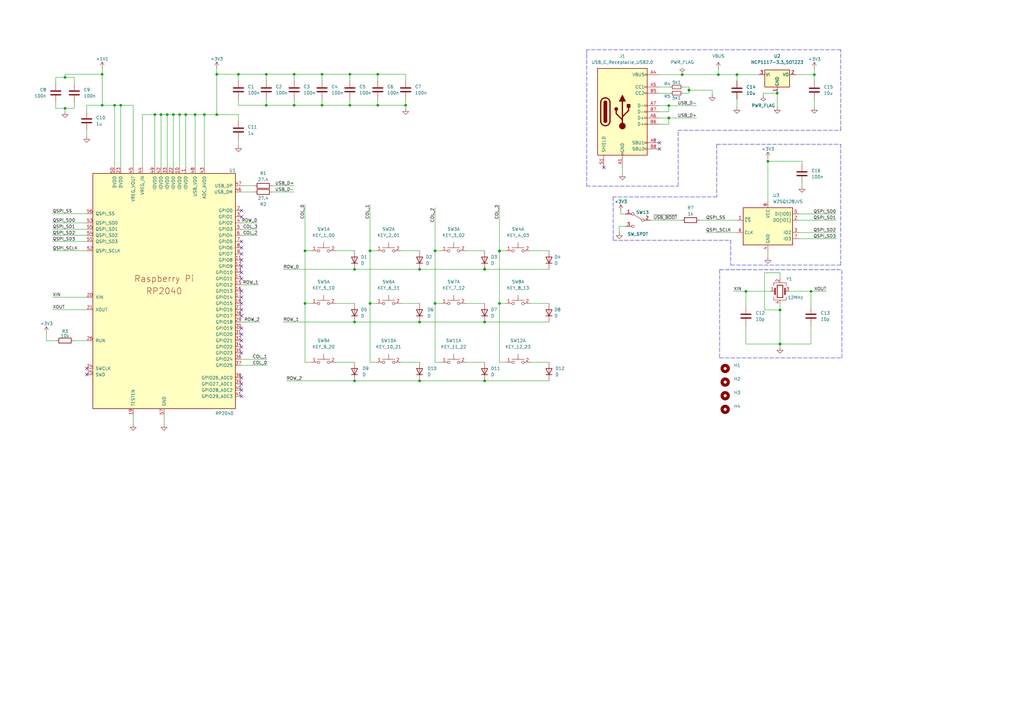
<source format=kicad_sch>
(kicad_sch (version 20211123) (generator eeschema)

  (uuid 1a71e985-1f1c-4ed4-aab6-396d6d4aa24a)

  (paper "A3")

  (lib_symbols
    (symbol "Connector:USB_C_Receptacle_USB2.0" (pin_names (offset 1.016)) (in_bom yes) (on_board yes)
      (property "Reference" "J" (id 0) (at -10.16 19.05 0)
        (effects (font (size 1.27 1.27)) (justify left))
      )
      (property "Value" "USB_C_Receptacle_USB2.0" (id 1) (at 19.05 19.05 0)
        (effects (font (size 1.27 1.27)) (justify right))
      )
      (property "Footprint" "" (id 2) (at 3.81 0 0)
        (effects (font (size 1.27 1.27)) hide)
      )
      (property "Datasheet" "https://www.usb.org/sites/default/files/documents/usb_type-c.zip" (id 3) (at 3.81 0 0)
        (effects (font (size 1.27 1.27)) hide)
      )
      (property "ki_keywords" "usb universal serial bus type-C USB2.0" (id 4) (at 0 0 0)
        (effects (font (size 1.27 1.27)) hide)
      )
      (property "ki_description" "USB 2.0-only Type-C Receptacle connector" (id 5) (at 0 0 0)
        (effects (font (size 1.27 1.27)) hide)
      )
      (property "ki_fp_filters" "USB*C*Receptacle*" (id 6) (at 0 0 0)
        (effects (font (size 1.27 1.27)) hide)
      )
      (symbol "USB_C_Receptacle_USB2.0_0_0"
        (rectangle (start -0.254 -17.78) (end 0.254 -16.764)
          (stroke (width 0) (type default) (color 0 0 0 0))
          (fill (type none))
        )
        (rectangle (start 10.16 -14.986) (end 9.144 -15.494)
          (stroke (width 0) (type default) (color 0 0 0 0))
          (fill (type none))
        )
        (rectangle (start 10.16 -12.446) (end 9.144 -12.954)
          (stroke (width 0) (type default) (color 0 0 0 0))
          (fill (type none))
        )
        (rectangle (start 10.16 -4.826) (end 9.144 -5.334)
          (stroke (width 0) (type default) (color 0 0 0 0))
          (fill (type none))
        )
        (rectangle (start 10.16 -2.286) (end 9.144 -2.794)
          (stroke (width 0) (type default) (color 0 0 0 0))
          (fill (type none))
        )
        (rectangle (start 10.16 0.254) (end 9.144 -0.254)
          (stroke (width 0) (type default) (color 0 0 0 0))
          (fill (type none))
        )
        (rectangle (start 10.16 2.794) (end 9.144 2.286)
          (stroke (width 0) (type default) (color 0 0 0 0))
          (fill (type none))
        )
        (rectangle (start 10.16 7.874) (end 9.144 7.366)
          (stroke (width 0) (type default) (color 0 0 0 0))
          (fill (type none))
        )
        (rectangle (start 10.16 10.414) (end 9.144 9.906)
          (stroke (width 0) (type default) (color 0 0 0 0))
          (fill (type none))
        )
        (rectangle (start 10.16 15.494) (end 9.144 14.986)
          (stroke (width 0) (type default) (color 0 0 0 0))
          (fill (type none))
        )
      )
      (symbol "USB_C_Receptacle_USB2.0_0_1"
        (rectangle (start -10.16 17.78) (end 10.16 -17.78)
          (stroke (width 0.254) (type default) (color 0 0 0 0))
          (fill (type background))
        )
        (arc (start -8.89 -3.81) (mid -6.985 -5.715) (end -5.08 -3.81)
          (stroke (width 0.508) (type default) (color 0 0 0 0))
          (fill (type none))
        )
        (arc (start -7.62 -3.81) (mid -6.985 -4.445) (end -6.35 -3.81)
          (stroke (width 0.254) (type default) (color 0 0 0 0))
          (fill (type none))
        )
        (arc (start -7.62 -3.81) (mid -6.985 -4.445) (end -6.35 -3.81)
          (stroke (width 0.254) (type default) (color 0 0 0 0))
          (fill (type outline))
        )
        (rectangle (start -7.62 -3.81) (end -6.35 3.81)
          (stroke (width 0.254) (type default) (color 0 0 0 0))
          (fill (type outline))
        )
        (arc (start -6.35 3.81) (mid -6.985 4.445) (end -7.62 3.81)
          (stroke (width 0.254) (type default) (color 0 0 0 0))
          (fill (type none))
        )
        (arc (start -6.35 3.81) (mid -6.985 4.445) (end -7.62 3.81)
          (stroke (width 0.254) (type default) (color 0 0 0 0))
          (fill (type outline))
        )
        (arc (start -5.08 3.81) (mid -6.985 5.715) (end -8.89 3.81)
          (stroke (width 0.508) (type default) (color 0 0 0 0))
          (fill (type none))
        )
        (circle (center -2.54 1.143) (radius 0.635)
          (stroke (width 0.254) (type default) (color 0 0 0 0))
          (fill (type outline))
        )
        (circle (center 0 -5.842) (radius 1.27)
          (stroke (width 0) (type default) (color 0 0 0 0))
          (fill (type outline))
        )
        (polyline
          (pts
            (xy -8.89 -3.81)
            (xy -8.89 3.81)
          )
          (stroke (width 0.508) (type default) (color 0 0 0 0))
          (fill (type none))
        )
        (polyline
          (pts
            (xy -5.08 3.81)
            (xy -5.08 -3.81)
          )
          (stroke (width 0.508) (type default) (color 0 0 0 0))
          (fill (type none))
        )
        (polyline
          (pts
            (xy 0 -5.842)
            (xy 0 4.318)
          )
          (stroke (width 0.508) (type default) (color 0 0 0 0))
          (fill (type none))
        )
        (polyline
          (pts
            (xy 0 -3.302)
            (xy -2.54 -0.762)
            (xy -2.54 0.508)
          )
          (stroke (width 0.508) (type default) (color 0 0 0 0))
          (fill (type none))
        )
        (polyline
          (pts
            (xy 0 -2.032)
            (xy 2.54 0.508)
            (xy 2.54 1.778)
          )
          (stroke (width 0.508) (type default) (color 0 0 0 0))
          (fill (type none))
        )
        (polyline
          (pts
            (xy -1.27 4.318)
            (xy 0 6.858)
            (xy 1.27 4.318)
            (xy -1.27 4.318)
          )
          (stroke (width 0.254) (type default) (color 0 0 0 0))
          (fill (type outline))
        )
        (rectangle (start 1.905 1.778) (end 3.175 3.048)
          (stroke (width 0.254) (type default) (color 0 0 0 0))
          (fill (type outline))
        )
      )
      (symbol "USB_C_Receptacle_USB2.0_1_1"
        (pin passive line (at 0 -22.86 90) (length 5.08)
          (name "GND" (effects (font (size 1.27 1.27))))
          (number "A1" (effects (font (size 1.27 1.27))))
        )
        (pin passive line (at 0 -22.86 90) (length 5.08) hide
          (name "GND" (effects (font (size 1.27 1.27))))
          (number "A12" (effects (font (size 1.27 1.27))))
        )
        (pin passive line (at 15.24 15.24 180) (length 5.08)
          (name "VBUS" (effects (font (size 1.27 1.27))))
          (number "A4" (effects (font (size 1.27 1.27))))
        )
        (pin bidirectional line (at 15.24 10.16 180) (length 5.08)
          (name "CC1" (effects (font (size 1.27 1.27))))
          (number "A5" (effects (font (size 1.27 1.27))))
        )
        (pin bidirectional line (at 15.24 -2.54 180) (length 5.08)
          (name "D+" (effects (font (size 1.27 1.27))))
          (number "A6" (effects (font (size 1.27 1.27))))
        )
        (pin bidirectional line (at 15.24 2.54 180) (length 5.08)
          (name "D-" (effects (font (size 1.27 1.27))))
          (number "A7" (effects (font (size 1.27 1.27))))
        )
        (pin bidirectional line (at 15.24 -12.7 180) (length 5.08)
          (name "SBU1" (effects (font (size 1.27 1.27))))
          (number "A8" (effects (font (size 1.27 1.27))))
        )
        (pin passive line (at 15.24 15.24 180) (length 5.08) hide
          (name "VBUS" (effects (font (size 1.27 1.27))))
          (number "A9" (effects (font (size 1.27 1.27))))
        )
        (pin passive line (at 0 -22.86 90) (length 5.08) hide
          (name "GND" (effects (font (size 1.27 1.27))))
          (number "B1" (effects (font (size 1.27 1.27))))
        )
        (pin passive line (at 0 -22.86 90) (length 5.08) hide
          (name "GND" (effects (font (size 1.27 1.27))))
          (number "B12" (effects (font (size 1.27 1.27))))
        )
        (pin passive line (at 15.24 15.24 180) (length 5.08) hide
          (name "VBUS" (effects (font (size 1.27 1.27))))
          (number "B4" (effects (font (size 1.27 1.27))))
        )
        (pin bidirectional line (at 15.24 7.62 180) (length 5.08)
          (name "CC2" (effects (font (size 1.27 1.27))))
          (number "B5" (effects (font (size 1.27 1.27))))
        )
        (pin bidirectional line (at 15.24 -5.08 180) (length 5.08)
          (name "D+" (effects (font (size 1.27 1.27))))
          (number "B6" (effects (font (size 1.27 1.27))))
        )
        (pin bidirectional line (at 15.24 0 180) (length 5.08)
          (name "D-" (effects (font (size 1.27 1.27))))
          (number "B7" (effects (font (size 1.27 1.27))))
        )
        (pin bidirectional line (at 15.24 -15.24 180) (length 5.08)
          (name "SBU2" (effects (font (size 1.27 1.27))))
          (number "B8" (effects (font (size 1.27 1.27))))
        )
        (pin passive line (at 15.24 15.24 180) (length 5.08) hide
          (name "VBUS" (effects (font (size 1.27 1.27))))
          (number "B9" (effects (font (size 1.27 1.27))))
        )
        (pin passive line (at -7.62 -22.86 90) (length 5.08)
          (name "SHIELD" (effects (font (size 1.27 1.27))))
          (number "S1" (effects (font (size 1.27 1.27))))
        )
      )
    )
    (symbol "Device:C" (pin_numbers hide) (pin_names (offset 0.254)) (in_bom yes) (on_board yes)
      (property "Reference" "C" (id 0) (at 0.635 2.54 0)
        (effects (font (size 1.27 1.27)) (justify left))
      )
      (property "Value" "C" (id 1) (at 0.635 -2.54 0)
        (effects (font (size 1.27 1.27)) (justify left))
      )
      (property "Footprint" "" (id 2) (at 0.9652 -3.81 0)
        (effects (font (size 1.27 1.27)) hide)
      )
      (property "Datasheet" "~" (id 3) (at 0 0 0)
        (effects (font (size 1.27 1.27)) hide)
      )
      (property "ki_keywords" "cap capacitor" (id 4) (at 0 0 0)
        (effects (font (size 1.27 1.27)) hide)
      )
      (property "ki_description" "Unpolarized capacitor" (id 5) (at 0 0 0)
        (effects (font (size 1.27 1.27)) hide)
      )
      (property "ki_fp_filters" "C_*" (id 6) (at 0 0 0)
        (effects (font (size 1.27 1.27)) hide)
      )
      (symbol "C_0_1"
        (polyline
          (pts
            (xy -2.032 -0.762)
            (xy 2.032 -0.762)
          )
          (stroke (width 0.508) (type default) (color 0 0 0 0))
          (fill (type none))
        )
        (polyline
          (pts
            (xy -2.032 0.762)
            (xy 2.032 0.762)
          )
          (stroke (width 0.508) (type default) (color 0 0 0 0))
          (fill (type none))
        )
      )
      (symbol "C_1_1"
        (pin passive line (at 0 3.81 270) (length 2.794)
          (name "~" (effects (font (size 1.27 1.27))))
          (number "1" (effects (font (size 1.27 1.27))))
        )
        (pin passive line (at 0 -3.81 90) (length 2.794)
          (name "~" (effects (font (size 1.27 1.27))))
          (number "2" (effects (font (size 1.27 1.27))))
        )
      )
    )
    (symbol "Device:Crystal_GND24" (pin_names (offset 1.016) hide) (in_bom yes) (on_board yes)
      (property "Reference" "Y" (id 0) (at 3.175 5.08 0)
        (effects (font (size 1.27 1.27)) (justify left))
      )
      (property "Value" "Crystal_GND24" (id 1) (at 3.175 3.175 0)
        (effects (font (size 1.27 1.27)) (justify left))
      )
      (property "Footprint" "" (id 2) (at 0 0 0)
        (effects (font (size 1.27 1.27)) hide)
      )
      (property "Datasheet" "~" (id 3) (at 0 0 0)
        (effects (font (size 1.27 1.27)) hide)
      )
      (property "ki_keywords" "quartz ceramic resonator oscillator" (id 4) (at 0 0 0)
        (effects (font (size 1.27 1.27)) hide)
      )
      (property "ki_description" "Four pin crystal, GND on pins 2 and 4" (id 5) (at 0 0 0)
        (effects (font (size 1.27 1.27)) hide)
      )
      (property "ki_fp_filters" "Crystal*" (id 6) (at 0 0 0)
        (effects (font (size 1.27 1.27)) hide)
      )
      (symbol "Crystal_GND24_0_1"
        (rectangle (start -1.143 2.54) (end 1.143 -2.54)
          (stroke (width 0.3048) (type default) (color 0 0 0 0))
          (fill (type none))
        )
        (polyline
          (pts
            (xy -2.54 0)
            (xy -2.032 0)
          )
          (stroke (width 0) (type default) (color 0 0 0 0))
          (fill (type none))
        )
        (polyline
          (pts
            (xy -2.032 -1.27)
            (xy -2.032 1.27)
          )
          (stroke (width 0.508) (type default) (color 0 0 0 0))
          (fill (type none))
        )
        (polyline
          (pts
            (xy 0 -3.81)
            (xy 0 -3.556)
          )
          (stroke (width 0) (type default) (color 0 0 0 0))
          (fill (type none))
        )
        (polyline
          (pts
            (xy 0 3.556)
            (xy 0 3.81)
          )
          (stroke (width 0) (type default) (color 0 0 0 0))
          (fill (type none))
        )
        (polyline
          (pts
            (xy 2.032 -1.27)
            (xy 2.032 1.27)
          )
          (stroke (width 0.508) (type default) (color 0 0 0 0))
          (fill (type none))
        )
        (polyline
          (pts
            (xy 2.032 0)
            (xy 2.54 0)
          )
          (stroke (width 0) (type default) (color 0 0 0 0))
          (fill (type none))
        )
        (polyline
          (pts
            (xy -2.54 -2.286)
            (xy -2.54 -3.556)
            (xy 2.54 -3.556)
            (xy 2.54 -2.286)
          )
          (stroke (width 0) (type default) (color 0 0 0 0))
          (fill (type none))
        )
        (polyline
          (pts
            (xy -2.54 2.286)
            (xy -2.54 3.556)
            (xy 2.54 3.556)
            (xy 2.54 2.286)
          )
          (stroke (width 0) (type default) (color 0 0 0 0))
          (fill (type none))
        )
      )
      (symbol "Crystal_GND24_1_1"
        (pin passive line (at -3.81 0 0) (length 1.27)
          (name "1" (effects (font (size 1.27 1.27))))
          (number "1" (effects (font (size 1.27 1.27))))
        )
        (pin passive line (at 0 5.08 270) (length 1.27)
          (name "2" (effects (font (size 1.27 1.27))))
          (number "2" (effects (font (size 1.27 1.27))))
        )
        (pin passive line (at 3.81 0 180) (length 1.27)
          (name "3" (effects (font (size 1.27 1.27))))
          (number "3" (effects (font (size 1.27 1.27))))
        )
        (pin passive line (at 0 -5.08 90) (length 1.27)
          (name "4" (effects (font (size 1.27 1.27))))
          (number "4" (effects (font (size 1.27 1.27))))
        )
      )
    )
    (symbol "Device:D" (pin_numbers hide) (pin_names (offset 1.016) hide) (in_bom yes) (on_board yes)
      (property "Reference" "D" (id 0) (at 0 2.54 0)
        (effects (font (size 1.27 1.27)))
      )
      (property "Value" "D" (id 1) (at 0 -2.54 0)
        (effects (font (size 1.27 1.27)))
      )
      (property "Footprint" "" (id 2) (at 0 0 0)
        (effects (font (size 1.27 1.27)) hide)
      )
      (property "Datasheet" "~" (id 3) (at 0 0 0)
        (effects (font (size 1.27 1.27)) hide)
      )
      (property "ki_keywords" "diode" (id 4) (at 0 0 0)
        (effects (font (size 1.27 1.27)) hide)
      )
      (property "ki_description" "Diode" (id 5) (at 0 0 0)
        (effects (font (size 1.27 1.27)) hide)
      )
      (property "ki_fp_filters" "TO-???* *_Diode_* *SingleDiode* D_*" (id 6) (at 0 0 0)
        (effects (font (size 1.27 1.27)) hide)
      )
      (symbol "D_0_1"
        (polyline
          (pts
            (xy -1.27 1.27)
            (xy -1.27 -1.27)
          )
          (stroke (width 0.254) (type default) (color 0 0 0 0))
          (fill (type none))
        )
        (polyline
          (pts
            (xy 1.27 0)
            (xy -1.27 0)
          )
          (stroke (width 0) (type default) (color 0 0 0 0))
          (fill (type none))
        )
        (polyline
          (pts
            (xy 1.27 1.27)
            (xy 1.27 -1.27)
            (xy -1.27 0)
            (xy 1.27 1.27)
          )
          (stroke (width 0.254) (type default) (color 0 0 0 0))
          (fill (type none))
        )
      )
      (symbol "D_1_1"
        (pin passive line (at -3.81 0 0) (length 2.54)
          (name "K" (effects (font (size 1.27 1.27))))
          (number "1" (effects (font (size 1.27 1.27))))
        )
        (pin passive line (at 3.81 0 180) (length 2.54)
          (name "A" (effects (font (size 1.27 1.27))))
          (number "2" (effects (font (size 1.27 1.27))))
        )
      )
    )
    (symbol "Device:R" (pin_numbers hide) (pin_names (offset 0)) (in_bom yes) (on_board yes)
      (property "Reference" "R" (id 0) (at 2.032 0 90)
        (effects (font (size 1.27 1.27)))
      )
      (property "Value" "R" (id 1) (at 0 0 90)
        (effects (font (size 1.27 1.27)))
      )
      (property "Footprint" "" (id 2) (at -1.778 0 90)
        (effects (font (size 1.27 1.27)) hide)
      )
      (property "Datasheet" "~" (id 3) (at 0 0 0)
        (effects (font (size 1.27 1.27)) hide)
      )
      (property "ki_keywords" "R res resistor" (id 4) (at 0 0 0)
        (effects (font (size 1.27 1.27)) hide)
      )
      (property "ki_description" "Resistor" (id 5) (at 0 0 0)
        (effects (font (size 1.27 1.27)) hide)
      )
      (property "ki_fp_filters" "R_*" (id 6) (at 0 0 0)
        (effects (font (size 1.27 1.27)) hide)
      )
      (symbol "R_0_1"
        (rectangle (start -1.016 -2.54) (end 1.016 2.54)
          (stroke (width 0.254) (type default) (color 0 0 0 0))
          (fill (type none))
        )
      )
      (symbol "R_1_1"
        (pin passive line (at 0 3.81 270) (length 1.27)
          (name "~" (effects (font (size 1.27 1.27))))
          (number "1" (effects (font (size 1.27 1.27))))
        )
        (pin passive line (at 0 -3.81 90) (length 1.27)
          (name "~" (effects (font (size 1.27 1.27))))
          (number "2" (effects (font (size 1.27 1.27))))
        )
      )
    )
    (symbol "Device:R_Small" (pin_numbers hide) (pin_names (offset 0.254) hide) (in_bom yes) (on_board yes)
      (property "Reference" "R" (id 0) (at 0.762 0.508 0)
        (effects (font (size 1.27 1.27)) (justify left))
      )
      (property "Value" "R_Small" (id 1) (at 0.762 -1.016 0)
        (effects (font (size 1.27 1.27)) (justify left))
      )
      (property "Footprint" "" (id 2) (at 0 0 0)
        (effects (font (size 1.27 1.27)) hide)
      )
      (property "Datasheet" "~" (id 3) (at 0 0 0)
        (effects (font (size 1.27 1.27)) hide)
      )
      (property "ki_keywords" "R resistor" (id 4) (at 0 0 0)
        (effects (font (size 1.27 1.27)) hide)
      )
      (property "ki_description" "Resistor, small symbol" (id 5) (at 0 0 0)
        (effects (font (size 1.27 1.27)) hide)
      )
      (property "ki_fp_filters" "R_*" (id 6) (at 0 0 0)
        (effects (font (size 1.27 1.27)) hide)
      )
      (symbol "R_Small_0_1"
        (rectangle (start -0.762 1.778) (end 0.762 -1.778)
          (stroke (width 0.2032) (type default) (color 0 0 0 0))
          (fill (type none))
        )
      )
      (symbol "R_Small_1_1"
        (pin passive line (at 0 2.54 270) (length 0.762)
          (name "~" (effects (font (size 1.27 1.27))))
          (number "1" (effects (font (size 1.27 1.27))))
        )
        (pin passive line (at 0 -2.54 90) (length 0.762)
          (name "~" (effects (font (size 1.27 1.27))))
          (number "2" (effects (font (size 1.27 1.27))))
        )
      )
    )
    (symbol "MCU_RaspberryPi_RP2040:RP2040" (pin_names (offset 1.016)) (in_bom yes) (on_board yes)
      (property "Reference" "U" (id 0) (at -29.21 49.53 0)
        (effects (font (size 1.27 1.27)))
      )
      (property "Value" "RP2040" (id 1) (at 24.13 -49.53 0)
        (effects (font (size 1.27 1.27)))
      )
      (property "Footprint" "RP2040_minimal:RP2040-QFN-56" (id 2) (at -19.05 0 0)
        (effects (font (size 1.27 1.27)) hide)
      )
      (property "Datasheet" "" (id 3) (at -19.05 0 0)
        (effects (font (size 1.27 1.27)) hide)
      )
      (symbol "RP2040_0_0"
        (text "Raspberry Pi" (at 0 5.08 0)
          (effects (font (size 2.54 2.54)))
        )
        (text "RP2040" (at 0 0 0)
          (effects (font (size 2.54 2.54)))
        )
      )
      (symbol "RP2040_0_1"
        (rectangle (start 29.21 48.26) (end -29.21 -48.26)
          (stroke (width 0.254) (type default) (color 0 0 0 0))
          (fill (type background))
        )
      )
      (symbol "RP2040_1_1"
        (pin power_in line (at 8.89 50.8 270) (length 2.54)
          (name "IOVDD" (effects (font (size 1.27 1.27))))
          (number "1" (effects (font (size 1.27 1.27))))
        )
        (pin power_in line (at 6.35 50.8 270) (length 2.54)
          (name "IOVDD" (effects (font (size 1.27 1.27))))
          (number "10" (effects (font (size 1.27 1.27))))
        )
        (pin bidirectional line (at 31.75 12.7 180) (length 2.54)
          (name "GPIO8" (effects (font (size 1.27 1.27))))
          (number "11" (effects (font (size 1.27 1.27))))
        )
        (pin bidirectional line (at 31.75 10.16 180) (length 2.54)
          (name "GPIO9" (effects (font (size 1.27 1.27))))
          (number "12" (effects (font (size 1.27 1.27))))
        )
        (pin bidirectional line (at 31.75 7.62 180) (length 2.54)
          (name "GPIO10" (effects (font (size 1.27 1.27))))
          (number "13" (effects (font (size 1.27 1.27))))
        )
        (pin bidirectional line (at 31.75 5.08 180) (length 2.54)
          (name "GPIO11" (effects (font (size 1.27 1.27))))
          (number "14" (effects (font (size 1.27 1.27))))
        )
        (pin bidirectional line (at 31.75 2.54 180) (length 2.54)
          (name "GPIO12" (effects (font (size 1.27 1.27))))
          (number "15" (effects (font (size 1.27 1.27))))
        )
        (pin bidirectional line (at 31.75 0 180) (length 2.54)
          (name "GPIO13" (effects (font (size 1.27 1.27))))
          (number "16" (effects (font (size 1.27 1.27))))
        )
        (pin bidirectional line (at 31.75 -2.54 180) (length 2.54)
          (name "GPIO14" (effects (font (size 1.27 1.27))))
          (number "17" (effects (font (size 1.27 1.27))))
        )
        (pin bidirectional line (at 31.75 -5.08 180) (length 2.54)
          (name "GPIO15" (effects (font (size 1.27 1.27))))
          (number "18" (effects (font (size 1.27 1.27))))
        )
        (pin passive line (at -12.7 -50.8 90) (length 2.54)
          (name "TESTEN" (effects (font (size 1.27 1.27))))
          (number "19" (effects (font (size 1.27 1.27))))
        )
        (pin bidirectional line (at 31.75 33.02 180) (length 2.54)
          (name "GPIO0" (effects (font (size 1.27 1.27))))
          (number "2" (effects (font (size 1.27 1.27))))
        )
        (pin input line (at -31.75 -2.54 0) (length 2.54)
          (name "XIN" (effects (font (size 1.27 1.27))))
          (number "20" (effects (font (size 1.27 1.27))))
        )
        (pin passive line (at -31.75 -7.62 0) (length 2.54)
          (name "XOUT" (effects (font (size 1.27 1.27))))
          (number "21" (effects (font (size 1.27 1.27))))
        )
        (pin power_in line (at 3.81 50.8 270) (length 2.54)
          (name "IOVDD" (effects (font (size 1.27 1.27))))
          (number "22" (effects (font (size 1.27 1.27))))
        )
        (pin power_in line (at -17.78 50.8 270) (length 2.54)
          (name "DVDD" (effects (font (size 1.27 1.27))))
          (number "23" (effects (font (size 1.27 1.27))))
        )
        (pin output line (at -31.75 -31.75 0) (length 2.54)
          (name "SWCLK" (effects (font (size 1.27 1.27))))
          (number "24" (effects (font (size 1.27 1.27))))
        )
        (pin bidirectional line (at -31.75 -34.29 0) (length 2.54)
          (name "SWD" (effects (font (size 1.27 1.27))))
          (number "25" (effects (font (size 1.27 1.27))))
        )
        (pin input line (at -31.75 -20.32 0) (length 2.54)
          (name "RUN" (effects (font (size 1.27 1.27))))
          (number "26" (effects (font (size 1.27 1.27))))
        )
        (pin bidirectional line (at 31.75 -7.62 180) (length 2.54)
          (name "GPIO16" (effects (font (size 1.27 1.27))))
          (number "27" (effects (font (size 1.27 1.27))))
        )
        (pin bidirectional line (at 31.75 -10.16 180) (length 2.54)
          (name "GPIO17" (effects (font (size 1.27 1.27))))
          (number "28" (effects (font (size 1.27 1.27))))
        )
        (pin bidirectional line (at 31.75 -12.7 180) (length 2.54)
          (name "GPIO18" (effects (font (size 1.27 1.27))))
          (number "29" (effects (font (size 1.27 1.27))))
        )
        (pin bidirectional line (at 31.75 30.48 180) (length 2.54)
          (name "GPIO1" (effects (font (size 1.27 1.27))))
          (number "3" (effects (font (size 1.27 1.27))))
        )
        (pin bidirectional line (at 31.75 -15.24 180) (length 2.54)
          (name "GPIO19" (effects (font (size 1.27 1.27))))
          (number "30" (effects (font (size 1.27 1.27))))
        )
        (pin bidirectional line (at 31.75 -17.78 180) (length 2.54)
          (name "GPIO20" (effects (font (size 1.27 1.27))))
          (number "31" (effects (font (size 1.27 1.27))))
        )
        (pin bidirectional line (at 31.75 -20.32 180) (length 2.54)
          (name "GPIO21" (effects (font (size 1.27 1.27))))
          (number "32" (effects (font (size 1.27 1.27))))
        )
        (pin power_in line (at 1.27 50.8 270) (length 2.54)
          (name "IOVDD" (effects (font (size 1.27 1.27))))
          (number "33" (effects (font (size 1.27 1.27))))
        )
        (pin bidirectional line (at 31.75 -22.86 180) (length 2.54)
          (name "GPIO22" (effects (font (size 1.27 1.27))))
          (number "34" (effects (font (size 1.27 1.27))))
        )
        (pin bidirectional line (at 31.75 -25.4 180) (length 2.54)
          (name "GPIO23" (effects (font (size 1.27 1.27))))
          (number "35" (effects (font (size 1.27 1.27))))
        )
        (pin bidirectional line (at 31.75 -27.94 180) (length 2.54)
          (name "GPIO24" (effects (font (size 1.27 1.27))))
          (number "36" (effects (font (size 1.27 1.27))))
        )
        (pin bidirectional line (at 31.75 -30.48 180) (length 2.54)
          (name "GPIO25" (effects (font (size 1.27 1.27))))
          (number "37" (effects (font (size 1.27 1.27))))
        )
        (pin bidirectional line (at 31.75 -35.56 180) (length 2.54)
          (name "GPIO26_ADC0" (effects (font (size 1.27 1.27))))
          (number "38" (effects (font (size 1.27 1.27))))
        )
        (pin bidirectional line (at 31.75 -38.1 180) (length 2.54)
          (name "GPIO27_ADC1" (effects (font (size 1.27 1.27))))
          (number "39" (effects (font (size 1.27 1.27))))
        )
        (pin bidirectional line (at 31.75 27.94 180) (length 2.54)
          (name "GPIO2" (effects (font (size 1.27 1.27))))
          (number "4" (effects (font (size 1.27 1.27))))
        )
        (pin bidirectional line (at 31.75 -40.64 180) (length 2.54)
          (name "GPIO28_ADC2" (effects (font (size 1.27 1.27))))
          (number "40" (effects (font (size 1.27 1.27))))
        )
        (pin bidirectional line (at 31.75 -43.18 180) (length 2.54)
          (name "GPIO29_ADC3" (effects (font (size 1.27 1.27))))
          (number "41" (effects (font (size 1.27 1.27))))
        )
        (pin power_in line (at -1.27 50.8 270) (length 2.54)
          (name "IOVDD" (effects (font (size 1.27 1.27))))
          (number "42" (effects (font (size 1.27 1.27))))
        )
        (pin power_in line (at 16.51 50.8 270) (length 2.54)
          (name "ADC_AVDD" (effects (font (size 1.27 1.27))))
          (number "43" (effects (font (size 1.27 1.27))))
        )
        (pin power_in line (at -8.89 50.8 270) (length 2.54)
          (name "VREG_IN" (effects (font (size 1.27 1.27))))
          (number "44" (effects (font (size 1.27 1.27))))
        )
        (pin power_out line (at -12.7 50.8 270) (length 2.54)
          (name "VREG_VOUT" (effects (font (size 1.27 1.27))))
          (number "45" (effects (font (size 1.27 1.27))))
        )
        (pin bidirectional line (at 31.75 40.64 180) (length 2.54)
          (name "USB_DM" (effects (font (size 1.27 1.27))))
          (number "46" (effects (font (size 1.27 1.27))))
        )
        (pin bidirectional line (at 31.75 43.18 180) (length 2.54)
          (name "USB_DP" (effects (font (size 1.27 1.27))))
          (number "47" (effects (font (size 1.27 1.27))))
        )
        (pin power_in line (at 12.7 50.8 270) (length 2.54)
          (name "USB_VDD" (effects (font (size 1.27 1.27))))
          (number "48" (effects (font (size 1.27 1.27))))
        )
        (pin power_in line (at -3.81 50.8 270) (length 2.54)
          (name "IOVDD" (effects (font (size 1.27 1.27))))
          (number "49" (effects (font (size 1.27 1.27))))
        )
        (pin bidirectional line (at 31.75 25.4 180) (length 2.54)
          (name "GPIO3" (effects (font (size 1.27 1.27))))
          (number "5" (effects (font (size 1.27 1.27))))
        )
        (pin power_in line (at -20.32 50.8 270) (length 2.54)
          (name "DVDD" (effects (font (size 1.27 1.27))))
          (number "50" (effects (font (size 1.27 1.27))))
        )
        (pin bidirectional line (at -31.75 20.32 0) (length 2.54)
          (name "QSPI_SD3" (effects (font (size 1.27 1.27))))
          (number "51" (effects (font (size 1.27 1.27))))
        )
        (pin output line (at -31.75 16.51 0) (length 2.54)
          (name "QSPI_SCLK" (effects (font (size 1.27 1.27))))
          (number "52" (effects (font (size 1.27 1.27))))
        )
        (pin bidirectional line (at -31.75 27.94 0) (length 2.54)
          (name "QSPI_SD0" (effects (font (size 1.27 1.27))))
          (number "53" (effects (font (size 1.27 1.27))))
        )
        (pin bidirectional line (at -31.75 22.86 0) (length 2.54)
          (name "QSPI_SD2" (effects (font (size 1.27 1.27))))
          (number "54" (effects (font (size 1.27 1.27))))
        )
        (pin bidirectional line (at -31.75 25.4 0) (length 2.54)
          (name "QSPI_SD1" (effects (font (size 1.27 1.27))))
          (number "55" (effects (font (size 1.27 1.27))))
        )
        (pin bidirectional line (at -31.75 31.75 0) (length 2.54)
          (name "QSPI_SS" (effects (font (size 1.27 1.27))))
          (number "56" (effects (font (size 1.27 1.27))))
        )
        (pin power_in line (at 0 -50.8 90) (length 2.54)
          (name "GND" (effects (font (size 1.27 1.27))))
          (number "57" (effects (font (size 1.27 1.27))))
        )
        (pin bidirectional line (at 31.75 22.86 180) (length 2.54)
          (name "GPIO4" (effects (font (size 1.27 1.27))))
          (number "6" (effects (font (size 1.27 1.27))))
        )
        (pin bidirectional line (at 31.75 20.32 180) (length 2.54)
          (name "GPIO5" (effects (font (size 1.27 1.27))))
          (number "7" (effects (font (size 1.27 1.27))))
        )
        (pin bidirectional line (at 31.75 17.78 180) (length 2.54)
          (name "GPIO6" (effects (font (size 1.27 1.27))))
          (number "8" (effects (font (size 1.27 1.27))))
        )
        (pin bidirectional line (at 31.75 15.24 180) (length 2.54)
          (name "GPIO7" (effects (font (size 1.27 1.27))))
          (number "9" (effects (font (size 1.27 1.27))))
        )
      )
    )
    (symbol "Mechanical:MountingHole" (pin_names (offset 1.016)) (in_bom yes) (on_board yes)
      (property "Reference" "H" (id 0) (at 0 5.08 0)
        (effects (font (size 1.27 1.27)))
      )
      (property "Value" "MountingHole" (id 1) (at 0 3.175 0)
        (effects (font (size 1.27 1.27)))
      )
      (property "Footprint" "" (id 2) (at 0 0 0)
        (effects (font (size 1.27 1.27)) hide)
      )
      (property "Datasheet" "~" (id 3) (at 0 0 0)
        (effects (font (size 1.27 1.27)) hide)
      )
      (property "ki_keywords" "mounting hole" (id 4) (at 0 0 0)
        (effects (font (size 1.27 1.27)) hide)
      )
      (property "ki_description" "Mounting Hole without connection" (id 5) (at 0 0 0)
        (effects (font (size 1.27 1.27)) hide)
      )
      (property "ki_fp_filters" "MountingHole*" (id 6) (at 0 0 0)
        (effects (font (size 1.27 1.27)) hide)
      )
      (symbol "MountingHole_0_1"
        (circle (center 0 0) (radius 1.27)
          (stroke (width 1.27) (type default) (color 0 0 0 0))
          (fill (type none))
        )
      )
    )
    (symbol "Memory_Flash:W25Q128JVS" (in_bom yes) (on_board yes)
      (property "Reference" "U" (id 0) (at -8.89 8.89 0)
        (effects (font (size 1.27 1.27)))
      )
      (property "Value" "W25Q128JVS" (id 1) (at 7.62 8.89 0)
        (effects (font (size 1.27 1.27)))
      )
      (property "Footprint" "Package_SO:SOIC-8_5.23x5.23mm_P1.27mm" (id 2) (at 0 0 0)
        (effects (font (size 1.27 1.27)) hide)
      )
      (property "Datasheet" "http://www.winbond.com/resource-files/w25q128jv_dtr%20revc%2003272018%20plus.pdf" (id 3) (at 0 0 0)
        (effects (font (size 1.27 1.27)) hide)
      )
      (property "ki_keywords" "flash memory SPI QPI DTR" (id 4) (at 0 0 0)
        (effects (font (size 1.27 1.27)) hide)
      )
      (property "ki_description" "128Mb Serial Flash Memory, Standard/Dual/Quad SPI, SOIC-8" (id 5) (at 0 0 0)
        (effects (font (size 1.27 1.27)) hide)
      )
      (property "ki_fp_filters" "SOIC*5.23x5.23mm*P1.27mm*" (id 6) (at 0 0 0)
        (effects (font (size 1.27 1.27)) hide)
      )
      (symbol "W25Q128JVS_0_1"
        (rectangle (start -10.16 7.62) (end 10.16 -7.62)
          (stroke (width 0.254) (type default) (color 0 0 0 0))
          (fill (type background))
        )
      )
      (symbol "W25Q128JVS_1_1"
        (pin input line (at -12.7 2.54 0) (length 2.54)
          (name "~{CS}" (effects (font (size 1.27 1.27))))
          (number "1" (effects (font (size 1.27 1.27))))
        )
        (pin bidirectional line (at 12.7 2.54 180) (length 2.54)
          (name "DO(IO1)" (effects (font (size 1.27 1.27))))
          (number "2" (effects (font (size 1.27 1.27))))
        )
        (pin bidirectional line (at 12.7 -2.54 180) (length 2.54)
          (name "IO2" (effects (font (size 1.27 1.27))))
          (number "3" (effects (font (size 1.27 1.27))))
        )
        (pin power_in line (at 0 -10.16 90) (length 2.54)
          (name "GND" (effects (font (size 1.27 1.27))))
          (number "4" (effects (font (size 1.27 1.27))))
        )
        (pin bidirectional line (at 12.7 5.08 180) (length 2.54)
          (name "DI(IO0)" (effects (font (size 1.27 1.27))))
          (number "5" (effects (font (size 1.27 1.27))))
        )
        (pin input line (at -12.7 -2.54 0) (length 2.54)
          (name "CLK" (effects (font (size 1.27 1.27))))
          (number "6" (effects (font (size 1.27 1.27))))
        )
        (pin bidirectional line (at 12.7 -5.08 180) (length 2.54)
          (name "IO3" (effects (font (size 1.27 1.27))))
          (number "7" (effects (font (size 1.27 1.27))))
        )
        (pin power_in line (at 0 10.16 270) (length 2.54)
          (name "VCC" (effects (font (size 1.27 1.27))))
          (number "8" (effects (font (size 1.27 1.27))))
        )
      )
    )
    (symbol "Regulator_Linear:NCP1117-3.3_SOT223" (pin_names (offset 0.254)) (in_bom yes) (on_board yes)
      (property "Reference" "U" (id 0) (at -3.81 3.175 0)
        (effects (font (size 1.27 1.27)))
      )
      (property "Value" "NCP1117-3.3_SOT223" (id 1) (at 0 3.175 0)
        (effects (font (size 1.27 1.27)) (justify left))
      )
      (property "Footprint" "Package_TO_SOT_SMD:SOT-223-3_TabPin2" (id 2) (at 0 5.08 0)
        (effects (font (size 1.27 1.27)) hide)
      )
      (property "Datasheet" "http://www.onsemi.com/pub_link/Collateral/NCP1117-D.PDF" (id 3) (at 2.54 -6.35 0)
        (effects (font (size 1.27 1.27)) hide)
      )
      (property "ki_keywords" "REGULATOR LDO 3.3V" (id 4) (at 0 0 0)
        (effects (font (size 1.27 1.27)) hide)
      )
      (property "ki_description" "1A Low drop-out regulator, Fixed Output 3.3V, SOT-223" (id 5) (at 0 0 0)
        (effects (font (size 1.27 1.27)) hide)
      )
      (property "ki_fp_filters" "SOT?223*TabPin2*" (id 6) (at 0 0 0)
        (effects (font (size 1.27 1.27)) hide)
      )
      (symbol "NCP1117-3.3_SOT223_0_1"
        (rectangle (start -5.08 -5.08) (end 5.08 1.905)
          (stroke (width 0.254) (type default) (color 0 0 0 0))
          (fill (type background))
        )
      )
      (symbol "NCP1117-3.3_SOT223_1_1"
        (pin power_in line (at 0 -7.62 90) (length 2.54)
          (name "GND" (effects (font (size 1.27 1.27))))
          (number "1" (effects (font (size 1.27 1.27))))
        )
        (pin power_out line (at 7.62 0 180) (length 2.54)
          (name "VO" (effects (font (size 1.27 1.27))))
          (number "2" (effects (font (size 1.27 1.27))))
        )
        (pin power_in line (at -7.62 0 0) (length 2.54)
          (name "VI" (effects (font (size 1.27 1.27))))
          (number "3" (effects (font (size 1.27 1.27))))
        )
      )
    )
    (symbol "Switch:SW_SPDT" (pin_names (offset 0) hide) (in_bom yes) (on_board yes)
      (property "Reference" "SW" (id 0) (at 0 4.318 0)
        (effects (font (size 1.27 1.27)))
      )
      (property "Value" "SW_SPDT" (id 1) (at 0 -5.08 0)
        (effects (font (size 1.27 1.27)))
      )
      (property "Footprint" "" (id 2) (at 0 0 0)
        (effects (font (size 1.27 1.27)) hide)
      )
      (property "Datasheet" "~" (id 3) (at 0 0 0)
        (effects (font (size 1.27 1.27)) hide)
      )
      (property "ki_keywords" "switch single-pole double-throw spdt ON-ON" (id 4) (at 0 0 0)
        (effects (font (size 1.27 1.27)) hide)
      )
      (property "ki_description" "Switch, single pole double throw" (id 5) (at 0 0 0)
        (effects (font (size 1.27 1.27)) hide)
      )
      (symbol "SW_SPDT_0_0"
        (circle (center -2.032 0) (radius 0.508)
          (stroke (width 0) (type default) (color 0 0 0 0))
          (fill (type none))
        )
        (circle (center 2.032 -2.54) (radius 0.508)
          (stroke (width 0) (type default) (color 0 0 0 0))
          (fill (type none))
        )
      )
      (symbol "SW_SPDT_0_1"
        (polyline
          (pts
            (xy -1.524 0.254)
            (xy 1.651 2.286)
          )
          (stroke (width 0) (type default) (color 0 0 0 0))
          (fill (type none))
        )
        (circle (center 2.032 2.54) (radius 0.508)
          (stroke (width 0) (type default) (color 0 0 0 0))
          (fill (type none))
        )
      )
      (symbol "SW_SPDT_1_1"
        (pin passive line (at 5.08 2.54 180) (length 2.54)
          (name "A" (effects (font (size 1.27 1.27))))
          (number "1" (effects (font (size 1.27 1.27))))
        )
        (pin passive line (at -5.08 0 0) (length 2.54)
          (name "B" (effects (font (size 1.27 1.27))))
          (number "2" (effects (font (size 1.27 1.27))))
        )
        (pin passive line (at 5.08 -2.54 180) (length 2.54)
          (name "C" (effects (font (size 1.27 1.27))))
          (number "3" (effects (font (size 1.27 1.27))))
        )
      )
    )
    (symbol "keebio:MX_LED" (pin_names (offset 1.016) hide) (in_bom yes) (on_board yes)
      (property "Reference" "SW" (id 0) (at 1.651 2.413 0)
        (effects (font (size 1.27 1.27)))
      )
      (property "Value" "MX_LED" (id 1) (at 0 -3.81 0)
        (effects (font (size 1.27 1.27)))
      )
      (property "Footprint" "" (id 2) (at 0 0 0)
        (effects (font (size 1.27 1.27)) hide)
      )
      (property "Datasheet" "" (id 3) (at 0 0 0)
        (effects (font (size 1.27 1.27)) hide)
      )
      (property "ki_locked" "" (id 4) (at 0 0 0)
        (effects (font (size 1.27 1.27)))
      )
      (symbol "MX_LED_1_1"
        (circle (center -2.032 0) (radius 0.508)
          (stroke (width 0) (type default) (color 0 0 0 0))
          (fill (type none))
        )
        (polyline
          (pts
            (xy -2.54 1.27)
            (xy 2.54 1.27)
          )
          (stroke (width 0) (type default) (color 0 0 0 0))
          (fill (type none))
        )
        (polyline
          (pts
            (xy 0 1.27)
            (xy 0 3.429)
          )
          (stroke (width 0) (type default) (color 0 0 0 0))
          (fill (type none))
        )
        (circle (center 2.032 0) (radius 0.508)
          (stroke (width 0) (type default) (color 0 0 0 0))
          (fill (type none))
        )
        (pin passive line (at -5.08 0 0) (length 2.54)
          (name "1" (effects (font (size 1.27 1.27))))
          (number "1" (effects (font (size 1.27 1.27))))
        )
        (pin passive line (at 5.08 0 180) (length 2.54)
          (name "2" (effects (font (size 1.27 1.27))))
          (number "2" (effects (font (size 1.27 1.27))))
        )
      )
      (symbol "MX_LED_2_1"
        (polyline
          (pts
            (xy 1.27 -1.27)
            (xy 1.27 1.27)
          )
          (stroke (width 0.2032) (type default) (color 0 0 0 0))
          (fill (type none))
        )
        (polyline
          (pts
            (xy 1.27 0)
            (xy -1.27 0)
          )
          (stroke (width 0) (type default) (color 0 0 0 0))
          (fill (type none))
        )
        (polyline
          (pts
            (xy -1.27 -1.27)
            (xy -1.27 1.27)
            (xy 1.27 0)
            (xy -1.27 -1.27)
          )
          (stroke (width 0.2032) (type default) (color 0 0 0 0))
          (fill (type none))
        )
        (polyline
          (pts
            (xy 1.778 -0.762)
            (xy 3.302 -2.286)
            (xy 2.54 -2.286)
            (xy 3.302 -2.286)
            (xy 3.302 -1.524)
          )
          (stroke (width 0) (type default) (color 0 0 0 0))
          (fill (type none))
        )
        (polyline
          (pts
            (xy 3.048 -0.762)
            (xy 4.572 -2.286)
            (xy 3.81 -2.286)
            (xy 4.572 -2.286)
            (xy 4.572 -1.524)
          )
          (stroke (width 0) (type default) (color 0 0 0 0))
          (fill (type none))
        )
        (pin passive line (at -3.81 0 0) (length 2.54)
          (name "3" (effects (font (size 1.27 1.27))))
          (number "3" (effects (font (size 1.27 1.27))))
        )
        (pin passive line (at 3.81 0 180) (length 2.54)
          (name "4" (effects (font (size 1.27 1.27))))
          (number "4" (effects (font (size 1.27 1.27))))
        )
      )
    )
    (symbol "power:+1V1" (power) (pin_names (offset 0)) (in_bom yes) (on_board yes)
      (property "Reference" "#PWR" (id 0) (at 0 -3.81 0)
        (effects (font (size 1.27 1.27)) hide)
      )
      (property "Value" "+1V1" (id 1) (at 0 3.556 0)
        (effects (font (size 1.27 1.27)))
      )
      (property "Footprint" "" (id 2) (at 0 0 0)
        (effects (font (size 1.27 1.27)) hide)
      )
      (property "Datasheet" "" (id 3) (at 0 0 0)
        (effects (font (size 1.27 1.27)) hide)
      )
      (property "ki_keywords" "power-flag" (id 4) (at 0 0 0)
        (effects (font (size 1.27 1.27)) hide)
      )
      (property "ki_description" "Power symbol creates a global label with name \"+1V1\"" (id 5) (at 0 0 0)
        (effects (font (size 1.27 1.27)) hide)
      )
      (symbol "+1V1_0_1"
        (polyline
          (pts
            (xy -0.762 1.27)
            (xy 0 2.54)
          )
          (stroke (width 0) (type default) (color 0 0 0 0))
          (fill (type none))
        )
        (polyline
          (pts
            (xy 0 0)
            (xy 0 2.54)
          )
          (stroke (width 0) (type default) (color 0 0 0 0))
          (fill (type none))
        )
        (polyline
          (pts
            (xy 0 2.54)
            (xy 0.762 1.27)
          )
          (stroke (width 0) (type default) (color 0 0 0 0))
          (fill (type none))
        )
      )
      (symbol "+1V1_1_1"
        (pin power_in line (at 0 0 90) (length 0) hide
          (name "+1V1" (effects (font (size 1.27 1.27))))
          (number "1" (effects (font (size 1.27 1.27))))
        )
      )
    )
    (symbol "power:+3V3" (power) (pin_names (offset 0)) (in_bom yes) (on_board yes)
      (property "Reference" "#PWR" (id 0) (at 0 -3.81 0)
        (effects (font (size 1.27 1.27)) hide)
      )
      (property "Value" "+3V3" (id 1) (at 0 3.556 0)
        (effects (font (size 1.27 1.27)))
      )
      (property "Footprint" "" (id 2) (at 0 0 0)
        (effects (font (size 1.27 1.27)) hide)
      )
      (property "Datasheet" "" (id 3) (at 0 0 0)
        (effects (font (size 1.27 1.27)) hide)
      )
      (property "ki_keywords" "power-flag" (id 4) (at 0 0 0)
        (effects (font (size 1.27 1.27)) hide)
      )
      (property "ki_description" "Power symbol creates a global label with name \"+3V3\"" (id 5) (at 0 0 0)
        (effects (font (size 1.27 1.27)) hide)
      )
      (symbol "+3V3_0_1"
        (polyline
          (pts
            (xy -0.762 1.27)
            (xy 0 2.54)
          )
          (stroke (width 0) (type default) (color 0 0 0 0))
          (fill (type none))
        )
        (polyline
          (pts
            (xy 0 0)
            (xy 0 2.54)
          )
          (stroke (width 0) (type default) (color 0 0 0 0))
          (fill (type none))
        )
        (polyline
          (pts
            (xy 0 2.54)
            (xy 0.762 1.27)
          )
          (stroke (width 0) (type default) (color 0 0 0 0))
          (fill (type none))
        )
      )
      (symbol "+3V3_1_1"
        (pin power_in line (at 0 0 90) (length 0) hide
          (name "+3V3" (effects (font (size 1.27 1.27))))
          (number "1" (effects (font (size 1.27 1.27))))
        )
      )
    )
    (symbol "power:GND" (power) (pin_names (offset 0)) (in_bom yes) (on_board yes)
      (property "Reference" "#PWR" (id 0) (at 0 -6.35 0)
        (effects (font (size 1.27 1.27)) hide)
      )
      (property "Value" "GND" (id 1) (at 0 -3.81 0)
        (effects (font (size 1.27 1.27)))
      )
      (property "Footprint" "" (id 2) (at 0 0 0)
        (effects (font (size 1.27 1.27)) hide)
      )
      (property "Datasheet" "" (id 3) (at 0 0 0)
        (effects (font (size 1.27 1.27)) hide)
      )
      (property "ki_keywords" "power-flag" (id 4) (at 0 0 0)
        (effects (font (size 1.27 1.27)) hide)
      )
      (property "ki_description" "Power symbol creates a global label with name \"GND\" , ground" (id 5) (at 0 0 0)
        (effects (font (size 1.27 1.27)) hide)
      )
      (symbol "GND_0_1"
        (polyline
          (pts
            (xy 0 0)
            (xy 0 -1.27)
            (xy 1.27 -1.27)
            (xy 0 -2.54)
            (xy -1.27 -1.27)
            (xy 0 -1.27)
          )
          (stroke (width 0) (type default) (color 0 0 0 0))
          (fill (type none))
        )
      )
      (symbol "GND_1_1"
        (pin power_in line (at 0 0 270) (length 0) hide
          (name "GND" (effects (font (size 1.27 1.27))))
          (number "1" (effects (font (size 1.27 1.27))))
        )
      )
    )
    (symbol "power:PWR_FLAG" (power) (pin_numbers hide) (pin_names (offset 0) hide) (in_bom yes) (on_board yes)
      (property "Reference" "#FLG" (id 0) (at 0 1.905 0)
        (effects (font (size 1.27 1.27)) hide)
      )
      (property "Value" "PWR_FLAG" (id 1) (at 0 3.81 0)
        (effects (font (size 1.27 1.27)))
      )
      (property "Footprint" "" (id 2) (at 0 0 0)
        (effects (font (size 1.27 1.27)) hide)
      )
      (property "Datasheet" "~" (id 3) (at 0 0 0)
        (effects (font (size 1.27 1.27)) hide)
      )
      (property "ki_keywords" "power-flag" (id 4) (at 0 0 0)
        (effects (font (size 1.27 1.27)) hide)
      )
      (property "ki_description" "Special symbol for telling ERC where power comes from" (id 5) (at 0 0 0)
        (effects (font (size 1.27 1.27)) hide)
      )
      (symbol "PWR_FLAG_0_0"
        (pin power_out line (at 0 0 90) (length 0)
          (name "pwr" (effects (font (size 1.27 1.27))))
          (number "1" (effects (font (size 1.27 1.27))))
        )
      )
      (symbol "PWR_FLAG_0_1"
        (polyline
          (pts
            (xy 0 0)
            (xy 0 1.27)
            (xy -1.016 1.905)
            (xy 0 2.54)
            (xy 1.016 1.905)
            (xy 0 1.27)
          )
          (stroke (width 0) (type default) (color 0 0 0 0))
          (fill (type none))
        )
      )
    )
    (symbol "power:VBUS" (power) (pin_names (offset 0)) (in_bom yes) (on_board yes)
      (property "Reference" "#PWR" (id 0) (at 0 -3.81 0)
        (effects (font (size 1.27 1.27)) hide)
      )
      (property "Value" "VBUS" (id 1) (at 0 3.81 0)
        (effects (font (size 1.27 1.27)))
      )
      (property "Footprint" "" (id 2) (at 0 0 0)
        (effects (font (size 1.27 1.27)) hide)
      )
      (property "Datasheet" "" (id 3) (at 0 0 0)
        (effects (font (size 1.27 1.27)) hide)
      )
      (property "ki_keywords" "power-flag" (id 4) (at 0 0 0)
        (effects (font (size 1.27 1.27)) hide)
      )
      (property "ki_description" "Power symbol creates a global label with name \"VBUS\"" (id 5) (at 0 0 0)
        (effects (font (size 1.27 1.27)) hide)
      )
      (symbol "VBUS_0_1"
        (polyline
          (pts
            (xy -0.762 1.27)
            (xy 0 2.54)
          )
          (stroke (width 0) (type default) (color 0 0 0 0))
          (fill (type none))
        )
        (polyline
          (pts
            (xy 0 0)
            (xy 0 2.54)
          )
          (stroke (width 0) (type default) (color 0 0 0 0))
          (fill (type none))
        )
        (polyline
          (pts
            (xy 0 2.54)
            (xy 0.762 1.27)
          )
          (stroke (width 0) (type default) (color 0 0 0 0))
          (fill (type none))
        )
      )
      (symbol "VBUS_1_1"
        (pin power_in line (at 0 0 90) (length 0) hide
          (name "VBUS" (effects (font (size 1.27 1.27))))
          (number "1" (effects (font (size 1.27 1.27))))
        )
      )
    )
  )

  (junction (at 172.085 110.49) (diameter 0) (color 0 0 0 0)
    (uuid 0247d5c1-595c-4a67-8107-6cd8118f2696)
  )
  (junction (at 332.613 119.507) (diameter 0) (color 0 0 0 0)
    (uuid 091cc430-d39a-412a-a2cd-b625112892af)
  )
  (junction (at 319.913 141.097) (diameter 0) (color 0 0 0 0)
    (uuid 09e3406b-a327-4d47-aadc-ad58b1bcfd74)
  )
  (junction (at 145.415 156.21) (diameter 0) (color 0 0 0 0)
    (uuid 0b843ba4-2856-4da7-a141-0877975b6434)
  )
  (junction (at 294.64 30.607) (diameter 0) (color 0 0 0 0)
    (uuid 0b9b8627-207c-42b2-9a5c-40cde196bc0a)
  )
  (junction (at 76.2 46.99) (diameter 0) (color 0 0 0 0)
    (uuid 0d5824d4-c4e2-49f1-851f-6bb1b19b4d62)
  )
  (junction (at 26.67 44.45) (diameter 0) (color 0 0 0 0)
    (uuid 10053106-7f19-458e-a7be-52cdcc068efd)
  )
  (junction (at 88.9 46.99) (diameter 0) (color 0 0 0 0)
    (uuid 10eb01f7-0c61-4075-9853-2036b8a80138)
  )
  (junction (at 166.37 43.18) (diameter 0) (color 0 0 0 0)
    (uuid 127f5309-2ca0-44ba-8361-6046f2a9376f)
  )
  (junction (at 145.415 132.08) (diameter 0) (color 0 0 0 0)
    (uuid 1a01da8f-2a9f-4e13-8b55-0d2824b7fc01)
  )
  (junction (at 66.04 46.99) (diameter 0) (color 0 0 0 0)
    (uuid 20d1b6b2-f91a-4b55-85af-a85af374f47d)
  )
  (junction (at 145.415 110.49) (diameter 0) (color 0 0 0 0)
    (uuid 25b818f7-234c-44e0-b1fa-68f0013c75d4)
  )
  (junction (at 302.26 30.607) (diameter 0) (color 0 0 0 0)
    (uuid 2ab6950f-25ae-49ef-bc75-eefc8f7738fe)
  )
  (junction (at 318.77 38.227) (diameter 0) (color 0 0 0 0)
    (uuid 2b5a2a5c-a508-40e8-8a72-2b9a292a3ae9)
  )
  (junction (at 319.913 127.127) (diameter 0) (color 0 0 0 0)
    (uuid 303ae4ef-cfae-404c-8f37-edd7d6339743)
  )
  (junction (at 49.53 43.18) (diameter 0) (color 0 0 0 0)
    (uuid 30b84a7e-1449-445a-9863-623156aa6e48)
  )
  (junction (at 132.08 43.18) (diameter 0) (color 0 0 0 0)
    (uuid 37d833d3-3157-4aaa-a19c-cb1c4f3f6ecc)
  )
  (junction (at 125.095 102.87) (diameter 0) (color 0 0 0 0)
    (uuid 38d86f3b-c8c9-49fe-9ff8-43f10940a8eb)
  )
  (junction (at 68.58 46.99) (diameter 0) (color 0 0 0 0)
    (uuid 3ef54448-0d41-4fbc-b462-283fdb8bf390)
  )
  (junction (at 204.851 124.46) (diameter 0) (color 0 0 0 0)
    (uuid 42c803eb-8276-4a36-88bc-03b365f18ae3)
  )
  (junction (at 178.435 124.46) (diameter 0) (color 0 0 0 0)
    (uuid 441fa2c4-e43b-4130-be35-69e14e4a6298)
  )
  (junction (at 143.51 30.48) (diameter 0) (color 0 0 0 0)
    (uuid 47f1dabd-0804-421a-8bda-ab35ca8fc0f7)
  )
  (junction (at 198.755 156.21) (diameter 0) (color 0 0 0 0)
    (uuid 4bd4ebc3-2e4f-4a7d-ba86-d328c78dc426)
  )
  (junction (at 88.9 30.48) (diameter 0) (color 0 0 0 0)
    (uuid 4be18959-1343-487d-88d0-96e464d6e6ad)
  )
  (junction (at 198.755 110.363) (diameter 0) (color 0 0 0 0)
    (uuid 52b4b715-9840-46b7-8bc4-f83aad832569)
  )
  (junction (at 83.82 46.99) (diameter 0) (color 0 0 0 0)
    (uuid 5c36cd9f-222a-4b48-b4b8-70dba2d550bc)
  )
  (junction (at 132.08 30.48) (diameter 0) (color 0 0 0 0)
    (uuid 5eec2eb0-ab62-4f4d-b793-a587fe8449a3)
  )
  (junction (at 305.943 119.507) (diameter 0) (color 0 0 0 0)
    (uuid 6252b5ce-a2df-42de-96e6-a2a008b8e367)
  )
  (junction (at 154.94 43.18) (diameter 0) (color 0 0 0 0)
    (uuid 68079fa1-f3e6-49ef-afb4-e92ca11279e4)
  )
  (junction (at 120.65 43.18) (diameter 0) (color 0 0 0 0)
    (uuid 6ff3cc78-82ea-4e7c-bea8-508fe2835447)
  )
  (junction (at 120.65 30.48) (diameter 0) (color 0 0 0 0)
    (uuid 7315bfa4-020d-4828-9c27-a79b8558a59d)
  )
  (junction (at 46.99 43.18) (diameter 0) (color 0 0 0 0)
    (uuid 7fa1dd78-7e8a-4227-b155-fa5d35b15917)
  )
  (junction (at 41.91 43.18) (diameter 0) (color 0 0 0 0)
    (uuid 815c4523-7078-40a8-90ef-d002b71efc1c)
  )
  (junction (at 279.8003 30.607) (diameter 0) (color 0 0 0 0)
    (uuid 8227174e-7ad3-4d01-a8a4-045e41ab2294)
  )
  (junction (at 151.765 124.46) (diameter 0) (color 0 0 0 0)
    (uuid 8c390439-7bf9-47f2-88d0-14e80c61fe0b)
  )
  (junction (at 204.851 102.87) (diameter 0) (color 0 0 0 0)
    (uuid 95af26c0-2a47-416b-b5d3-9389187cbb01)
  )
  (junction (at 125.095 124.46) (diameter 0) (color 0 0 0 0)
    (uuid 9e2df1b3-05db-484b-998a-804d22a59a9b)
  )
  (junction (at 282.575 36.957) (diameter 0) (color 0 0 0 0)
    (uuid a0a96b1f-5ac3-4241-876f-d3f1d9c6de68)
  )
  (junction (at 274.32 43.307) (diameter 0) (color 0 0 0 0)
    (uuid ac953c7c-f195-4464-a4d9-4ada42d85a0e)
  )
  (junction (at 109.22 43.18) (diameter 0) (color 0 0 0 0)
    (uuid b14c69ee-21c4-4e6f-a0a4-26d3f21bf601)
  )
  (junction (at 172.085 132.08) (diameter 0) (color 0 0 0 0)
    (uuid b858c36d-e11f-4129-bf11-02e6c7c27795)
  )
  (junction (at 80.01 46.99) (diameter 0) (color 0 0 0 0)
    (uuid c054fd29-e5cb-4163-aae4-8837ee8954c1)
  )
  (junction (at 63.5 46.99) (diameter 0) (color 0 0 0 0)
    (uuid c2435527-96b0-4943-a6cf-7b8fbfc83cfb)
  )
  (junction (at 154.94 30.48) (diameter 0) (color 0 0 0 0)
    (uuid c9d66c01-8afa-49e4-afde-4994f5b2e15e)
  )
  (junction (at 334.01 30.607) (diameter 0) (color 0 0 0 0)
    (uuid ccfa22b7-af51-41c0-a55b-43b4305d5a6d)
  )
  (junction (at 204.851 102.997) (diameter 0) (color 0 0 0 0)
    (uuid d1f796f6-4a77-4a15-9a8c-c928e2ed17f9)
  )
  (junction (at 151.765 102.87) (diameter 0) (color 0 0 0 0)
    (uuid d35c3653-16af-4316-bd9c-4554f0927091)
  )
  (junction (at 26.67 31.75) (diameter 0) (color 0 0 0 0)
    (uuid d5b328ab-0d2b-4771-ba0f-b2f4b2242a33)
  )
  (junction (at 97.79 30.48) (diameter 0) (color 0 0 0 0)
    (uuid e0c15595-4cec-4b6e-9e0c-367240800b7b)
  )
  (junction (at 314.96 66.167) (diameter 0) (color 0 0 0 0)
    (uuid e0e76137-d841-4d1c-a98a-66faee328d82)
  )
  (junction (at 274.32 48.387) (diameter 0) (color 0 0 0 0)
    (uuid e21cf70a-8b62-4432-a164-23046e395aaf)
  )
  (junction (at 71.12 46.99) (diameter 0) (color 0 0 0 0)
    (uuid e371d1b8-31bf-4a16-bfd5-e8582867327b)
  )
  (junction (at 198.755 110.49) (diameter 0) (color 0 0 0 0)
    (uuid e3d9d617-2a18-4101-80d2-04627b9fb27d)
  )
  (junction (at 172.085 156.21) (diameter 0) (color 0 0 0 0)
    (uuid e3e2e0e1-4c7e-437c-bda3-4d4c4ef29fef)
  )
  (junction (at 73.66 46.99) (diameter 0) (color 0 0 0 0)
    (uuid ec155c7d-c847-492e-abb4-5c0a860ecb8d)
  )
  (junction (at 198.755 132.08) (diameter 0) (color 0 0 0 0)
    (uuid ef4b3d72-c05a-46a3-9aaa-13c500d5bd3f)
  )
  (junction (at 41.91 30.48) (diameter 0) (color 0 0 0 0)
    (uuid f53fd3a5-b9c1-406e-9f56-c1bd95405f19)
  )
  (junction (at 178.435 102.87) (diameter 0) (color 0 0 0 0)
    (uuid f7b20ecc-81ee-4587-8871-8fe7fafe2d81)
  )
  (junction (at 143.51 43.18) (diameter 0) (color 0 0 0 0)
    (uuid fa92e8dd-a42b-4ff7-8e31-d76db8c3fffd)
  )
  (junction (at 109.22 30.48) (diameter 0) (color 0 0 0 0)
    (uuid fd7e5a9b-47bc-4bb0-8efe-8f148f9f1bb9)
  )

  (no_connect (at 99.06 121.92) (uuid 06974dd9-6d94-41d4-a182-29616fd427c1))
  (no_connect (at 99.06 106.68) (uuid 076eb5fb-8171-4cb5-aeae-b0afed76b316))
  (no_connect (at 99.06 157.48) (uuid 0a72b350-acc3-4a92-8c1c-db39037e4b3b))
  (no_connect (at 99.06 109.22) (uuid 0fc7cf7c-3d23-4c59-a61c-260dcb3d32c6))
  (no_connect (at 99.06 114.3) (uuid 167b2504-f10d-4ca1-829c-838d9ad991c6))
  (no_connect (at 247.65 68.707) (uuid 1ea8221b-69c7-4c5d-adfa-f42fda112aa7))
  (no_connect (at 99.06 144.78) (uuid 1f14071a-3881-434d-8b2e-16556eebdc6e))
  (no_connect (at 99.06 160.02) (uuid 26071137-5658-4d8b-ae58-76a8d892144e))
  (no_connect (at 270.51 61.087) (uuid 277ed096-216f-4da1-bb2d-502ab1157d5b))
  (no_connect (at 99.06 162.56) (uuid 28f26a7b-13c2-4266-8bda-801cd6bb9cc3))
  (no_connect (at 99.06 154.94) (uuid 4892736c-bb87-49b9-bef2-7af9f3fbd2f5))
  (no_connect (at 35.56 153.67) (uuid 5fd37403-0288-431f-894a-e9e6a2d780c9))
  (no_connect (at 99.06 119.38) (uuid 646cc51c-9a15-4860-b33b-6126c1ddce4e))
  (no_connect (at 99.06 142.24) (uuid 80665887-8d4a-420f-ab17-0228113c33f3))
  (no_connect (at 99.06 111.76) (uuid 92ec21ae-a3b3-4939-bd18-d23a1e5b0a87))
  (no_connect (at 99.06 99.06) (uuid 97279734-4c11-4c56-b077-f9255942dc27))
  (no_connect (at 99.06 104.14) (uuid 99269309-c284-48b6-964c-06a8442d1e95))
  (no_connect (at 99.06 129.54) (uuid 9cf723b7-6ccc-4433-bad2-ae6551c160c9))
  (no_connect (at 99.06 101.6) (uuid a35ebfbb-d8f6-4915-a019-2d27fd1efcc2))
  (no_connect (at 35.56 151.13) (uuid b0424305-4b0c-4339-b4bd-ba51bb7b28eb))
  (no_connect (at 99.06 86.36) (uuid b31b1f4b-ebdd-4535-8062-f4778ab81045))
  (no_connect (at 270.51 58.547) (uuid bf3835c6-902a-4e1c-b030-e67a3bb5f1ac))
  (no_connect (at 99.06 124.46) (uuid c11c13bf-cc45-4eca-92ea-a9b6d1f2d714))
  (no_connect (at 99.06 127) (uuid c3b8f437-b5b3-4de0-b3be-5ddf90068d29))
  (no_connect (at 99.06 88.9) (uuid cd180535-47ff-4905-ae28-8441da51e3c9))
  (no_connect (at 99.06 137.16) (uuid d345989a-119a-4530-af6c-6d6e540c2f37))
  (no_connect (at 99.06 139.7) (uuid e3db2d38-54b8-429d-a993-bc667e89df15))
  (no_connect (at 99.06 134.62) (uuid e579f28f-c428-4c43-9b53-bb5fb56458bf))

  (wire (pts (xy 166.37 40.64) (xy 166.37 43.18))
    (stroke (width 0) (type default) (color 0 0 0 0))
    (uuid 0256ff76-c085-4026-aafa-942c3147617f)
  )
  (wire (pts (xy 88.9 46.99) (xy 97.79 46.99))
    (stroke (width 0) (type default) (color 0 0 0 0))
    (uuid 026c84ca-74a3-4d04-a69c-01f90d45a57d)
  )
  (wire (pts (xy 125.095 124.46) (xy 125.095 148.59))
    (stroke (width 0) (type default) (color 0 0 0 0))
    (uuid 03e57265-faf8-4b92-b5c2-481d21c037ef)
  )
  (wire (pts (xy 178.435 102.87) (xy 180.975 102.87))
    (stroke (width 0) (type default) (color 0 0 0 0))
    (uuid 04cd59c4-362b-4fa1-b4b9-0da06ff972ee)
  )
  (wire (pts (xy 178.435 124.46) (xy 180.975 124.46))
    (stroke (width 0) (type default) (color 0 0 0 0))
    (uuid 052dbe83-7abd-40e2-b6a9-939f12c9b639)
  )
  (wire (pts (xy 313.563 111.887) (xy 313.563 127.127))
    (stroke (width 0) (type default) (color 0 0 0 0))
    (uuid 069576f6-88d0-4acc-938c-25a9df59245a)
  )
  (wire (pts (xy 132.08 43.18) (xy 143.51 43.18))
    (stroke (width 0) (type default) (color 0 0 0 0))
    (uuid 07f6e259-5b13-4a28-a477-18bf1fca8488)
  )
  (wire (pts (xy 287.02 90.297) (xy 302.26 90.297))
    (stroke (width 0) (type default) (color 0 0 0 0))
    (uuid 084ef37b-25ab-43d2-af81-573011719d8f)
  )
  (wire (pts (xy 178.435 85.217) (xy 178.435 102.87))
    (stroke (width 0) (type default) (color 0 0 0 0))
    (uuid 088d32e0-8511-4bce-a5f8-21ab0336b9e3)
  )
  (wire (pts (xy 35.56 53.34) (xy 35.56 55.88))
    (stroke (width 0) (type default) (color 0 0 0 0))
    (uuid 08e3e1c4-4eb7-4f2e-ab91-c5c3ef88db68)
  )
  (polyline (pts (xy 295.148 110.617) (xy 295.148 146.812))
    (stroke (width 0) (type default) (color 0 0 0 0))
    (uuid 090b54f7-4706-4b80-ac81-c15e5a4687bc)
  )

  (wire (pts (xy 204.851 124.46) (xy 204.851 148.59))
    (stroke (width 0) (type default) (color 0 0 0 0))
    (uuid 0920f898-4e4f-43f4-b2e8-7f30ef077138)
  )
  (wire (pts (xy 132.08 30.48) (xy 143.51 30.48))
    (stroke (width 0) (type default) (color 0 0 0 0))
    (uuid 0965fabf-c0a7-4632-b452-1573dc915bec)
  )
  (wire (pts (xy 274.32 48.387) (xy 285.75 48.387))
    (stroke (width 0) (type default) (color 0 0 0 0))
    (uuid 0ac0da3d-b5b1-445f-a03a-eca74c6af1d9)
  )
  (wire (pts (xy 254.635 87.757) (xy 254.635 86.487))
    (stroke (width 0) (type default) (color 0 0 0 0))
    (uuid 0b166e96-6b1b-499d-9b25-95c0775db037)
  )
  (wire (pts (xy 319.913 141.097) (xy 332.613 141.097))
    (stroke (width 0) (type default) (color 0 0 0 0))
    (uuid 0ba89374-72f8-41b0-8de1-49dc766c0ab9)
  )
  (wire (pts (xy 88.9 30.48) (xy 88.9 46.99))
    (stroke (width 0) (type default) (color 0 0 0 0))
    (uuid 0d2a858d-930d-452e-af0e-44e53858a2e3)
  )
  (wire (pts (xy 198.755 132.08) (xy 225.171 132.08))
    (stroke (width 0) (type default) (color 0 0 0 0))
    (uuid 0d87c812-475b-4577-bef7-49a36631c282)
  )
  (wire (pts (xy 204.851 102.87) (xy 207.391 102.87))
    (stroke (width 0) (type default) (color 0 0 0 0))
    (uuid 129235d4-a444-4a4d-9dce-933a8b324e75)
  )
  (wire (pts (xy 88.9 46.99) (xy 83.82 46.99))
    (stroke (width 0) (type default) (color 0 0 0 0))
    (uuid 13125cda-37ca-42e6-b1a4-5cbf3e19ac3b)
  )
  (wire (pts (xy 58.42 68.58) (xy 58.42 46.99))
    (stroke (width 0) (type default) (color 0 0 0 0))
    (uuid 161895d0-35a6-4ff0-b16c-a0e5787ba42a)
  )
  (wire (pts (xy 300.863 119.507) (xy 305.943 119.507))
    (stroke (width 0) (type default) (color 0 0 0 0))
    (uuid 1630fb71-e7d4-4e6d-bca9-4efdca3e9b91)
  )
  (wire (pts (xy 68.58 46.99) (xy 71.12 46.99))
    (stroke (width 0) (type default) (color 0 0 0 0))
    (uuid 1650351c-2466-4439-8743-cb3113aaac6f)
  )
  (wire (pts (xy 270.51 50.927) (xy 274.32 50.927))
    (stroke (width 0) (type default) (color 0 0 0 0))
    (uuid 177ba6bf-cf1c-44d7-9a63-4f7b2c253fa2)
  )
  (wire (pts (xy 282.575 36.957) (xy 282.575 38.227))
    (stroke (width 0) (type default) (color 0 0 0 0))
    (uuid 191d60cc-f8c5-40be-b7b8-a86de31504c7)
  )
  (wire (pts (xy 198.755 110.49) (xy 198.755 110.363))
    (stroke (width 0) (type default) (color 0 0 0 0))
    (uuid 1a4bc839-ef4b-4825-a7ec-338500bfb8a0)
  )
  (wire (pts (xy 332.613 119.507) (xy 338.963 119.507))
    (stroke (width 0) (type default) (color 0 0 0 0))
    (uuid 1b149e58-1e2f-46ce-8c7f-2f4281ead8db)
  )
  (wire (pts (xy 164.465 124.46) (xy 172.085 124.46))
    (stroke (width 0) (type default) (color 0 0 0 0))
    (uuid 1c3c15f1-ffd2-4706-877a-d3102295a906)
  )
  (wire (pts (xy 280.035 35.687) (xy 282.575 35.687))
    (stroke (width 0) (type default) (color 0 0 0 0))
    (uuid 1d30a7d1-2f87-43f5-be5d-79cd950a41d8)
  )
  (polyline (pts (xy 345.313 146.812) (xy 345.313 110.617))
    (stroke (width 0) (type default) (color 0 0 0 0))
    (uuid 1db02dc6-66ae-4e10-bda4-aa06fead579b)
  )

  (wire (pts (xy 30.48 41.91) (xy 30.48 44.45))
    (stroke (width 0) (type default) (color 0 0 0 0))
    (uuid 1e038da0-c3a4-4739-bbcd-cc8cb503317e)
  )
  (wire (pts (xy 305.943 119.507) (xy 305.943 125.857))
    (stroke (width 0) (type default) (color 0 0 0 0))
    (uuid 1ef2eb19-e72a-4c0d-812d-cdff08a123da)
  )
  (polyline (pts (xy 240.665 22.352) (xy 240.665 76.327))
    (stroke (width 0) (type default) (color 0 0 0 0))
    (uuid 20583a39-fb04-4db4-9897-cc4019bd0cea)
  )

  (wire (pts (xy 164.465 102.87) (xy 172.085 102.87))
    (stroke (width 0) (type default) (color 0 0 0 0))
    (uuid 20a77f59-d3ea-44a8-a4db-fc1a5594314c)
  )
  (wire (pts (xy 117.475 156.21) (xy 145.415 156.21))
    (stroke (width 0) (type default) (color 0 0 0 0))
    (uuid 20bdb2ca-d67a-4d74-bb0f-5d88eacf04a2)
  )
  (wire (pts (xy 97.79 43.18) (xy 109.22 43.18))
    (stroke (width 0) (type default) (color 0 0 0 0))
    (uuid 20d04e29-ac9f-4acf-9bf2-ef524e07065e)
  )
  (wire (pts (xy 97.79 46.99) (xy 97.79 49.53))
    (stroke (width 0) (type default) (color 0 0 0 0))
    (uuid 21665ff4-9a3d-428a-953c-401d3406c805)
  )
  (wire (pts (xy 63.5 68.58) (xy 63.5 46.99))
    (stroke (width 0) (type default) (color 0 0 0 0))
    (uuid 2298b2ac-a78b-44cd-8d98-a6423f19171c)
  )
  (wire (pts (xy 289.56 95.377) (xy 302.26 95.377))
    (stroke (width 0) (type default) (color 0 0 0 0))
    (uuid 250a30fb-e4ea-4e61-8d39-217d4dae0cc1)
  )
  (wire (pts (xy 282.575 35.687) (xy 282.575 36.957))
    (stroke (width 0) (type default) (color 0 0 0 0))
    (uuid 25d72ee6-de3e-42d0-8d93-1501509e4873)
  )
  (wire (pts (xy 19.05 139.7) (xy 22.86 139.7))
    (stroke (width 0) (type default) (color 0 0 0 0))
    (uuid 26509f97-ca74-4ab7-b2b8-dc63a4768434)
  )
  (wire (pts (xy 88.9 30.48) (xy 97.79 30.48))
    (stroke (width 0) (type default) (color 0 0 0 0))
    (uuid 28b36b6f-1eac-4c64-9644-9f29f52abece)
  )
  (wire (pts (xy 334.01 28.067) (xy 334.01 30.607))
    (stroke (width 0) (type default) (color 0 0 0 0))
    (uuid 28e8c33d-bf59-4d0a-bc32-48f297bc5a26)
  )
  (wire (pts (xy 204.851 102.87) (xy 204.851 102.997))
    (stroke (width 0) (type default) (color 0 0 0 0))
    (uuid 291d4301-009f-4c47-a9e1-091b1855d8c3)
  )
  (wire (pts (xy 319.913 127.127) (xy 319.913 124.587))
    (stroke (width 0) (type default) (color 0 0 0 0))
    (uuid 2a2fdbbc-6f43-44c3-bcff-ae4c818167c7)
  )
  (wire (pts (xy 319.913 127.127) (xy 319.913 141.097))
    (stroke (width 0) (type default) (color 0 0 0 0))
    (uuid 2ec10855-b352-4463-b263-3465c3a5244c)
  )
  (wire (pts (xy 313.563 127.127) (xy 319.913 127.127))
    (stroke (width 0) (type default) (color 0 0 0 0))
    (uuid 30970c97-2134-4697-b455-9bf5f5356cd2)
  )
  (wire (pts (xy 143.51 30.48) (xy 143.51 33.02))
    (stroke (width 0) (type default) (color 0 0 0 0))
    (uuid 313b258d-3273-4069-b535-d7c3fb45aff1)
  )
  (wire (pts (xy 99.06 76.2) (xy 104.14 76.2))
    (stroke (width 0) (type default) (color 0 0 0 0))
    (uuid 317f7d1f-582c-47fb-a4bf-c46cf5bc2473)
  )
  (wire (pts (xy 154.94 30.48) (xy 154.94 33.02))
    (stroke (width 0) (type default) (color 0 0 0 0))
    (uuid 3241f96d-7739-4c07-8d6d-95279d095756)
  )
  (wire (pts (xy 73.66 46.99) (xy 76.2 46.99))
    (stroke (width 0) (type default) (color 0 0 0 0))
    (uuid 3695eead-f345-4b6a-ab58-b640ec64df83)
  )
  (wire (pts (xy 21.59 102.87) (xy 35.56 102.87))
    (stroke (width 0) (type default) (color 0 0 0 0))
    (uuid 37279236-727d-47b8-bba5-ec56400dcc6c)
  )
  (wire (pts (xy 332.613 133.477) (xy 332.613 141.097))
    (stroke (width 0) (type default) (color 0 0 0 0))
    (uuid 384880e9-914b-45c6-98e6-9b8d3c3861bd)
  )
  (wire (pts (xy 83.82 46.99) (xy 83.82 68.58))
    (stroke (width 0) (type default) (color 0 0 0 0))
    (uuid 386d5018-6c01-42f2-9965-3cabccb09f79)
  )
  (polyline (pts (xy 344.805 53.467) (xy 344.805 20.447))
    (stroke (width 0) (type default) (color 0 0 0 0))
    (uuid 3a343ac5-e011-4b60-be42-2a4f5f892e12)
  )

  (wire (pts (xy 83.82 46.99) (xy 80.01 46.99))
    (stroke (width 0) (type default) (color 0 0 0 0))
    (uuid 3af4b19c-8766-45a3-a50d-60ccbd926362)
  )
  (wire (pts (xy 109.22 30.48) (xy 109.22 33.02))
    (stroke (width 0) (type default) (color 0 0 0 0))
    (uuid 3b5e0151-70bf-4339-ac48-d43e43d8a201)
  )
  (wire (pts (xy 99.06 116.84) (xy 106.045 116.84))
    (stroke (width 0) (type default) (color 0 0 0 0))
    (uuid 3b61827f-da27-4d65-acea-665b7962fc62)
  )
  (wire (pts (xy 332.613 119.507) (xy 332.613 125.857))
    (stroke (width 0) (type default) (color 0 0 0 0))
    (uuid 3ccd5e4d-20f5-467b-aaef-ca2eaea3b69d)
  )
  (wire (pts (xy 54.61 170.18) (xy 54.61 173.99))
    (stroke (width 0) (type default) (color 0 0 0 0))
    (uuid 3d03acac-70cd-49ce-abd3-002973c9bab0)
  )
  (polyline (pts (xy 299.72 98.552) (xy 299.72 108.712))
    (stroke (width 0) (type default) (color 0 0 0 0))
    (uuid 3ea57a2d-e1dd-48a2-bfc4-144823015aa7)
  )

  (wire (pts (xy 143.51 40.64) (xy 143.51 43.18))
    (stroke (width 0) (type default) (color 0 0 0 0))
    (uuid 3f3fa03a-ea10-4929-82ae-62432020f76d)
  )
  (wire (pts (xy 21.59 96.52) (xy 35.56 96.52))
    (stroke (width 0) (type default) (color 0 0 0 0))
    (uuid 445b4b10-9cb9-48d9-a7fc-5eace8c63fa5)
  )
  (wire (pts (xy 120.65 30.48) (xy 120.65 33.02))
    (stroke (width 0) (type default) (color 0 0 0 0))
    (uuid 4544cbfa-f246-434b-8cd5-c886f9e88ae0)
  )
  (wire (pts (xy 274.32 43.307) (xy 285.75 43.307))
    (stroke (width 0) (type default) (color 0 0 0 0))
    (uuid 45a70466-2e78-4129-a6ed-17f8abef500d)
  )
  (wire (pts (xy 99.06 149.86) (xy 109.601 149.86))
    (stroke (width 0) (type default) (color 0 0 0 0))
    (uuid 45e520bd-a080-4bdb-b3e7-1e7b014ec659)
  )
  (wire (pts (xy 151.765 83.82) (xy 151.765 102.87))
    (stroke (width 0) (type default) (color 0 0 0 0))
    (uuid 4648b357-fe79-41db-afa8-6b9e0e45cbd8)
  )
  (wire (pts (xy 120.65 43.18) (xy 132.08 43.18))
    (stroke (width 0) (type default) (color 0 0 0 0))
    (uuid 466a9c57-d5e8-4031-a208-314e06952a32)
  )
  (wire (pts (xy 88.9 27.94) (xy 88.9 30.48))
    (stroke (width 0) (type default) (color 0 0 0 0))
    (uuid 46724ae7-a16b-4b3c-9c68-e9fb0ffc15da)
  )
  (polyline (pts (xy 294.005 80.772) (xy 251.46 80.772))
    (stroke (width 0) (type default) (color 0 0 0 0))
    (uuid 4801047a-ae43-4cfa-9911-6cf3a274cdbc)
  )

  (wire (pts (xy 172.085 110.49) (xy 198.755 110.49))
    (stroke (width 0) (type default) (color 0 0 0 0))
    (uuid 483a3542-fa16-4222-8478-223449277154)
  )
  (polyline (pts (xy 295.148 146.812) (xy 345.313 146.812))
    (stroke (width 0) (type default) (color 0 0 0 0))
    (uuid 495d74d5-18e9-4fb5-9ea8-909000671fdb)
  )

  (wire (pts (xy 166.37 30.48) (xy 166.37 33.02))
    (stroke (width 0) (type default) (color 0 0 0 0))
    (uuid 4a89b827-68bb-4e0f-b3b5-99f6af7a25e9)
  )
  (wire (pts (xy 132.08 40.64) (xy 132.08 43.18))
    (stroke (width 0) (type default) (color 0 0 0 0))
    (uuid 4b0759b1-01f0-4e81-848b-4c223bb20805)
  )
  (wire (pts (xy 41.91 43.18) (xy 46.99 43.18))
    (stroke (width 0) (type default) (color 0 0 0 0))
    (uuid 4c11607a-8e3f-4112-96ec-f1248c2f3129)
  )
  (wire (pts (xy 270.51 35.687) (xy 274.955 35.687))
    (stroke (width 0) (type default) (color 0 0 0 0))
    (uuid 4d0b102b-aa82-42ac-917c-73435b6bd47c)
  )
  (wire (pts (xy 41.91 27.94) (xy 41.91 30.48))
    (stroke (width 0) (type default) (color 0 0 0 0))
    (uuid 4eb89c2b-f456-4fee-b37e-294a02bfff05)
  )
  (wire (pts (xy 26.67 44.45) (xy 26.67 45.72))
    (stroke (width 0) (type default) (color 0 0 0 0))
    (uuid 4fe19bd7-8564-4399-8cb2-39b94aab3897)
  )
  (wire (pts (xy 116.205 132.08) (xy 145.415 132.08))
    (stroke (width 0) (type default) (color 0 0 0 0))
    (uuid 5208fd42-a095-4254-98cc-acee401970f6)
  )
  (polyline (pts (xy 251.46 98.552) (xy 299.72 98.552))
    (stroke (width 0) (type default) (color 0 0 0 0))
    (uuid 52765eb1-1ab2-4ad8-8e02-8c4bc09f68d0)
  )

  (wire (pts (xy 76.2 68.58) (xy 76.2 46.99))
    (stroke (width 0) (type default) (color 0 0 0 0))
    (uuid 5312f9cf-bc40-4cf6-afe9-70f9b247fe1c)
  )
  (wire (pts (xy 282.575 38.227) (xy 280.035 38.227))
    (stroke (width 0) (type default) (color 0 0 0 0))
    (uuid 531a8c23-49ae-4b3c-9aed-0d73f052dc67)
  )
  (wire (pts (xy 137.795 102.87) (xy 145.415 102.87))
    (stroke (width 0) (type default) (color 0 0 0 0))
    (uuid 54955ad8-b1bb-4ced-a967-553e476e4b71)
  )
  (wire (pts (xy 151.765 102.87) (xy 154.305 102.87))
    (stroke (width 0) (type default) (color 0 0 0 0))
    (uuid 55a4b07e-c133-40ba-98e1-18270481a147)
  )
  (wire (pts (xy 154.94 40.64) (xy 154.94 43.18))
    (stroke (width 0) (type default) (color 0 0 0 0))
    (uuid 57370b5f-4ef2-4666-aab6-a99899d185a9)
  )
  (wire (pts (xy 164.465 148.59) (xy 172.085 148.59))
    (stroke (width 0) (type default) (color 0 0 0 0))
    (uuid 5a8d9585-4efa-4b81-b3e6-59ac95bbcb90)
  )
  (wire (pts (xy 178.435 124.46) (xy 178.435 148.59))
    (stroke (width 0) (type default) (color 0 0 0 0))
    (uuid 5ad1938d-7e6e-4e43-951f-2e4593646373)
  )
  (wire (pts (xy 316.103 119.507) (xy 305.943 119.507))
    (stroke (width 0) (type default) (color 0 0 0 0))
    (uuid 5c671f4d-7447-42c7-ade0-a3badb0f1e1e)
  )
  (wire (pts (xy 26.67 30.48) (xy 41.91 30.48))
    (stroke (width 0) (type default) (color 0 0 0 0))
    (uuid 5d78c0c5-1b0a-4d94-aa1f-2e0b375a5eb6)
  )
  (wire (pts (xy 125.095 124.46) (xy 127.635 124.46))
    (stroke (width 0) (type default) (color 0 0 0 0))
    (uuid 5fb8c5af-c2ed-4915-a940-20b24d5d4b94)
  )
  (wire (pts (xy 328.93 75.057) (xy 328.93 76.327))
    (stroke (width 0) (type default) (color 0 0 0 0))
    (uuid 60265764-e273-470e-806f-25ef9ea17bf0)
  )
  (wire (pts (xy 109.22 40.64) (xy 109.22 43.18))
    (stroke (width 0) (type default) (color 0 0 0 0))
    (uuid 6091fa3f-430c-4e28-866e-2a5023dc431c)
  )
  (wire (pts (xy 274.32 50.927) (xy 274.32 48.387))
    (stroke (width 0) (type default) (color 0 0 0 0))
    (uuid 60c1b7eb-a837-462e-9021-c65d52bfa42f)
  )
  (wire (pts (xy 313.055 38.227) (xy 318.77 38.227))
    (stroke (width 0) (type default) (color 0 0 0 0))
    (uuid 614e1129-6aae-4db2-8481-f86917e2ba2e)
  )
  (wire (pts (xy 328.93 67.437) (xy 328.93 66.167))
    (stroke (width 0) (type default) (color 0 0 0 0))
    (uuid 6173a16f-9e03-418f-9a38-d3090450c793)
  )
  (wire (pts (xy 270.51 43.307) (xy 274.32 43.307))
    (stroke (width 0) (type default) (color 0 0 0 0))
    (uuid 626fa64d-2e1b-4f0b-be53-ee152a95ae16)
  )
  (wire (pts (xy 334.01 40.767) (xy 334.01 43.942))
    (stroke (width 0) (type default) (color 0 0 0 0))
    (uuid 6361fb6a-a602-4cd2-936d-569d76cbc70e)
  )
  (polyline (pts (xy 294.005 59.182) (xy 294.005 80.772))
    (stroke (width 0) (type default) (color 0 0 0 0))
    (uuid 64c9982d-c29b-4ff3-af66-3d8d81e728a8)
  )
  (polyline (pts (xy 251.46 85.217) (xy 251.46 98.552))
    (stroke (width 0) (type default) (color 0 0 0 0))
    (uuid 663e75f7-b1f7-4a39-b954-41b20bd09e3b)
  )

  (wire (pts (xy 99.06 91.44) (xy 105.537 91.44))
    (stroke (width 0) (type default) (color 0 0 0 0))
    (uuid 66a94573-196d-497e-aa8a-2b23029988ee)
  )
  (wire (pts (xy 254 92.837) (xy 254 95.377))
    (stroke (width 0) (type default) (color 0 0 0 0))
    (uuid 690837ae-3deb-45aa-a9f3-f8ce10ea20ae)
  )
  (wire (pts (xy 172.085 156.21) (xy 198.755 156.21))
    (stroke (width 0) (type default) (color 0 0 0 0))
    (uuid 6a8d09e6-be1c-494f-9d67-7ce40bb8c15b)
  )
  (wire (pts (xy 314.96 64.897) (xy 314.96 66.167))
    (stroke (width 0) (type default) (color 0 0 0 0))
    (uuid 6bf48447-3fae-4349-868d-a999208cea7c)
  )
  (wire (pts (xy 151.765 148.59) (xy 154.305 148.59))
    (stroke (width 0) (type default) (color 0 0 0 0))
    (uuid 6bfb4b3e-7bab-4d35-ac69-1c98bb015c10)
  )
  (wire (pts (xy 319.913 114.427) (xy 319.913 111.887))
    (stroke (width 0) (type default) (color 0 0 0 0))
    (uuid 6c945f58-06e7-49e1-94ca-9d349843fe50)
  )
  (wire (pts (xy 217.551 148.59) (xy 225.171 148.59))
    (stroke (width 0) (type default) (color 0 0 0 0))
    (uuid 707ce665-0359-4a64-b484-86c6ecf6e933)
  )
  (wire (pts (xy 305.943 133.477) (xy 305.943 141.097))
    (stroke (width 0) (type default) (color 0 0 0 0))
    (uuid 711d0f4c-8d28-495a-8fc2-eb8fa9a9dc21)
  )
  (wire (pts (xy 125.095 148.59) (xy 127.635 148.59))
    (stroke (width 0) (type default) (color 0 0 0 0))
    (uuid 71761c0d-f27e-4d80-92e0-b7006f68c1ea)
  )
  (wire (pts (xy 302.26 33.147) (xy 302.26 30.607))
    (stroke (width 0) (type default) (color 0 0 0 0))
    (uuid 720ab48d-0a32-4c80-a395-6fc3dc5001b2)
  )
  (wire (pts (xy 217.551 124.46) (xy 225.171 124.46))
    (stroke (width 0) (type default) (color 0 0 0 0))
    (uuid 7406f485-098c-4b7f-b60a-b91fbaf8601a)
  )
  (wire (pts (xy 294.64 30.607) (xy 302.26 30.607))
    (stroke (width 0) (type default) (color 0 0 0 0))
    (uuid 74246657-2414-4980-aa9f-a4c0a17be78b)
  )
  (wire (pts (xy 217.551 102.87) (xy 225.171 102.87))
    (stroke (width 0) (type default) (color 0 0 0 0))
    (uuid 755bc69e-6684-4135-ad41-f1bc75d93f4a)
  )
  (polyline (pts (xy 344.805 20.447) (xy 240.665 20.447))
    (stroke (width 0) (type default) (color 0 0 0 0))
    (uuid 75d8cc7e-30c8-4469-8dd0-aab0d27e817f)
  )

  (wire (pts (xy 143.51 30.48) (xy 154.94 30.48))
    (stroke (width 0) (type default) (color 0 0 0 0))
    (uuid 77fee831-6ef8-41d2-879c-2dfa2fd91a50)
  )
  (polyline (pts (xy 278.13 76.327) (xy 278.13 53.467))
    (stroke (width 0) (type default) (color 0 0 0 0))
    (uuid 782b120a-c9a0-428e-972f-48a353da025f)
  )
  (polyline (pts (xy 344.805 108.712) (xy 344.805 59.182))
    (stroke (width 0) (type default) (color 0 0 0 0))
    (uuid 784d723b-9c95-45ab-815b-666f71f13788)
  )

  (wire (pts (xy 151.765 124.46) (xy 151.765 148.59))
    (stroke (width 0) (type default) (color 0 0 0 0))
    (uuid 7a7ad7da-6fbd-492e-9676-6b5c7320163f)
  )
  (polyline (pts (xy 295.148 110.617) (xy 345.313 110.617))
    (stroke (width 0) (type default) (color 0 0 0 0))
    (uuid 7acff640-9c3f-430d-adf7-cbfb0a5a5e66)
  )

  (wire (pts (xy 26.67 31.75) (xy 26.67 30.48))
    (stroke (width 0) (type default) (color 0 0 0 0))
    (uuid 7b094960-3a47-42b5-9a5b-a64cdcffe66e)
  )
  (wire (pts (xy 314.96 66.167) (xy 314.96 82.677))
    (stroke (width 0) (type default) (color 0 0 0 0))
    (uuid 7c71197e-35d4-4e47-80a1-4310dda79112)
  )
  (wire (pts (xy 319.913 141.097) (xy 319.913 142.367))
    (stroke (width 0) (type default) (color 0 0 0 0))
    (uuid 7d35822e-aeb1-4a67-b4cd-64d2c4dfdbea)
  )
  (wire (pts (xy 326.39 30.607) (xy 334.01 30.607))
    (stroke (width 0) (type default) (color 0 0 0 0))
    (uuid 7e4cf432-646d-4dc6-934e-9184c52225d5)
  )
  (wire (pts (xy 76.2 46.99) (xy 80.01 46.99))
    (stroke (width 0) (type default) (color 0 0 0 0))
    (uuid 8018c5cc-3932-43d1-a240-0f206ef27343)
  )
  (wire (pts (xy 266.7 90.297) (xy 279.4 90.297))
    (stroke (width 0) (type default) (color 0 0 0 0))
    (uuid 802e8af4-eb26-4b17-ae97-e8ea18cb7204)
  )
  (polyline (pts (xy 294.005 59.182) (xy 344.805 59.182))
    (stroke (width 0) (type default) (color 0 0 0 0))
    (uuid 80556e56-aeaf-4a14-8d21-a757dd193414)
  )

  (wire (pts (xy 111.76 76.2) (xy 120.65 76.2))
    (stroke (width 0) (type default) (color 0 0 0 0))
    (uuid 80f325b5-e49d-4122-ae62-f883ce24eb9e)
  )
  (wire (pts (xy 256.54 87.757) (xy 254.635 87.757))
    (stroke (width 0) (type default) (color 0 0 0 0))
    (uuid 83c15a79-6897-445a-8211-89753f9f32e9)
  )
  (wire (pts (xy 66.04 68.58) (xy 66.04 46.99))
    (stroke (width 0) (type default) (color 0 0 0 0))
    (uuid 84163972-0aeb-4b78-8dfe-aa8e9d7bc19f)
  )
  (wire (pts (xy 314.96 66.167) (xy 328.93 66.167))
    (stroke (width 0) (type default) (color 0 0 0 0))
    (uuid 85f0b43c-79e0-467a-a404-f4a1dc634ceb)
  )
  (wire (pts (xy 191.135 124.46) (xy 198.755 124.46))
    (stroke (width 0) (type default) (color 0 0 0 0))
    (uuid 87574d82-3027-4a7e-a383-7b8e0535280e)
  )
  (wire (pts (xy 270.51 45.847) (xy 274.32 45.847))
    (stroke (width 0) (type default) (color 0 0 0 0))
    (uuid 8799e485-cde7-4305-89c2-9082baeb3319)
  )
  (wire (pts (xy 58.42 46.99) (xy 63.5 46.99))
    (stroke (width 0) (type default) (color 0 0 0 0))
    (uuid 8dc9b18d-ddf0-482e-ae9b-fcd7aefa2165)
  )
  (wire (pts (xy 145.415 110.49) (xy 172.085 110.49))
    (stroke (width 0) (type default) (color 0 0 0 0))
    (uuid 8ee92263-9443-4fd0-9793-d8257eed1bb0)
  )
  (polyline (pts (xy 251.46 80.772) (xy 251.46 84.582))
    (stroke (width 0) (type default) (color 0 0 0 0))
    (uuid 8eef9a52-f37e-4623-9c4b-547b74348be0)
  )

  (wire (pts (xy 21.59 91.44) (xy 35.56 91.44))
    (stroke (width 0) (type default) (color 0 0 0 0))
    (uuid 8ef082a7-3435-445f-94df-1b16dc42940a)
  )
  (wire (pts (xy 71.12 68.58) (xy 71.12 46.99))
    (stroke (width 0) (type default) (color 0 0 0 0))
    (uuid 904c941e-2a60-495f-ad49-1b5602d60138)
  )
  (wire (pts (xy 120.65 40.64) (xy 120.65 43.18))
    (stroke (width 0) (type default) (color 0 0 0 0))
    (uuid 9128541c-3381-48b2-baa3-76ad3951cf31)
  )
  (wire (pts (xy 319.913 111.887) (xy 313.563 111.887))
    (stroke (width 0) (type default) (color 0 0 0 0))
    (uuid 9172fada-eca5-411f-bc8e-58f9097d5126)
  )
  (wire (pts (xy 327.66 87.757) (xy 342.9 87.757))
    (stroke (width 0) (type default) (color 0 0 0 0))
    (uuid 95057407-2e03-4ee7-8cfa-29630b467ef1)
  )
  (wire (pts (xy 26.67 44.45) (xy 30.48 44.45))
    (stroke (width 0) (type default) (color 0 0 0 0))
    (uuid 95a41e38-1701-4226-9e36-e53820469417)
  )
  (wire (pts (xy 68.58 68.58) (xy 68.58 46.99))
    (stroke (width 0) (type default) (color 0 0 0 0))
    (uuid 969f631b-35df-4903-8837-97fa834361e4)
  )
  (wire (pts (xy 73.66 68.58) (xy 73.66 46.99))
    (stroke (width 0) (type default) (color 0 0 0 0))
    (uuid 9731eec7-21f5-45d1-a5ce-b4c3a7db26ca)
  )
  (wire (pts (xy 21.59 121.92) (xy 35.56 121.92))
    (stroke (width 0) (type default) (color 0 0 0 0))
    (uuid 993c6266-bd14-4330-80b5-b139d23e1912)
  )
  (wire (pts (xy 154.94 30.48) (xy 166.37 30.48))
    (stroke (width 0) (type default) (color 0 0 0 0))
    (uuid 9c0739ef-27ba-4326-a14d-a2efcc02f415)
  )
  (wire (pts (xy 274.32 45.847) (xy 274.32 43.307))
    (stroke (width 0) (type default) (color 0 0 0 0))
    (uuid 9ce9b88b-25ab-4146-b60d-b80240e30de6)
  )
  (wire (pts (xy 191.135 148.59) (xy 198.755 148.59))
    (stroke (width 0) (type default) (color 0 0 0 0))
    (uuid 9da1cd02-a343-4218-9614-27f8570f9460)
  )
  (wire (pts (xy 270.51 48.387) (xy 274.32 48.387))
    (stroke (width 0) (type default) (color 0 0 0 0))
    (uuid 9f3cc035-0bc4-42da-b9a8-e91455bc70eb)
  )
  (wire (pts (xy 270.51 38.227) (xy 274.955 38.227))
    (stroke (width 0) (type default) (color 0 0 0 0))
    (uuid 9f676dc6-72a6-47a3-b4fd-de3b71bae6ba)
  )
  (wire (pts (xy 327.66 90.297) (xy 342.9 90.297))
    (stroke (width 0) (type default) (color 0 0 0 0))
    (uuid a0bc0e01-9491-4a6d-a6d1-c8ad84c0395f)
  )
  (wire (pts (xy 125.095 102.87) (xy 125.095 124.46))
    (stroke (width 0) (type default) (color 0 0 0 0))
    (uuid a1b0fada-9082-4415-b2c6-a683f8476e56)
  )
  (wire (pts (xy 35.56 43.18) (xy 41.91 43.18))
    (stroke (width 0) (type default) (color 0 0 0 0))
    (uuid a6df3fd2-0066-4d75-9fa7-aa293cfa6e5f)
  )
  (wire (pts (xy 30.48 31.75) (xy 30.48 34.29))
    (stroke (width 0) (type default) (color 0 0 0 0))
    (uuid a794ce07-b1cf-437b-b531-7e8b415a5288)
  )
  (wire (pts (xy 143.51 43.18) (xy 154.94 43.18))
    (stroke (width 0) (type default) (color 0 0 0 0))
    (uuid a7c88b8b-3c95-4b26-9c96-cda8e6bc57d6)
  )
  (wire (pts (xy 198.755 156.21) (xy 225.171 156.21))
    (stroke (width 0) (type default) (color 0 0 0 0))
    (uuid a8f6d676-5672-4a08-bb86-b1bd9d2116d5)
  )
  (wire (pts (xy 63.5 46.99) (xy 66.04 46.99))
    (stroke (width 0) (type default) (color 0 0 0 0))
    (uuid af85b3a4-d8cd-4441-9eb3-dbbfbfb75282)
  )
  (wire (pts (xy 225.171 110.49) (xy 198.755 110.49))
    (stroke (width 0) (type default) (color 0 0 0 0))
    (uuid b030124d-e2bc-49bd-9941-c9416024dd11)
  )
  (wire (pts (xy 279.8003 30.607) (xy 294.64 30.607))
    (stroke (width 0) (type default) (color 0 0 0 0))
    (uuid b19f7d67-990b-4c84-9fa8-3b1f1ce17e3a)
  )
  (wire (pts (xy 22.86 31.75) (xy 26.67 31.75))
    (stroke (width 0) (type default) (color 0 0 0 0))
    (uuid b1dec74e-1e88-44be-9815-15cd4454768c)
  )
  (polyline (pts (xy 278.13 53.467) (xy 344.805 53.467))
    (stroke (width 0) (type default) (color 0 0 0 0))
    (uuid b2122fdf-73e1-4513-967c-5a474e3b7173)
  )

  (wire (pts (xy 145.415 132.08) (xy 172.085 132.08))
    (stroke (width 0) (type default) (color 0 0 0 0))
    (uuid b7d225d0-2a0e-4918-b134-29411e300f42)
  )
  (wire (pts (xy 166.37 43.18) (xy 166.37 44.45))
    (stroke (width 0) (type default) (color 0 0 0 0))
    (uuid b9d87d91-a133-41f1-8db1-b399f9611c58)
  )
  (wire (pts (xy 302.26 40.767) (xy 302.26 43.942))
    (stroke (width 0) (type default) (color 0 0 0 0))
    (uuid bad2ccc4-e690-4c47-b048-431643c3b10e)
  )
  (wire (pts (xy 99.06 78.74) (xy 104.14 78.74))
    (stroke (width 0) (type default) (color 0 0 0 0))
    (uuid bad331af-6612-4737-8fc3-2b1a452313b5)
  )
  (wire (pts (xy 109.22 43.18) (xy 120.65 43.18))
    (stroke (width 0) (type default) (color 0 0 0 0))
    (uuid be11fc3d-c986-4383-b264-bc26b25eaaf9)
  )
  (wire (pts (xy 204.851 124.46) (xy 207.391 124.46))
    (stroke (width 0) (type default) (color 0 0 0 0))
    (uuid c0ab02ae-d69f-4d7d-8f80-affea8603aba)
  )
  (wire (pts (xy 97.79 40.64) (xy 97.79 43.18))
    (stroke (width 0) (type default) (color 0 0 0 0))
    (uuid c18681a3-9f89-44d0-908c-ef3ebf08a81a)
  )
  (wire (pts (xy 35.56 45.72) (xy 35.56 43.18))
    (stroke (width 0) (type default) (color 0 0 0 0))
    (uuid c3ab5038-6954-42cf-8ef9-62c0a11a3db9)
  )
  (wire (pts (xy 255.27 68.707) (xy 255.27 71.247))
    (stroke (width 0) (type default) (color 0 0 0 0))
    (uuid c6a63eb5-6cde-4cea-b047-6676b7facdb6)
  )
  (wire (pts (xy 46.99 43.18) (xy 46.99 68.58))
    (stroke (width 0) (type default) (color 0 0 0 0))
    (uuid c6c449b6-246e-432c-86ed-5b26b04891fa)
  )
  (wire (pts (xy 292.1 36.957) (xy 292.1 38.862))
    (stroke (width 0) (type default) (color 0 0 0 0))
    (uuid c8c3cc08-0938-448f-857d-1df15bf01b1d)
  )
  (wire (pts (xy 294.64 28.067) (xy 294.64 30.607))
    (stroke (width 0) (type default) (color 0 0 0 0))
    (uuid cbcb94fe-34ad-406e-851d-1c4f56f02b78)
  )
  (wire (pts (xy 314.96 102.997) (xy 314.96 105.537))
    (stroke (width 0) (type default) (color 0 0 0 0))
    (uuid cd1e2024-1794-40cb-bd32-6c8a20e55994)
  )
  (wire (pts (xy 323.723 119.507) (xy 332.613 119.507))
    (stroke (width 0) (type default) (color 0 0 0 0))
    (uuid cf9e7ffb-9072-46c9-abe5-6d9178441431)
  )
  (wire (pts (xy 178.435 102.87) (xy 178.435 124.46))
    (stroke (width 0) (type default) (color 0 0 0 0))
    (uuid cfaefc22-9fc3-46ac-ab79-bc05ce9c31a7)
  )
  (wire (pts (xy 97.79 33.02) (xy 97.79 30.48))
    (stroke (width 0) (type default) (color 0 0 0 0))
    (uuid d0ddadea-3d3a-43a9-bb7f-b3ed2225c9f2)
  )
  (wire (pts (xy 54.61 43.18) (xy 54.61 68.58))
    (stroke (width 0) (type default) (color 0 0 0 0))
    (uuid d1da7792-fb8f-41c4-94d6-ab826d48652f)
  )
  (wire (pts (xy 204.851 102.997) (xy 204.851 124.46))
    (stroke (width 0) (type default) (color 0 0 0 0))
    (uuid d2156a91-252f-4cec-9a98-59f09afc0f17)
  )
  (wire (pts (xy 327.66 97.917) (xy 342.9 97.917))
    (stroke (width 0) (type default) (color 0 0 0 0))
    (uuid d2b163b2-dfde-4d5d-b16d-8e85cc9aa729)
  )
  (wire (pts (xy 99.06 147.32) (xy 109.601 147.32))
    (stroke (width 0) (type default) (color 0 0 0 0))
    (uuid d2c7e6ff-07e3-4e84-b006-84c4c797b401)
  )
  (wire (pts (xy 21.59 93.98) (xy 35.56 93.98))
    (stroke (width 0) (type default) (color 0 0 0 0))
    (uuid d3514bd1-6922-4609-b448-9544b05dde7d)
  )
  (wire (pts (xy 313.055 38.862) (xy 313.055 38.227))
    (stroke (width 0) (type default) (color 0 0 0 0))
    (uuid d3a7dea5-a38a-455b-acb1-35dcbafb3480)
  )
  (wire (pts (xy 327.66 95.377) (xy 342.9 95.377))
    (stroke (width 0) (type default) (color 0 0 0 0))
    (uuid d3cc63e0-6646-49d3-9a9f-47db3f17965b)
  )
  (wire (pts (xy 334.01 30.607) (xy 334.01 33.147))
    (stroke (width 0) (type default) (color 0 0 0 0))
    (uuid d621114a-98ce-4ba6-a5e0-91664c2fe8d1)
  )
  (wire (pts (xy 22.86 41.91) (xy 22.86 44.45))
    (stroke (width 0) (type default) (color 0 0 0 0))
    (uuid d7e7737c-205c-4072-b508-509c2b202ed7)
  )
  (wire (pts (xy 154.94 43.18) (xy 166.37 43.18))
    (stroke (width 0) (type default) (color 0 0 0 0))
    (uuid d901592c-ef36-40c9-b4ce-204ffc31c112)
  )
  (wire (pts (xy 132.08 30.48) (xy 132.08 33.02))
    (stroke (width 0) (type default) (color 0 0 0 0))
    (uuid d9527ab2-f240-4f6f-83e9-d1857d511aee)
  )
  (wire (pts (xy 318.77 38.227) (xy 318.77 43.942))
    (stroke (width 0) (type default) (color 0 0 0 0))
    (uuid d98af3c8-c5ca-4a8c-9847-b849705544b1)
  )
  (polyline (pts (xy 240.665 20.447) (xy 240.665 22.352))
    (stroke (width 0) (type default) (color 0 0 0 0))
    (uuid da015448-9975-4939-86d0-1e864eeb482f)
  )

  (wire (pts (xy 21.59 99.06) (xy 35.56 99.06))
    (stroke (width 0) (type default) (color 0 0 0 0))
    (uuid db625cf9-d63b-49c1-9866-d2f416e7b70d)
  )
  (wire (pts (xy 49.53 43.18) (xy 49.53 68.58))
    (stroke (width 0) (type default) (color 0 0 0 0))
    (uuid db717aac-b2f6-4e80-9d3d-56dedbc296ca)
  )
  (wire (pts (xy 19.05 136.525) (xy 19.05 139.7))
    (stroke (width 0) (type default) (color 0 0 0 0))
    (uuid dcdaf406-608b-431c-b4ed-593013e8a2f2)
  )
  (wire (pts (xy 22.86 34.29) (xy 22.86 31.75))
    (stroke (width 0) (type default) (color 0 0 0 0))
    (uuid df6b38ef-a780-4758-addc-cebb81d859c0)
  )
  (wire (pts (xy 66.04 46.99) (xy 68.58 46.99))
    (stroke (width 0) (type default) (color 0 0 0 0))
    (uuid df94cf06-550c-40f4-95bf-61f59f220e7f)
  )
  (wire (pts (xy 302.26 30.607) (xy 311.15 30.607))
    (stroke (width 0) (type default) (color 0 0 0 0))
    (uuid e1bc29e0-c756-437a-9fae-60139b31ed93)
  )
  (wire (pts (xy 125.095 102.87) (xy 127.635 102.87))
    (stroke (width 0) (type default) (color 0 0 0 0))
    (uuid e3efa8a1-8f1a-425e-8325-5a216e28d3e6)
  )
  (wire (pts (xy 99.06 132.08) (xy 106.553 132.08))
    (stroke (width 0) (type default) (color 0 0 0 0))
    (uuid e3f58ce9-b796-432a-93ae-03ff7f4ec0b0)
  )
  (wire (pts (xy 172.085 132.08) (xy 198.755 132.08))
    (stroke (width 0) (type default) (color 0 0 0 0))
    (uuid e3f77227-225b-47e3-8ab9-6a7cdd3bb483)
  )
  (wire (pts (xy 282.575 36.957) (xy 292.1 36.957))
    (stroke (width 0) (type default) (color 0 0 0 0))
    (uuid e5dd6e0e-6dcd-43a9-9459-91bdc8872027)
  )
  (wire (pts (xy 80.01 46.99) (xy 80.01 68.58))
    (stroke (width 0) (type default) (color 0 0 0 0))
    (uuid e66825e1-785c-48f2-b6a8-781d090d3909)
  )
  (wire (pts (xy 67.31 170.18) (xy 67.31 173.99))
    (stroke (width 0) (type default) (color 0 0 0 0))
    (uuid e7b0a30e-8667-4e7d-a292-6ba098617bbb)
  )
  (wire (pts (xy 109.22 30.48) (xy 120.65 30.48))
    (stroke (width 0) (type default) (color 0 0 0 0))
    (uuid ea5f0263-937b-4a53-bbb7-2be4c4bc2d0b)
  )
  (wire (pts (xy 22.86 44.45) (xy 26.67 44.45))
    (stroke (width 0) (type default) (color 0 0 0 0))
    (uuid eac1a346-c52c-433b-9346-20f688677627)
  )
  (wire (pts (xy 21.59 87.63) (xy 35.56 87.63))
    (stroke (width 0) (type default) (color 0 0 0 0))
    (uuid ebdca872-476f-43a5-8a62-d814226e8039)
  )
  (wire (pts (xy 26.67 31.75) (xy 30.48 31.75))
    (stroke (width 0) (type default) (color 0 0 0 0))
    (uuid ebf76232-b517-4899-8233-51e01ec15341)
  )
  (wire (pts (xy 49.53 43.18) (xy 54.61 43.18))
    (stroke (width 0) (type default) (color 0 0 0 0))
    (uuid ef1ec675-eb28-45c2-8a3a-09bbf1dd45b3)
  )
  (wire (pts (xy 145.415 156.21) (xy 172.085 156.21))
    (stroke (width 0) (type default) (color 0 0 0 0))
    (uuid ef2655e5-cf78-447d-8c06-d89708c34f39)
  )
  (wire (pts (xy 46.99 43.18) (xy 49.53 43.18))
    (stroke (width 0) (type default) (color 0 0 0 0))
    (uuid efe0ac9a-9594-41e2-80ab-4fbd8a493f98)
  )
  (wire (pts (xy 256.54 92.837) (xy 254 92.837))
    (stroke (width 0) (type default) (color 0 0 0 0))
    (uuid f0e45dd1-f0e6-448f-8fac-da5f60ddd90c)
  )
  (wire (pts (xy 97.79 30.48) (xy 109.22 30.48))
    (stroke (width 0) (type default) (color 0 0 0 0))
    (uuid f1dfb771-4afc-4e6c-bcda-b72b2d1c45b5)
  )
  (polyline (pts (xy 240.665 76.327) (xy 278.13 76.327))
    (stroke (width 0) (type default) (color 0 0 0 0))
    (uuid f24b6d8c-24fc-4503-9cad-f15b2a9486ca)
  )

  (wire (pts (xy 116.205 110.49) (xy 145.415 110.49))
    (stroke (width 0) (type default) (color 0 0 0 0))
    (uuid f3237ec7-a98f-41bc-bae3-b2181bef65e7)
  )
  (wire (pts (xy 151.765 124.46) (xy 154.305 124.46))
    (stroke (width 0) (type default) (color 0 0 0 0))
    (uuid f32d5dac-a99e-4a34-aa9d-8142c80eb338)
  )
  (wire (pts (xy 191.135 102.87) (xy 198.755 102.87))
    (stroke (width 0) (type default) (color 0 0 0 0))
    (uuid f381c6c5-6b12-4ab0-bb43-4bc366374cb4)
  )
  (wire (pts (xy 97.79 57.15) (xy 97.79 59.69))
    (stroke (width 0) (type default) (color 0 0 0 0))
    (uuid f3e9d974-8f93-4c02-bf42-05135c6844a7)
  )
  (wire (pts (xy 71.12 46.99) (xy 73.66 46.99))
    (stroke (width 0) (type default) (color 0 0 0 0))
    (uuid f3f990ae-4a06-4c53-b41c-710ec5a6c7fe)
  )
  (wire (pts (xy 137.795 148.59) (xy 145.415 148.59))
    (stroke (width 0) (type default) (color 0 0 0 0))
    (uuid f454ac69-bbc1-479e-9c00-6948539cf97b)
  )
  (wire (pts (xy 111.76 78.74) (xy 120.65 78.74))
    (stroke (width 0) (type default) (color 0 0 0 0))
    (uuid f4f8e310-f0a8-46d4-ab13-a9d55dacf4e3)
  )
  (wire (pts (xy 305.943 141.097) (xy 319.913 141.097))
    (stroke (width 0) (type default) (color 0 0 0 0))
    (uuid f5af0674-58f3-420c-aeb5-30c769260ef8)
  )
  (wire (pts (xy 21.59 127) (xy 35.56 127))
    (stroke (width 0) (type default) (color 0 0 0 0))
    (uuid f5b7af3b-da99-4327-b6f8-d6981af7e9e9)
  )
  (wire (pts (xy 120.65 30.48) (xy 132.08 30.48))
    (stroke (width 0) (type default) (color 0 0 0 0))
    (uuid f5c534b7-0860-4991-b60c-5dbe46f6abc5)
  )
  (wire (pts (xy 41.91 43.18) (xy 41.91 30.48))
    (stroke (width 0) (type default) (color 0 0 0 0))
    (uuid f738cbad-4775-48ba-9f81-83298b878f4f)
  )
  (wire (pts (xy 125.095 83.82) (xy 125.095 102.87))
    (stroke (width 0) (type default) (color 0 0 0 0))
    (uuid f74dac42-96c6-4329-9b5a-6df0511179f3)
  )
  (wire (pts (xy 137.795 124.46) (xy 145.415 124.46))
    (stroke (width 0) (type default) (color 0 0 0 0))
    (uuid f9e2439b-872e-440b-b271-d0bb6923e513)
  )
  (wire (pts (xy 151.765 102.87) (xy 151.765 124.46))
    (stroke (width 0) (type default) (color 0 0 0 0))
    (uuid fbc71bb6-441b-48db-bf51-e5740b1c8a9d)
  )
  (wire (pts (xy 99.06 96.52) (xy 105.664 96.52))
    (stroke (width 0) (type default) (color 0 0 0 0))
    (uuid fbf4edc8-d09c-4a1f-8367-a04ca0cc0af0)
  )
  (wire (pts (xy 30.48 139.7) (xy 35.56 139.7))
    (stroke (width 0) (type default) (color 0 0 0 0))
    (uuid fc4e5673-4305-458e-b5df-6aa6353d4452)
  )
  (wire (pts (xy 204.851 148.59) (xy 207.391 148.59))
    (stroke (width 0) (type default) (color 0 0 0 0))
    (uuid fcba4f46-f492-4d6e-ba3a-4f7fbde2ed8a)
  )
  (wire (pts (xy 270.51 30.607) (xy 279.8003 30.607))
    (stroke (width 0) (type default) (color 0 0 0 0))
    (uuid fd1205ce-a344-4c4d-8475-b435c9a970cb)
  )
  (wire (pts (xy 178.435 148.59) (xy 180.975 148.59))
    (stroke (width 0) (type default) (color 0 0 0 0))
    (uuid fd529efc-df60-421d-a639-f6325bb5828c)
  )
  (polyline (pts (xy 299.72 108.712) (xy 344.805 108.712))
    (stroke (width 0) (type default) (color 0 0 0 0))
    (uuid fd5fed44-f066-49d2-a046-ba2ef15b6a18)
  )

  (wire (pts (xy 99.06 93.98) (xy 105.664 93.98))
    (stroke (width 0) (type default) (color 0 0 0 0))
    (uuid fe8f63e8-5bee-4d3d-b481-326d13480e07)
  )
  (wire (pts (xy 204.851 83.947) (xy 204.851 102.87))
    (stroke (width 0) (type default) (color 0 0 0 0))
    (uuid fea93f6f-1e68-4397-b081-98dd692fe6ce)
  )

  (label "XOUT" (at 21.59 127 0)
    (effects (font (size 1.27 1.27)) (justify left bottom))
    (uuid 03ba267e-ee89-4a84-9810-3835c559ff64)
  )
  (label "QSPI_SD2" (at 342.9 95.377 180)
    (effects (font (size 1.27 1.27)) (justify right bottom))
    (uuid 0bfb3481-379a-44c9-b1ba-db3f5650e316)
  )
  (label "COL_0" (at 109.601 149.86 180)
    (effects (font (size 1.27 1.27)) (justify right bottom))
    (uuid 34a882a5-7529-45d4-b26f-ef11b55eb4a8)
  )
  (label "QSPI_SCLK" (at 21.59 102.87 0)
    (effects (font (size 1.27 1.27)) (justify left bottom))
    (uuid 43b5c5e8-4885-4b77-8abf-70b4f2f6daa1)
  )
  (label "XOUT" (at 338.963 119.507 180)
    (effects (font (size 1.27 1.27)) (justify right bottom))
    (uuid 4ff55adc-268b-4987-b30b-2bf7bd3f9f2b)
  )
  (label "USB_D+" (at 285.75 48.387 180)
    (effects (font (size 1.27 1.27)) (justify right bottom))
    (uuid 530bf471-d525-4448-b822-5d5c1493db8c)
  )
  (label "ROW_1" (at 106.045 116.84 180)
    (effects (font (size 1.27 1.27)) (justify right bottom))
    (uuid 5a914cd5-3cc5-4837-87ad-bfaffa7bb391)
  )
  (label "QSPI_SS" (at 289.56 90.297 0)
    (effects (font (size 1.27 1.27)) (justify left bottom))
    (uuid 5b3743c5-cd00-4114-9d0a-75ae33c1ec39)
  )
  (label "QSPI_SD3" (at 342.9 97.917 180)
    (effects (font (size 1.27 1.27)) (justify right bottom))
    (uuid 5e7d2471-9389-49e7-93c6-bb4448201a58)
  )
  (label "COL_0" (at 125.095 83.82 270)
    (effects (font (size 1.27 1.27)) (justify right bottom))
    (uuid 5ee9d838-c06a-491b-875f-615831c2634b)
  )
  (label "ROW_2" (at 106.553 132.08 180)
    (effects (font (size 1.27 1.27)) (justify right bottom))
    (uuid 71ef98fd-6c00-49a4-98a1-9bb1e6bfe0b2)
  )
  (label "XIN" (at 300.863 119.507 0)
    (effects (font (size 1.27 1.27)) (justify left bottom))
    (uuid 7332fbd7-1c2c-48f3-839d-6b2d2be784bf)
  )
  (label "QSPI_SD0" (at 21.59 91.44 0)
    (effects (font (size 1.27 1.27)) (justify left bottom))
    (uuid 7a04433a-151d-4944-bf93-faebc52273be)
  )
  (label "QSPI_SCLK" (at 289.56 95.377 0)
    (effects (font (size 1.27 1.27)) (justify left bottom))
    (uuid 7c65d1e6-16ab-4945-85cb-dc70519086e9)
  )
  (label "QSPI_SD2" (at 21.59 96.52 0)
    (effects (font (size 1.27 1.27)) (justify left bottom))
    (uuid 817a778e-d85d-43f7-85ac-247d931b1d46)
  )
  (label "COL_1" (at 151.765 83.82 270)
    (effects (font (size 1.27 1.27)) (justify right bottom))
    (uuid 85ccffa0-df41-42e5-88d6-e8b26a88cdda)
  )
  (label "COL_2" (at 178.435 85.217 270)
    (effects (font (size 1.27 1.27)) (justify right bottom))
    (uuid 8d31bff4-4da2-4467-be0a-c8ec5af99561)
  )
  (label "QSPI_SS" (at 21.59 87.63 0)
    (effects (font (size 1.27 1.27)) (justify left bottom))
    (uuid 93ee98a4-5621-4e07-8592-cbd189cbeceb)
  )
  (label "QSPI_SD1" (at 21.59 93.98 0)
    (effects (font (size 1.27 1.27)) (justify left bottom))
    (uuid 962e0d63-2444-452a-9586-531e069b9818)
  )
  (label "COL_3" (at 204.851 83.947 270)
    (effects (font (size 1.27 1.27)) (justify right bottom))
    (uuid 9652a761-0be5-48b0-8edb-a9f0c5772438)
  )
  (label "QSPI_SD0" (at 342.9 87.757 180)
    (effects (font (size 1.27 1.27)) (justify right bottom))
    (uuid 990c8f6a-24ff-4e05-928b-6c3b2b94d985)
  )
  (label "USB_D+" (at 120.65 76.2 180)
    (effects (font (size 1.27 1.27)) (justify right bottom))
    (uuid a32a80f5-2fdb-4a62-b424-a5af0ebc2883)
  )
  (label "~{USB_BOOT}" (at 267.97 90.297 0)
    (effects (font (size 1.27 1.27)) (justify left bottom))
    (uuid a36b1efa-bfe0-4bde-999e-6e5d2195434d)
  )
  (label "COL_3" (at 105.664 93.98 180)
    (effects (font (size 1.27 1.27)) (justify right bottom))
    (uuid b2875dc8-1323-4363-9af6-6cb05a391224)
  )
  (label "QSPI_SD3" (at 21.59 99.06 0)
    (effects (font (size 1.27 1.27)) (justify left bottom))
    (uuid bed36c0a-3bdb-435b-8931-ffb669e56330)
  )
  (label "ROW_0" (at 105.537 91.44 180)
    (effects (font (size 1.27 1.27)) (justify right bottom))
    (uuid c0591903-7574-44fa-b281-7e9b74cc2639)
  )
  (label "COL_2" (at 105.664 96.52 180)
    (effects (font (size 1.27 1.27)) (justify right bottom))
    (uuid caffe26e-ad0f-4703-8942-c4a4204572b2)
  )
  (label "USB_D-" (at 120.65 78.74 180)
    (effects (font (size 1.27 1.27)) (justify right bottom))
    (uuid ce141d84-f093-47bf-b5e9-f294ce933882)
  )
  (label "ROW_1" (at 116.205 132.08 0)
    (effects (font (size 1.27 1.27)) (justify left bottom))
    (uuid d7453235-2e80-4bd9-a599-44edd41f8344)
  )
  (label "ROW_0" (at 116.205 110.49 0)
    (effects (font (size 1.27 1.27)) (justify left bottom))
    (uuid d78bd44c-95ba-4063-9492-9b7e47b63154)
  )
  (label "XIN" (at 21.59 121.92 0)
    (effects (font (size 1.27 1.27)) (justify left bottom))
    (uuid dd1ace5b-c82e-48d5-96fd-a8cac5b71e66)
  )
  (label "ROW_2" (at 117.475 156.21 0)
    (effects (font (size 1.27 1.27)) (justify left bottom))
    (uuid e0af9c4a-9ce6-41b5-8ce9-f77f885adca0)
  )
  (label "USB_D-" (at 285.75 43.307 180)
    (effects (font (size 1.27 1.27)) (justify right bottom))
    (uuid e2948fd8-6255-4157-81c0-9434ebc62286)
  )
  (label "COL_1" (at 109.601 147.32 180)
    (effects (font (size 1.27 1.27)) (justify right bottom))
    (uuid f70aa8a8-2075-4ec4-9dca-811cb0aefc4c)
  )
  (label "QSPI_SD1" (at 342.9 90.297 180)
    (effects (font (size 1.27 1.27)) (justify right bottom))
    (uuid fe9a7b11-6255-484d-b275-86a5fd99df01)
  )

  (symbol (lib_id "Device:C") (at 305.943 129.667 0) (unit 1)
    (in_bom yes) (on_board yes) (fields_autoplaced)
    (uuid 03225797-2ae7-49f2-bb3b-637a69bdf983)
    (property "Reference" "C12" (id 0) (at 309.88 128.3969 0)
      (effects (font (size 1.27 1.27)) (justify left))
    )
    (property "Value" "10p" (id 1) (at 309.88 130.9369 0)
      (effects (font (size 1.27 1.27)) (justify left))
    )
    (property "Footprint" "Capacitor_SMD:C_0402_1005Metric" (id 2) (at 306.9082 133.477 0)
      (effects (font (size 1.27 1.27)) hide)
    )
    (property "Datasheet" "~" (id 3) (at 305.943 129.667 0)
      (effects (font (size 1.27 1.27)) hide)
    )
    (pin "1" (uuid 2b1cb2fa-42bc-4e9b-bcc9-b9310d51a3eb))
    (pin "2" (uuid 67715c07-d464-4ec2-8e54-406e5ab40199))
  )

  (symbol (lib_id "keebio:MX_LED") (at 186.055 102.87 0) (unit 1)
    (in_bom yes) (on_board yes) (fields_autoplaced)
    (uuid 0d6230c2-8cf3-4952-b698-b094584cf6e3)
    (property "Reference" "SW3" (id 0) (at 186.055 93.98 0))
    (property "Value" "KEY_3_02" (id 1) (at 186.055 96.52 0))
    (property "Footprint" "Switch_Keyboard_Cherry_MX:SW_Cherry_MX_PCB_1.00u" (id 2) (at 186.055 102.87 0)
      (effects (font (size 1.27 1.27)) hide)
    )
    (property "Datasheet" "" (id 3) (at 186.055 102.87 0)
      (effects (font (size 1.27 1.27)) hide)
    )
    (pin "1" (uuid 4499e544-d836-44eb-8933-68cc2b11c2d9))
    (pin "2" (uuid eb40fdd8-2adf-41e6-be96-2da1fef4d4ed))
    (pin "3" (uuid a3974599-63a1-4b64-a895-ce5fa90aed89))
    (pin "4" (uuid 5e41cc22-8b03-458c-82d7-19f8a8aa17f6))
  )

  (symbol (lib_id "power:GND") (at 314.96 105.537 0) (unit 1)
    (in_bom yes) (on_board yes) (fields_autoplaced)
    (uuid 0f2efd2c-c0ca-4b03-8e7b-c7a382182dc9)
    (property "Reference" "#PWR0101" (id 0) (at 314.96 111.887 0)
      (effects (font (size 1.27 1.27)) hide)
    )
    (property "Value" "GND" (id 1) (at 314.96 110.617 0)
      (effects (font (size 1.27 1.27)) hide)
    )
    (property "Footprint" "" (id 2) (at 314.96 105.537 0)
      (effects (font (size 1.27 1.27)) hide)
    )
    (property "Datasheet" "" (id 3) (at 314.96 105.537 0)
      (effects (font (size 1.27 1.27)) hide)
    )
    (pin "1" (uuid d2975056-eccc-4881-9a68-68edb0b57675))
  )

  (symbol (lib_id "Mechanical:MountingHole") (at 297.434 167.894 0) (unit 1)
    (in_bom yes) (on_board yes) (fields_autoplaced)
    (uuid 10fc0ad9-ad07-483e-bd75-5ce60eb87cd6)
    (property "Reference" "H4" (id 0) (at 300.99 166.6239 0)
      (effects (font (size 1.27 1.27)) (justify left))
    )
    (property "Value" "MountingHole" (id 1) (at 300.99 169.1639 0)
      (effects (font (size 1.27 1.27)) (justify left) hide)
    )
    (property "Footprint" "MountingHole:MountingHole_2.7mm_M2.5" (id 2) (at 297.434 167.894 0)
      (effects (font (size 1.27 1.27)) hide)
    )
    (property "Datasheet" "~" (id 3) (at 297.434 167.894 0)
      (effects (font (size 1.27 1.27)) hide)
    )
  )

  (symbol (lib_id "Device:C") (at 35.56 49.53 0) (unit 1)
    (in_bom yes) (on_board yes) (fields_autoplaced)
    (uuid 15886b06-6220-46b3-8cda-6ce82d1e9e75)
    (property "Reference" "C10" (id 0) (at 39.37 48.2599 0)
      (effects (font (size 1.27 1.27)) (justify left))
    )
    (property "Value" "1u" (id 1) (at 39.37 50.7999 0)
      (effects (font (size 1.27 1.27)) (justify left))
    )
    (property "Footprint" "Capacitor_SMD:C_0402_1005Metric" (id 2) (at 36.5252 53.34 0)
      (effects (font (size 1.27 1.27)) hide)
    )
    (property "Datasheet" "~" (id 3) (at 35.56 49.53 0)
      (effects (font (size 1.27 1.27)) hide)
    )
    (pin "1" (uuid 1e299bf9-c9aa-4932-9073-961507bdf86f))
    (pin "2" (uuid 07d90720-e5af-4b4b-876f-382f814e27a1))
  )

  (symbol (lib_id "Device:C") (at 154.94 36.83 0) (unit 1)
    (in_bom yes) (on_board yes) (fields_autoplaced)
    (uuid 16b7d071-5099-4713-99ed-16714bc6a3a3)
    (property "Reference" "C6" (id 0) (at 158.75 35.5599 0)
      (effects (font (size 1.27 1.27)) (justify left))
    )
    (property "Value" "100n" (id 1) (at 158.75 38.0999 0)
      (effects (font (size 1.27 1.27)) (justify left))
    )
    (property "Footprint" "Capacitor_SMD:C_0402_1005Metric" (id 2) (at 155.9052 40.64 0)
      (effects (font (size 1.27 1.27)) hide)
    )
    (property "Datasheet" "~" (id 3) (at 154.94 36.83 0)
      (effects (font (size 1.27 1.27)) hide)
    )
    (pin "1" (uuid 336bbe1a-d8b3-4160-a47d-601fd17f2126))
    (pin "2" (uuid 38bcb8bf-b7f3-4825-b15d-6f6c29174ba9))
  )

  (symbol (lib_id "power:GND") (at 35.56 55.88 0) (unit 1)
    (in_bom yes) (on_board yes) (fields_autoplaced)
    (uuid 1b489da8-720d-4bd3-9d29-1bccb0d96128)
    (property "Reference" "#PWR0116" (id 0) (at 35.56 62.23 0)
      (effects (font (size 1.27 1.27)) hide)
    )
    (property "Value" "GND" (id 1) (at 35.56 60.96 0)
      (effects (font (size 1.27 1.27)) hide)
    )
    (property "Footprint" "" (id 2) (at 35.56 55.88 0)
      (effects (font (size 1.27 1.27)) hide)
    )
    (property "Datasheet" "" (id 3) (at 35.56 55.88 0)
      (effects (font (size 1.27 1.27)) hide)
    )
    (pin "1" (uuid 09175b1f-f4b8-4476-b09f-293308b562ee))
  )

  (symbol (lib_id "power:GND") (at 67.31 173.99 0) (unit 1)
    (in_bom yes) (on_board yes) (fields_autoplaced)
    (uuid 1ef2a2e3-c435-40d4-9183-59e2a72b0149)
    (property "Reference" "#PWR0117" (id 0) (at 67.31 180.34 0)
      (effects (font (size 1.27 1.27)) hide)
    )
    (property "Value" "GND" (id 1) (at 67.31 179.07 0)
      (effects (font (size 1.27 1.27)) hide)
    )
    (property "Footprint" "" (id 2) (at 67.31 173.99 0)
      (effects (font (size 1.27 1.27)) hide)
    )
    (property "Datasheet" "" (id 3) (at 67.31 173.99 0)
      (effects (font (size 1.27 1.27)) hide)
    )
    (pin "1" (uuid fefa3474-b4b9-411a-842d-75bdf819afde))
  )

  (symbol (lib_id "Device:R") (at 283.21 90.297 90) (unit 1)
    (in_bom yes) (on_board yes)
    (uuid 1f8ad6ca-21d9-4a64-a2d4-b0f0c98e3dad)
    (property "Reference" "R7" (id 0) (at 283.21 85.217 90))
    (property "Value" "1k" (id 1) (at 283.21 87.757 90))
    (property "Footprint" "Resistor_SMD:R_0402_1005Metric" (id 2) (at 283.21 92.075 90)
      (effects (font (size 1.27 1.27)) hide)
    )
    (property "Datasheet" "~" (id 3) (at 283.21 90.297 0)
      (effects (font (size 1.27 1.27)) hide)
    )
    (pin "1" (uuid df65653b-e098-4894-ab67-25c3c63d9074))
    (pin "2" (uuid 7d955fd0-a415-4c1c-9e9d-7a51d9ac1b45))
  )

  (symbol (lib_id "Device:C") (at 132.08 36.83 0) (unit 1)
    (in_bom yes) (on_board yes) (fields_autoplaced)
    (uuid 231535de-8d85-42f8-8576-79d7e41f160e)
    (property "Reference" "C4" (id 0) (at 135.89 35.5599 0)
      (effects (font (size 1.27 1.27)) (justify left))
    )
    (property "Value" "100n" (id 1) (at 135.89 38.0999 0)
      (effects (font (size 1.27 1.27)) (justify left))
    )
    (property "Footprint" "Capacitor_SMD:C_0402_1005Metric" (id 2) (at 133.0452 40.64 0)
      (effects (font (size 1.27 1.27)) hide)
    )
    (property "Datasheet" "~" (id 3) (at 132.08 36.83 0)
      (effects (font (size 1.27 1.27)) hide)
    )
    (pin "1" (uuid b25f1d4b-15b5-4726-b9a3-2360a5586722))
    (pin "2" (uuid 82bf7716-6605-44a3-917f-e2496b7e5ab0))
  )

  (symbol (lib_id "keebio:MX_LED") (at 159.385 102.87 0) (unit 1)
    (in_bom yes) (on_board yes) (fields_autoplaced)
    (uuid 2945c169-4398-4652-a994-3de93fb4a1de)
    (property "Reference" "SW2" (id 0) (at 159.385 93.98 0))
    (property "Value" "KEY_2_01" (id 1) (at 159.385 96.52 0))
    (property "Footprint" "Switch_Keyboard_Cherry_MX:SW_Cherry_MX_PCB_1.00u" (id 2) (at 159.385 102.87 0)
      (effects (font (size 1.27 1.27)) hide)
    )
    (property "Datasheet" "" (id 3) (at 159.385 102.87 0)
      (effects (font (size 1.27 1.27)) hide)
    )
    (pin "1" (uuid 4ba38523-8e4d-4861-a478-df758f5d3fca))
    (pin "2" (uuid 197d674f-d450-4283-8cb2-d2b6829870d9))
    (pin "3" (uuid a3974599-63a1-4b64-a895-ce5fa90aed8a))
    (pin "4" (uuid 5e41cc22-8b03-458c-82d7-19f8a8aa17f7))
  )

  (symbol (lib_id "power:GND") (at 319.913 142.367 0) (unit 1)
    (in_bom yes) (on_board yes) (fields_autoplaced)
    (uuid 3118187d-1dbc-4c96-a287-03bda3fc161c)
    (property "Reference" "#PWR0104" (id 0) (at 319.913 148.717 0)
      (effects (font (size 1.27 1.27)) hide)
    )
    (property "Value" "GND" (id 1) (at 319.913 147.447 0)
      (effects (font (size 1.27 1.27)) hide)
    )
    (property "Footprint" "" (id 2) (at 319.913 142.367 0)
      (effects (font (size 1.27 1.27)) hide)
    )
    (property "Datasheet" "" (id 3) (at 319.913 142.367 0)
      (effects (font (size 1.27 1.27)) hide)
    )
    (pin "1" (uuid e4406e39-4d65-4492-8e32-761e1ff0bb81))
  )

  (symbol (lib_id "Device:D") (at 225.171 128.27 90) (unit 1)
    (in_bom yes) (on_board yes) (fields_autoplaced)
    (uuid 34f647ef-0c97-4acf-97dd-c9b7939165cd)
    (property "Reference" "D8" (id 0) (at 227.33 126.9999 90)
      (effects (font (size 1.27 1.27)) (justify right))
    )
    (property "Value" "D" (id 1) (at 227.33 129.5399 90)
      (effects (font (size 1.27 1.27)) (justify right))
    )
    (property "Footprint" "Diode_SMD:D_SOD-123" (id 2) (at 225.171 128.27 0)
      (effects (font (size 1.27 1.27)) hide)
    )
    (property "Datasheet" "~" (id 3) (at 225.171 128.27 0)
      (effects (font (size 1.27 1.27)) hide)
    )
    (pin "1" (uuid 4a70bc58-c84c-4107-9516-ff5423acbede))
    (pin "2" (uuid 661637bf-793b-41b0-ada8-989281a87501))
  )

  (symbol (lib_id "power:GND") (at 292.1 38.862 0) (mirror y) (unit 1)
    (in_bom yes) (on_board yes)
    (uuid 37099e75-3554-4e47-b549-18b9105a1603)
    (property "Reference" "#PWR0112" (id 0) (at 292.1 45.212 0)
      (effects (font (size 1.27 1.27)) hide)
    )
    (property "Value" "GND" (id 1) (at 291.973 43.2562 0)
      (effects (font (size 1.27 1.27)) hide)
    )
    (property "Footprint" "" (id 2) (at 292.1 38.862 0)
      (effects (font (size 1.27 1.27)) hide)
    )
    (property "Datasheet" "" (id 3) (at 292.1 38.862 0)
      (effects (font (size 1.27 1.27)) hide)
    )
    (pin "1" (uuid 66c04e88-9b5f-4b75-80de-09d50580d464))
  )

  (symbol (lib_id "Mechanical:MountingHole") (at 297.434 151.13 0) (unit 1)
    (in_bom yes) (on_board yes) (fields_autoplaced)
    (uuid 374fa0d3-287f-4143-b354-2d099fee58c2)
    (property "Reference" "H1" (id 0) (at 300.99 149.8599 0)
      (effects (font (size 1.27 1.27)) (justify left))
    )
    (property "Value" "MountingHole" (id 1) (at 300.99 152.3999 0)
      (effects (font (size 1.27 1.27)) (justify left) hide)
    )
    (property "Footprint" "MountingHole:MountingHole_2.7mm_M2.5" (id 2) (at 297.434 151.13 0)
      (effects (font (size 1.27 1.27)) hide)
    )
    (property "Datasheet" "~" (id 3) (at 297.434 151.13 0)
      (effects (font (size 1.27 1.27)) hide)
    )
  )

  (symbol (lib_id "Device:D") (at 172.085 106.68 90) (unit 1)
    (in_bom yes) (on_board yes) (fields_autoplaced)
    (uuid 3cd2aafd-bfa5-439d-8236-59db1b0f8fb7)
    (property "Reference" "D2" (id 0) (at 174.625 105.4099 90)
      (effects (font (size 1.27 1.27)) (justify right))
    )
    (property "Value" "D" (id 1) (at 174.625 107.9499 90)
      (effects (font (size 1.27 1.27)) (justify right))
    )
    (property "Footprint" "Diode_SMD:D_SOD-123" (id 2) (at 172.085 106.68 0)
      (effects (font (size 1.27 1.27)) hide)
    )
    (property "Datasheet" "~" (id 3) (at 172.085 106.68 0)
      (effects (font (size 1.27 1.27)) hide)
    )
    (pin "1" (uuid e1b9850d-c54e-40df-94d0-ef93665ecf0d))
    (pin "2" (uuid affcc069-054d-4985-b5fc-3dac07cf3161))
  )

  (symbol (lib_id "Device:D") (at 225.171 152.4 90) (unit 1)
    (in_bom yes) (on_board yes) (fields_autoplaced)
    (uuid 3e7a887f-994a-421c-a239-be64574fd036)
    (property "Reference" "D12" (id 0) (at 227.711 151.1299 90)
      (effects (font (size 1.27 1.27)) (justify right))
    )
    (property "Value" "D" (id 1) (at 227.711 153.6699 90)
      (effects (font (size 1.27 1.27)) (justify right))
    )
    (property "Footprint" "Diode_SMD:D_SOD-123" (id 2) (at 225.171 152.4 0)
      (effects (font (size 1.27 1.27)) hide)
    )
    (property "Datasheet" "~" (id 3) (at 225.171 152.4 0)
      (effects (font (size 1.27 1.27)) hide)
    )
    (pin "1" (uuid 5b44cb65-3a53-4cb3-bd50-878f82201271))
    (pin "2" (uuid 2c995c67-df1d-4d29-935a-5d8169bebca3))
  )

  (symbol (lib_id "power:GND") (at 26.67 45.72 0) (unit 1)
    (in_bom yes) (on_board yes) (fields_autoplaced)
    (uuid 401e3611-6c5a-403f-b36d-cbe4a8e48593)
    (property "Reference" "#PWR0115" (id 0) (at 26.67 52.07 0)
      (effects (font (size 1.27 1.27)) hide)
    )
    (property "Value" "GND" (id 1) (at 26.67 50.8 0)
      (effects (font (size 1.27 1.27)) hide)
    )
    (property "Footprint" "" (id 2) (at 26.67 45.72 0)
      (effects (font (size 1.27 1.27)) hide)
    )
    (property "Datasheet" "" (id 3) (at 26.67 45.72 0)
      (effects (font (size 1.27 1.27)) hide)
    )
    (pin "1" (uuid e1db4cf9-2b9e-48f5-9efa-7cca46dca102))
  )

  (symbol (lib_id "power:GND") (at 328.93 76.327 0) (unit 1)
    (in_bom yes) (on_board yes) (fields_autoplaced)
    (uuid 49c07bbd-71c4-4fbe-8edf-6ff14523046b)
    (property "Reference" "#PWR0102" (id 0) (at 328.93 82.677 0)
      (effects (font (size 1.27 1.27)) hide)
    )
    (property "Value" "GND" (id 1) (at 328.93 81.407 0)
      (effects (font (size 1.27 1.27)) hide)
    )
    (property "Footprint" "" (id 2) (at 328.93 76.327 0)
      (effects (font (size 1.27 1.27)) hide)
    )
    (property "Datasheet" "" (id 3) (at 328.93 76.327 0)
      (effects (font (size 1.27 1.27)) hide)
    )
    (pin "1" (uuid 5ac62916-6bc9-4d16-a27e-3c1ee6c38282))
  )

  (symbol (lib_id "Device:D") (at 198.755 128.27 90) (unit 1)
    (in_bom yes) (on_board yes)
    (uuid 500cb30a-29b8-48d2-aff7-003890e51023)
    (property "Reference" "D7" (id 0) (at 201.295 126.9999 90)
      (effects (font (size 1.27 1.27)) (justify right))
    )
    (property "Value" "D" (id 1) (at 201.295 129.5399 90)
      (effects (font (size 1.27 1.27)) (justify right))
    )
    (property "Footprint" "Diode_SMD:D_SOD-123" (id 2) (at 198.755 128.27 0)
      (effects (font (size 1.27 1.27)) hide)
    )
    (property "Datasheet" "~" (id 3) (at 198.755 128.27 0)
      (effects (font (size 1.27 1.27)) hide)
    )
    (pin "1" (uuid 77205d83-9abb-4362-9353-747fc31123ab))
    (pin "2" (uuid efa878d7-bcd2-4e62-ad1b-3ea92bab93d3))
  )

  (symbol (lib_id "Device:C") (at 97.79 36.83 0) (unit 1)
    (in_bom yes) (on_board yes) (fields_autoplaced)
    (uuid 532df1f3-a13d-47e2-945f-fd0fdddae788)
    (property "Reference" "C1" (id 0) (at 101.6 35.5599 0)
      (effects (font (size 1.27 1.27)) (justify left))
    )
    (property "Value" "100n" (id 1) (at 101.6 38.0999 0)
      (effects (font (size 1.27 1.27)) (justify left))
    )
    (property "Footprint" "Capacitor_SMD:C_0402_1005Metric" (id 2) (at 98.7552 40.64 0)
      (effects (font (size 1.27 1.27)) hide)
    )
    (property "Datasheet" "~" (id 3) (at 97.79 36.83 0)
      (effects (font (size 1.27 1.27)) hide)
    )
    (pin "1" (uuid 6a33e076-7b74-4102-9a6b-ca90454a3bc3))
    (pin "2" (uuid 3609d07d-a524-42f8-92ff-30e40e5ef2e1))
  )

  (symbol (lib_id "Device:D") (at 172.085 152.4 90) (unit 1)
    (in_bom yes) (on_board yes) (fields_autoplaced)
    (uuid 5637a409-4ad9-45eb-90e0-bc9eef3ed4ba)
    (property "Reference" "D10" (id 0) (at 175.26 151.1299 90)
      (effects (font (size 1.27 1.27)) (justify right))
    )
    (property "Value" "D" (id 1) (at 175.26 153.6699 90)
      (effects (font (size 1.27 1.27)) (justify right))
    )
    (property "Footprint" "Diode_SMD:D_SOD-123" (id 2) (at 172.085 152.4 0)
      (effects (font (size 1.27 1.27)) hide)
    )
    (property "Datasheet" "~" (id 3) (at 172.085 152.4 0)
      (effects (font (size 1.27 1.27)) hide)
    )
    (pin "1" (uuid 451a749c-b96c-4dbc-968c-150a39ccc07b))
    (pin "2" (uuid 979e7f67-6834-434e-a01f-7b84879b1f04))
  )

  (symbol (lib_id "Regulator_Linear:NCP1117-3.3_SOT223") (at 318.77 30.607 0) (unit 1)
    (in_bom yes) (on_board yes) (fields_autoplaced)
    (uuid 58d263ed-98d7-4bfc-90d1-65670a9bb9e8)
    (property "Reference" "U2" (id 0) (at 318.77 22.987 0))
    (property "Value" "NCP1117-3.3_SOT223" (id 1) (at 318.77 25.527 0))
    (property "Footprint" "Package_TO_SOT_SMD:SOT-223-3_TabPin2" (id 2) (at 318.77 25.527 0)
      (effects (font (size 1.27 1.27)) hide)
    )
    (property "Datasheet" "http://www.onsemi.com/pub_link/Collateral/NCP1117-D.PDF" (id 3) (at 321.31 36.957 0)
      (effects (font (size 1.27 1.27)) hide)
    )
    (pin "1" (uuid 63c098c2-f29f-465f-8fcb-b5123aca9300))
    (pin "2" (uuid 5531c6b5-d115-47a9-87a7-82ac22739a80))
    (pin "3" (uuid cda103b0-94fa-4454-b10c-9811824a0d27))
  )

  (symbol (lib_id "Connector:USB_C_Receptacle_USB2.0") (at 255.27 45.847 0) (unit 1)
    (in_bom yes) (on_board yes) (fields_autoplaced)
    (uuid 5923785e-83c6-4da9-b962-7564aa999c1a)
    (property "Reference" "J1" (id 0) (at 255.27 22.987 0))
    (property "Value" "USB_C_Receptacle_USB2.0" (id 1) (at 255.27 25.527 0))
    (property "Footprint" "Connector_USB:USB_C_Receptacle_XKB_U262-16XN-4BVC11" (id 2) (at 259.08 45.847 0)
      (effects (font (size 1.27 1.27)) hide)
    )
    (property "Datasheet" "https://www.usb.org/sites/default/files/documents/usb_type-c.zip" (id 3) (at 259.08 45.847 0)
      (effects (font (size 1.27 1.27)) hide)
    )
    (pin "A1" (uuid 967782f5-384f-478d-9fbc-8eeee06d6e95))
    (pin "A12" (uuid 26dfa623-e0ff-4bbd-aec2-9acaf59f5bbe))
    (pin "A4" (uuid c66303f6-4783-4912-ab9f-d23649602ee0))
    (pin "A5" (uuid 2a79e0e5-caa6-425c-87fa-159cc284a196))
    (pin "A6" (uuid c62d086b-d058-4447-8581-6a54aafa31b7))
    (pin "A7" (uuid 5fbf7a40-0664-401e-9040-15785534b0e2))
    (pin "A8" (uuid 4a7d6a12-81bc-430e-ab86-c9d628ef9225))
    (pin "A9" (uuid 66fec851-d8bf-4134-bd86-14e80c087510))
    (pin "B1" (uuid f81b7234-29ad-4005-aed0-d8e0d54596a5))
    (pin "B12" (uuid efc3e5c3-31b1-4f7c-bf62-b80187200a21))
    (pin "B4" (uuid 60b8d99f-70c1-4b59-96e5-fe6eab5511fc))
    (pin "B5" (uuid 15717191-0046-4fe7-b8db-5add052752f1))
    (pin "B6" (uuid 71d549b0-fc08-4f98-a832-c727d5b4eeba))
    (pin "B7" (uuid dc9e6db5-0954-4da3-8149-075aa9583172))
    (pin "B8" (uuid 8823fbf3-2fe6-4424-b094-4d6004fc0df8))
    (pin "B9" (uuid 0f641fe0-2a5a-4ee7-9d85-4857f4c3a533))
    (pin "S1" (uuid 72dee07e-e734-4dbf-ae33-2dd2ab06dd0d))
  )

  (symbol (lib_id "keebio:MX_LED") (at 132.715 124.46 0) (unit 1)
    (in_bom yes) (on_board yes) (fields_autoplaced)
    (uuid 597c55c3-b8ed-417d-8817-b1de6d45696b)
    (property "Reference" "SW5" (id 0) (at 132.715 115.57 0))
    (property "Value" "KEY_5_10" (id 1) (at 132.715 118.11 0))
    (property "Footprint" "Switch_Keyboard_Cherry_MX:SW_Cherry_MX_PCB_1.00u" (id 2) (at 132.715 124.46 0)
      (effects (font (size 1.27 1.27)) hide)
    )
    (property "Datasheet" "" (id 3) (at 132.715 124.46 0)
      (effects (font (size 1.27 1.27)) hide)
    )
    (pin "1" (uuid a957229f-9643-4139-8eb7-ffe760bee22d))
    (pin "2" (uuid 813aaef7-2fef-412b-afd2-33745a046d5c))
    (pin "3" (uuid a3974599-63a1-4b64-a895-ce5fa90aed8b))
    (pin "4" (uuid 5e41cc22-8b03-458c-82d7-19f8a8aa17f8))
  )

  (symbol (lib_id "keebio:MX_LED") (at 132.715 148.59 0) (unit 1)
    (in_bom yes) (on_board yes)
    (uuid 612f6310-feb5-47cc-a58f-7febcf6aa632)
    (property "Reference" "SW9" (id 0) (at 132.715 139.7 0))
    (property "Value" "KEY_9_20" (id 1) (at 132.715 142.24 0))
    (property "Footprint" "Switch_Keyboard_Cherry_MX:SW_Cherry_MX_PCB_1.00u" (id 2) (at 132.715 148.59 0)
      (effects (font (size 1.27 1.27)) hide)
    )
    (property "Datasheet" "" (id 3) (at 132.715 148.59 0)
      (effects (font (size 1.27 1.27)) hide)
    )
    (pin "1" (uuid e043c3ef-6003-4d87-8953-4b6335d03a03))
    (pin "2" (uuid d1c7c1a0-cb09-449a-9581-d69a3124c779))
    (pin "3" (uuid a3974599-63a1-4b64-a895-ce5fa90aed8c))
    (pin "4" (uuid 5e41cc22-8b03-458c-82d7-19f8a8aa17f9))
  )

  (symbol (lib_id "power:PWR_FLAG") (at 313.055 38.862 180) (unit 1)
    (in_bom yes) (on_board yes) (fields_autoplaced)
    (uuid 613aeb0c-0a08-4596-95b0-bf02acd1ebb2)
    (property "Reference" "#FLG0101" (id 0) (at 313.055 40.767 0)
      (effects (font (size 1.27 1.27)) hide)
    )
    (property "Value" "PWR_FLAG" (id 1) (at 313.055 43.307 0))
    (property "Footprint" "" (id 2) (at 313.055 38.862 0)
      (effects (font (size 1.27 1.27)) hide)
    )
    (property "Datasheet" "~" (id 3) (at 313.055 38.862 0)
      (effects (font (size 1.27 1.27)) hide)
    )
    (pin "1" (uuid 3a539e1f-a5b7-47f9-beac-d4c03eb9251d))
  )

  (symbol (lib_id "power:GND") (at 255.27 71.247 0) (unit 1)
    (in_bom yes) (on_board yes) (fields_autoplaced)
    (uuid 61775fa8-0a1f-4506-977f-66fb4c65b84e)
    (property "Reference" "#PWR0109" (id 0) (at 255.27 77.597 0)
      (effects (font (size 1.27 1.27)) hide)
    )
    (property "Value" "GND" (id 1) (at 255.27 76.327 0)
      (effects (font (size 1.27 1.27)) hide)
    )
    (property "Footprint" "" (id 2) (at 255.27 71.247 0)
      (effects (font (size 1.27 1.27)) hide)
    )
    (property "Datasheet" "" (id 3) (at 255.27 71.247 0)
      (effects (font (size 1.27 1.27)) hide)
    )
    (pin "1" (uuid 92036f35-48ea-4100-8ff6-4f6f817f779b))
  )

  (symbol (lib_id "Switch:SW_SPDT") (at 261.62 90.297 0) (mirror y) (unit 1)
    (in_bom yes) (on_board yes)
    (uuid 642024a2-574a-422d-a237-c0b4727e5bed)
    (property "Reference" "SW13" (id 0) (at 263.525 87.122 0))
    (property "Value" "SW_SPDT" (id 1) (at 261.62 96.012 0))
    (property "Footprint" "Button_Switch_SMD:SW_SPDT_PCM12" (id 2) (at 261.62 90.297 0)
      (effects (font (size 1.27 1.27)) hide)
    )
    (property "Datasheet" "~" (id 3) (at 261.62 90.297 0)
      (effects (font (size 1.27 1.27)) hide)
    )
    (pin "1" (uuid 3af96e92-7f98-4061-b5bb-76426e354440))
    (pin "2" (uuid 53d12f17-cf2a-4971-9dcc-4e1a15b68e99))
    (pin "3" (uuid 314783a4-19c4-43d4-bf7a-858e7cebb675))
  )

  (symbol (lib_id "power:GND") (at 302.26 43.942 0) (unit 1)
    (in_bom yes) (on_board yes) (fields_autoplaced)
    (uuid 65983009-ee0b-40ae-8baa-1add768a6b23)
    (property "Reference" "#PWR0113" (id 0) (at 302.26 50.292 0)
      (effects (font (size 1.27 1.27)) hide)
    )
    (property "Value" "GND" (id 1) (at 302.26 49.022 0)
      (effects (font (size 1.27 1.27)) hide)
    )
    (property "Footprint" "" (id 2) (at 302.26 43.942 0)
      (effects (font (size 1.27 1.27)) hide)
    )
    (property "Datasheet" "" (id 3) (at 302.26 43.942 0)
      (effects (font (size 1.27 1.27)) hide)
    )
    (pin "1" (uuid 0c96d21c-70f8-4701-b4c5-0b7b6463468c))
  )

  (symbol (lib_id "power:GND") (at 54.61 173.99 0) (unit 1)
    (in_bom yes) (on_board yes) (fields_autoplaced)
    (uuid 6a282276-9f54-4695-8333-1ff8cb223d80)
    (property "Reference" "#PWR0118" (id 0) (at 54.61 180.34 0)
      (effects (font (size 1.27 1.27)) hide)
    )
    (property "Value" "GND" (id 1) (at 54.61 179.07 0)
      (effects (font (size 1.27 1.27)) hide)
    )
    (property "Footprint" "" (id 2) (at 54.61 173.99 0)
      (effects (font (size 1.27 1.27)) hide)
    )
    (property "Datasheet" "" (id 3) (at 54.61 173.99 0)
      (effects (font (size 1.27 1.27)) hide)
    )
    (pin "1" (uuid cf4700ab-cd4e-422c-a36c-69e4cbf8460d))
  )

  (symbol (lib_id "power:+3V3") (at 334.01 28.067 0) (unit 1)
    (in_bom yes) (on_board yes)
    (uuid 6ae4377c-081b-479c-b04d-993df9a26b69)
    (property "Reference" "#PWR0110" (id 0) (at 334.01 31.877 0)
      (effects (font (size 1.27 1.27)) hide)
    )
    (property "Value" "+3V3" (id 1) (at 334.01 24.257 0))
    (property "Footprint" "" (id 2) (at 334.01 28.067 0)
      (effects (font (size 1.27 1.27)) hide)
    )
    (property "Datasheet" "" (id 3) (at 334.01 28.067 0)
      (effects (font (size 1.27 1.27)) hide)
    )
    (pin "1" (uuid c12c7d51-799a-4424-844a-0dbc4107ca89))
  )

  (symbol (lib_id "power:+3V3") (at 19.05 136.525 0) (unit 1)
    (in_bom yes) (on_board yes)
    (uuid 6c84caf8-82aa-496e-898a-11785903780d)
    (property "Reference" "#PWR0121" (id 0) (at 19.05 140.335 0)
      (effects (font (size 1.27 1.27)) hide)
    )
    (property "Value" "+3V3" (id 1) (at 19.05 132.715 0))
    (property "Footprint" "" (id 2) (at 19.05 136.525 0)
      (effects (font (size 1.27 1.27)) hide)
    )
    (property "Datasheet" "" (id 3) (at 19.05 136.525 0)
      (effects (font (size 1.27 1.27)) hide)
    )
    (pin "1" (uuid 45325a89-044b-4cbf-8104-6919c437d0c5))
  )

  (symbol (lib_id "keebio:MX_LED") (at 212.471 148.59 0) (unit 1)
    (in_bom yes) (on_board yes)
    (uuid 6d3c8f4b-c28c-4311-aed2-c6d4b7b272eb)
    (property "Reference" "SW12" (id 0) (at 212.471 139.7 0))
    (property "Value" "KEY_12_23" (id 1) (at 212.471 142.24 0))
    (property "Footprint" "Switch_Keyboard_Cherry_MX:SW_Cherry_MX_PCB_1.00u" (id 2) (at 212.471 148.59 0)
      (effects (font (size 1.27 1.27)) hide)
    )
    (property "Datasheet" "" (id 3) (at 212.471 148.59 0)
      (effects (font (size 1.27 1.27)) hide)
    )
    (pin "1" (uuid 67b57a57-dac7-466d-b681-dc4761c8fa66))
    (pin "2" (uuid 61142600-9ac2-4201-b779-4a2c73047b3e))
    (pin "3" (uuid a3974599-63a1-4b64-a895-ce5fa90aed8d))
    (pin "4" (uuid 5e41cc22-8b03-458c-82d7-19f8a8aa17fa))
  )

  (symbol (lib_id "Device:C") (at 302.26 36.957 0) (unit 1)
    (in_bom yes) (on_board yes) (fields_autoplaced)
    (uuid 6f14d47b-4c5c-4e0a-99c7-0cf981a6d0b7)
    (property "Reference" "C14" (id 0) (at 306.07 35.6869 0)
      (effects (font (size 1.27 1.27)) (justify left))
    )
    (property "Value" "10u" (id 1) (at 306.07 38.2269 0)
      (effects (font (size 1.27 1.27)) (justify left))
    )
    (property "Footprint" "Capacitor_SMD:C_0603_1608Metric" (id 2) (at 303.2252 40.767 0)
      (effects (font (size 1.27 1.27)) hide)
    )
    (property "Datasheet" "~" (id 3) (at 302.26 36.957 0)
      (effects (font (size 1.27 1.27)) hide)
    )
    (pin "1" (uuid 78d90dd9-4cb1-42ca-a304-21126fbc1caa))
    (pin "2" (uuid 9c554c3a-4850-4444-b5cc-d15aac6b1f30))
  )

  (symbol (lib_id "Mechanical:MountingHole") (at 297.434 156.718 0) (unit 1)
    (in_bom yes) (on_board yes) (fields_autoplaced)
    (uuid 71dc1d07-2e82-4541-8c21-2dab54acc669)
    (property "Reference" "H2" (id 0) (at 300.99 155.4479 0)
      (effects (font (size 1.27 1.27)) (justify left))
    )
    (property "Value" "MountingHole" (id 1) (at 300.99 157.9879 0)
      (effects (font (size 1.27 1.27)) (justify left) hide)
    )
    (property "Footprint" "MountingHole:MountingHole_2.7mm_M2.5" (id 2) (at 297.434 156.718 0)
      (effects (font (size 1.27 1.27)) hide)
    )
    (property "Datasheet" "~" (id 3) (at 297.434 156.718 0)
      (effects (font (size 1.27 1.27)) hide)
    )
  )

  (symbol (lib_id "power:+1V1") (at 41.91 27.94 0) (unit 1)
    (in_bom yes) (on_board yes)
    (uuid 734d5f99-3aa5-42cd-bf4d-b6bb8edada8a)
    (property "Reference" "#PWR0114" (id 0) (at 41.91 31.75 0)
      (effects (font (size 1.27 1.27)) hide)
    )
    (property "Value" "+1V1" (id 1) (at 41.91 24.13 0))
    (property "Footprint" "" (id 2) (at 41.91 27.94 0)
      (effects (font (size 1.27 1.27)) hide)
    )
    (property "Datasheet" "" (id 3) (at 41.91 27.94 0)
      (effects (font (size 1.27 1.27)) hide)
    )
    (pin "1" (uuid d30f56c2-6ec6-497f-a07f-403e480789f3))
  )

  (symbol (lib_id "power:GND") (at 97.79 59.69 0) (unit 1)
    (in_bom yes) (on_board yes) (fields_autoplaced)
    (uuid 742cc193-37b2-4db8-86e3-14e933bdb3cc)
    (property "Reference" "#PWR0119" (id 0) (at 97.79 66.04 0)
      (effects (font (size 1.27 1.27)) hide)
    )
    (property "Value" "GND" (id 1) (at 97.79 64.77 0)
      (effects (font (size 1.27 1.27)) hide)
    )
    (property "Footprint" "" (id 2) (at 97.79 59.69 0)
      (effects (font (size 1.27 1.27)) hide)
    )
    (property "Datasheet" "" (id 3) (at 97.79 59.69 0)
      (effects (font (size 1.27 1.27)) hide)
    )
    (pin "1" (uuid 73598a02-05c2-4237-8d02-f45aee94513b))
  )

  (symbol (lib_id "Device:C") (at 328.93 71.247 0) (unit 1)
    (in_bom yes) (on_board yes) (fields_autoplaced)
    (uuid 743a3490-d0e8-4e04-9cbd-7952bd0e93d8)
    (property "Reference" "C16" (id 0) (at 332.74 69.9769 0)
      (effects (font (size 1.27 1.27)) (justify left))
    )
    (property "Value" "100n" (id 1) (at 332.74 72.5169 0)
      (effects (font (size 1.27 1.27)) (justify left))
    )
    (property "Footprint" "Capacitor_SMD:C_0402_1005Metric" (id 2) (at 329.8952 75.057 0)
      (effects (font (size 1.27 1.27)) hide)
    )
    (property "Datasheet" "~" (id 3) (at 328.93 71.247 0)
      (effects (font (size 1.27 1.27)) hide)
    )
    (pin "1" (uuid 2da58c8b-c8f8-40ba-828b-1995c16f14d8))
    (pin "2" (uuid f05a1232-29ee-4607-af36-095e7d6cae48))
  )

  (symbol (lib_id "power:GND") (at 166.37 44.45 0) (unit 1)
    (in_bom yes) (on_board yes) (fields_autoplaced)
    (uuid 78571f32-b000-40b7-86e9-5a9adeba1ad1)
    (property "Reference" "#PWR0107" (id 0) (at 166.37 50.8 0)
      (effects (font (size 1.27 1.27)) hide)
    )
    (property "Value" "GND" (id 1) (at 166.37 49.53 0)
      (effects (font (size 1.27 1.27)) hide)
    )
    (property "Footprint" "" (id 2) (at 166.37 44.45 0)
      (effects (font (size 1.27 1.27)) hide)
    )
    (property "Datasheet" "" (id 3) (at 166.37 44.45 0)
      (effects (font (size 1.27 1.27)) hide)
    )
    (pin "1" (uuid 74590b3c-a140-4131-9104-5236ac58c5cf))
  )

  (symbol (lib_id "keebio:MX_LED") (at 186.055 148.59 0) (unit 1)
    (in_bom yes) (on_board yes)
    (uuid 7cf4b305-c9d0-4c03-911f-9c0b74cf3db8)
    (property "Reference" "SW11" (id 0) (at 186.055 139.7 0))
    (property "Value" "KEY_11_22" (id 1) (at 186.055 142.24 0))
    (property "Footprint" "Switch_Keyboard_Cherry_MX:SW_Cherry_MX_PCB_1.00u" (id 2) (at 186.055 148.59 0)
      (effects (font (size 1.27 1.27)) hide)
    )
    (property "Datasheet" "" (id 3) (at 186.055 148.59 0)
      (effects (font (size 1.27 1.27)) hide)
    )
    (pin "1" (uuid e5d435a1-b3aa-438d-9033-7b7befbb1854))
    (pin "2" (uuid 9f75d0c6-db45-4a74-9665-b1d7a95253c9))
    (pin "3" (uuid a3974599-63a1-4b64-a895-ce5fa90aed8e))
    (pin "4" (uuid 5e41cc22-8b03-458c-82d7-19f8a8aa17fb))
  )

  (symbol (lib_id "power:GND") (at 318.77 43.942 0) (unit 1)
    (in_bom yes) (on_board yes) (fields_autoplaced)
    (uuid 7ead6e32-d351-4a34-88ee-c2e33774d881)
    (property "Reference" "#PWR0123" (id 0) (at 318.77 50.292 0)
      (effects (font (size 1.27 1.27)) hide)
    )
    (property "Value" "GND" (id 1) (at 318.77 49.022 0)
      (effects (font (size 1.27 1.27)) hide)
    )
    (property "Footprint" "" (id 2) (at 318.77 43.942 0)
      (effects (font (size 1.27 1.27)) hide)
    )
    (property "Datasheet" "" (id 3) (at 318.77 43.942 0)
      (effects (font (size 1.27 1.27)) hide)
    )
    (pin "1" (uuid 796d3a92-171d-457f-88d9-0fe152466ae0))
  )

  (symbol (lib_id "Device:C") (at 120.65 36.83 0) (unit 1)
    (in_bom yes) (on_board yes) (fields_autoplaced)
    (uuid 81328ec7-599d-4ba1-90b8-8c9da379100f)
    (property "Reference" "C3" (id 0) (at 124.46 35.5599 0)
      (effects (font (size 1.27 1.27)) (justify left))
    )
    (property "Value" "100n" (id 1) (at 124.46 38.0999 0)
      (effects (font (size 1.27 1.27)) (justify left))
    )
    (property "Footprint" "Capacitor_SMD:C_0402_1005Metric" (id 2) (at 121.6152 40.64 0)
      (effects (font (size 1.27 1.27)) hide)
    )
    (property "Datasheet" "~" (id 3) (at 120.65 36.83 0)
      (effects (font (size 1.27 1.27)) hide)
    )
    (pin "1" (uuid 10849a44-c717-4f89-b0bc-584c1e69ae53))
    (pin "2" (uuid 6dda8cc2-de04-4711-939d-ac89181b0c01))
  )

  (symbol (lib_id "keebio:MX_LED") (at 159.385 124.46 0) (unit 1)
    (in_bom yes) (on_board yes) (fields_autoplaced)
    (uuid 84f55d12-0fc3-42c0-8f07-778c2689a2ec)
    (property "Reference" "SW6" (id 0) (at 159.385 115.57 0))
    (property "Value" "KEY_6_11" (id 1) (at 159.385 118.11 0))
    (property "Footprint" "Switch_Keyboard_Cherry_MX:SW_Cherry_MX_PCB_1.00u" (id 2) (at 159.385 124.46 0)
      (effects (font (size 1.27 1.27)) hide)
    )
    (property "Datasheet" "" (id 3) (at 159.385 124.46 0)
      (effects (font (size 1.27 1.27)) hide)
    )
    (pin "1" (uuid 4e8ae34a-432c-4d2c-a059-4bdec2a3cd64))
    (pin "2" (uuid 2d71f12c-8592-45d0-8954-e99f52d86bf0))
    (pin "3" (uuid a3974599-63a1-4b64-a895-ce5fa90aed8f))
    (pin "4" (uuid 5e41cc22-8b03-458c-82d7-19f8a8aa17fc))
  )

  (symbol (lib_id "Device:C") (at 109.22 36.83 0) (unit 1)
    (in_bom yes) (on_board yes) (fields_autoplaced)
    (uuid 8d6fa5a6-19ea-4179-bdea-88bd27d399dd)
    (property "Reference" "C2" (id 0) (at 113.03 35.5599 0)
      (effects (font (size 1.27 1.27)) (justify left))
    )
    (property "Value" "100n" (id 1) (at 113.03 38.0999 0)
      (effects (font (size 1.27 1.27)) (justify left))
    )
    (property "Footprint" "Capacitor_SMD:C_0402_1005Metric" (id 2) (at 110.1852 40.64 0)
      (effects (font (size 1.27 1.27)) hide)
    )
    (property "Datasheet" "~" (id 3) (at 109.22 36.83 0)
      (effects (font (size 1.27 1.27)) hide)
    )
    (pin "1" (uuid 1da1d285-9038-4fb0-ad0d-7bfc56099a02))
    (pin "2" (uuid e34042f1-c99d-4647-8943-7e6d9202a135))
  )

  (symbol (lib_id "power:GND") (at 254 95.377 0) (unit 1)
    (in_bom yes) (on_board yes) (fields_autoplaced)
    (uuid 922fcd2c-b452-4f77-bece-f1b63bd3c360)
    (property "Reference" "#PWR0108" (id 0) (at 254 101.727 0)
      (effects (font (size 1.27 1.27)) hide)
    )
    (property "Value" "GND" (id 1) (at 254 100.457 0)
      (effects (font (size 1.27 1.27)) hide)
    )
    (property "Footprint" "" (id 2) (at 254 95.377 0)
      (effects (font (size 1.27 1.27)) hide)
    )
    (property "Datasheet" "" (id 3) (at 254 95.377 0)
      (effects (font (size 1.27 1.27)) hide)
    )
    (pin "1" (uuid a6e5c3d7-c131-4e29-ba5e-b96f06bc13df))
  )

  (symbol (lib_id "power:VBUS") (at 294.64 28.067 0) (unit 1)
    (in_bom yes) (on_board yes) (fields_autoplaced)
    (uuid 95c2d067-8135-49d6-bbd0-f7002642d312)
    (property "Reference" "#PWR0111" (id 0) (at 294.64 31.877 0)
      (effects (font (size 1.27 1.27)) hide)
    )
    (property "Value" "VBUS" (id 1) (at 294.64 22.987 0))
    (property "Footprint" "" (id 2) (at 294.64 28.067 0)
      (effects (font (size 1.27 1.27)) hide)
    )
    (property "Datasheet" "" (id 3) (at 294.64 28.067 0)
      (effects (font (size 1.27 1.27)) hide)
    )
    (pin "1" (uuid 5d17513a-c182-496c-999b-ca868bd1853c))
  )

  (symbol (lib_id "MCU_RaspberryPi_RP2040:RP2040") (at 67.31 119.38 0) (unit 1)
    (in_bom yes) (on_board yes)
    (uuid 961394ce-8940-4976-9022-5dd78a6a6364)
    (property "Reference" "U1" (id 0) (at 93.98 69.85 0)
      (effects (font (size 1.27 1.27)) (justify left))
    )
    (property "Value" "RP2040" (id 1) (at 88.265 169.545 0)
      (effects (font (size 1.27 1.27)) (justify left))
    )
    (property "Footprint" "Package_DFN_QFN:QFN-56-1EP_7x7mm_P0.4mm_EP5.6x5.6mm" (id 2) (at 48.26 119.38 0)
      (effects (font (size 1.27 1.27)) hide)
    )
    (property "Datasheet" "" (id 3) (at 48.26 119.38 0)
      (effects (font (size 1.27 1.27)) hide)
    )
    (pin "1" (uuid 73e4a500-f990-4361-9673-df3212e86a63))
    (pin "10" (uuid e0f168bc-dcfd-47f9-930f-978a6717978a))
    (pin "11" (uuid 372e3e98-d84c-42fc-bc2a-84ba1f666259))
    (pin "12" (uuid 3c7d98d6-4fe4-4a10-af9f-8ded17f7f16c))
    (pin "13" (uuid 70ac8dbb-aa1e-4c2c-a3f3-333f74390f10))
    (pin "14" (uuid 7c11faf4-358b-4622-b9a4-72502597c3ec))
    (pin "15" (uuid ec7a2a08-5f7f-4ec7-88fe-8f581e36bb39))
    (pin "16" (uuid b3c04a49-2ec0-4b08-b987-50d98fa8eeb7))
    (pin "17" (uuid 79661e4f-3331-4aeb-a94a-73335ff9e53d))
    (pin "18" (uuid 227afdb5-7a90-4c91-96e0-111fbaded935))
    (pin "19" (uuid 2c005368-3dbe-415f-a069-f7a2403509d0))
    (pin "2" (uuid 58a63239-b559-4459-9cc0-ec10da8b7ebd))
    (pin "20" (uuid acd3ce03-fcbf-4162-9f0d-c3154d2a18cd))
    (pin "21" (uuid 1ea13afc-3239-468f-be62-faeea1d48a4e))
    (pin "22" (uuid 6768ecb2-2156-4d46-8724-d30c3567a680))
    (pin "23" (uuid 99d567bd-3b73-4a44-a5b2-efb3f6bff777))
    (pin "24" (uuid f71587a8-baa9-4293-81b4-04907f6901d3))
    (pin "25" (uuid 31b06962-279a-4740-84a8-5f404dc2ba30))
    (pin "26" (uuid b6937d96-a630-4d31-94ec-b9e0d8577a47))
    (pin "27" (uuid 873e64a4-4b46-4acb-8a9a-663171ef4260))
    (pin "28" (uuid 43cd287e-2308-4ffd-a695-0969fb483421))
    (pin "29" (uuid 0500d276-8572-46ec-bda6-e61caa17332a))
    (pin "3" (uuid e1dfd02c-f466-4928-aaa2-88057be7e12c))
    (pin "30" (uuid 6834005d-b5d8-4d49-b0d9-af2aeadbcad2))
    (pin "31" (uuid d8c3a712-4093-4169-9efc-9a603ad44b56))
    (pin "32" (uuid aefa3c5b-0bec-4bef-9810-ec8e3feaff24))
    (pin "33" (uuid 6d931366-06ca-4088-ab96-81dba4c9cea8))
    (pin "34" (uuid e1237666-a27e-429f-8982-9105e9ce72bb))
    (pin "35" (uuid 7bfde9a7-4f59-4d12-93a6-021a7e822e4a))
    (pin "36" (uuid 5c581638-add1-4d0f-a691-4c70f9e9277b))
    (pin "37" (uuid 8be9b921-5ddd-4f3a-8d65-d8303349c559))
    (pin "38" (uuid 922c7aa8-1ef8-471b-8ad9-e8a4eb343dd1))
    (pin "39" (uuid 91976eaf-7bed-4cfd-ae92-1ce3e826899d))
    (pin "4" (uuid 77343503-f908-469c-b67c-37b7625d22a0))
    (pin "40" (uuid 405d2ee1-1434-4c70-8fb7-6bb86d4e4e32))
    (pin "41" (uuid 4ba0d722-3b8c-4961-9273-7992d1970a85))
    (pin "42" (uuid 03762902-defd-4f54-87fe-5f4991c13c54))
    (pin "43" (uuid 0d5ae4d5-62f6-4e31-a4fd-57610d2fc86e))
    (pin "44" (uuid 39fb5d5b-6e8f-4e78-ae9e-8a7f5a9cb7fc))
    (pin "45" (uuid eeb190bc-04b1-4ab6-bec2-db1e95e49a21))
    (pin "46" (uuid 9911dc5a-f8ec-448f-9f4f-794546c4964c))
    (pin "47" (uuid d0f796e0-27e9-4840-8b28-000919c66e1f))
    (pin "48" (uuid 63a85601-1f26-42c5-b357-6497968e6fd7))
    (pin "49" (uuid c01cdfae-a6fd-4db3-a962-7d1a131af176))
    (pin "5" (uuid da5ded13-3c8f-4ac8-adf9-0438d4ef9f09))
    (pin "50" (uuid 3470bdc4-a3bd-496a-9745-1f575475536e))
    (pin "51" (uuid 37252ec9-ef9c-47b8-a91f-ebf08a6eec1d))
    (pin "52" (uuid ac218abc-71ab-4127-a4d0-8cb23263d77e))
    (pin "53" (uuid f3e015ee-c333-431b-81e4-e7bd6b24a119))
    (pin "54" (uuid 33756441-dede-4ef9-be30-7434b731dcba))
    (pin "55" (uuid bce01ddd-2191-4222-b921-a4c64ab33789))
    (pin "56" (uuid a36aec75-fa2b-4ab4-bf7b-46a2772e3be2))
    (pin "57" (uuid 84352572-8ab0-4429-ba22-d61dc6f6f4dc))
    (pin "6" (uuid 04d4cc49-ac12-4c0e-a26d-36a45b434982))
    (pin "7" (uuid ee7b1753-bfc2-45da-8c40-62767b9167ee))
    (pin "8" (uuid ad117a40-f71e-4ada-98a8-afb72cec0ab8))
    (pin "9" (uuid a12baf6a-d488-4b34-8c5a-4b0fb2d1fdfd))
  )

  (symbol (lib_id "Device:D") (at 198.755 106.68 90) (unit 1)
    (in_bom yes) (on_board yes)
    (uuid 982073bc-f7d5-49a5-a795-d6aeff31335c)
    (property "Reference" "D3" (id 0) (at 201.295 105.4099 90)
      (effects (font (size 1.27 1.27)) (justify right))
    )
    (property "Value" "D" (id 1) (at 201.295 107.9499 90)
      (effects (font (size 1.27 1.27)) (justify right))
    )
    (property "Footprint" "Diode_SMD:D_SOD-123" (id 2) (at 198.755 106.68 0)
      (effects (font (size 1.27 1.27)) hide)
    )
    (property "Datasheet" "~" (id 3) (at 198.755 106.68 0)
      (effects (font (size 1.27 1.27)) hide)
    )
    (pin "1" (uuid 82eebd7b-ee10-49cf-9984-3440ae2f6279))
    (pin "2" (uuid b9b296a4-630f-4350-8560-05f40ccc2945))
  )

  (symbol (lib_id "power:+3V3") (at 88.9 27.94 0) (unit 1)
    (in_bom yes) (on_board yes)
    (uuid 986ff0be-7ba7-4b8e-8503-45520c48e24e)
    (property "Reference" "#PWR0120" (id 0) (at 88.9 31.75 0)
      (effects (font (size 1.27 1.27)) hide)
    )
    (property "Value" "+3V3" (id 1) (at 88.9 24.13 0))
    (property "Footprint" "" (id 2) (at 88.9 27.94 0)
      (effects (font (size 1.27 1.27)) hide)
    )
    (property "Datasheet" "" (id 3) (at 88.9 27.94 0)
      (effects (font (size 1.27 1.27)) hide)
    )
    (pin "1" (uuid 86323671-98e9-45cd-add7-c14ec589095e))
  )

  (symbol (lib_id "Device:R") (at 26.67 139.7 90) (unit 1)
    (in_bom yes) (on_board yes)
    (uuid 9bb10483-0803-4767-9193-501cdbdc084f)
    (property "Reference" "R3" (id 0) (at 26.67 135.89 90))
    (property "Value" "10k" (id 1) (at 26.67 137.795 90))
    (property "Footprint" "Resistor_SMD:R_0402_1005Metric" (id 2) (at 26.67 141.478 90)
      (effects (font (size 1.27 1.27)) hide)
    )
    (property "Datasheet" "~" (id 3) (at 26.67 139.7 0)
      (effects (font (size 1.27 1.27)) hide)
    )
    (pin "1" (uuid 77160e1e-0f72-412c-b624-ee1499202f64))
    (pin "2" (uuid 0e0e07db-aebd-4913-b753-7de196601efc))
  )

  (symbol (lib_id "Device:Crystal_GND24") (at 319.913 119.507 0) (unit 1)
    (in_bom yes) (on_board yes)
    (uuid 9e68b4ca-75c9-4460-a1f9-56d9f7316101)
    (property "Reference" "Y1" (id 0) (at 323.723 114.427 0))
    (property "Value" "12MHz" (id 1) (at 326.263 122.047 0))
    (property "Footprint" "Crystal:Crystal_SMD_3225-4Pin_3.2x2.5mm" (id 2) (at 319.913 119.507 0)
      (effects (font (size 1.27 1.27)) hide)
    )
    (property "Datasheet" "~" (id 3) (at 319.913 119.507 0)
      (effects (font (size 1.27 1.27)) hide)
    )
    (pin "1" (uuid 5eaa74d7-7e94-4825-95f9-c736e6e28ef5))
    (pin "2" (uuid 9b93b8f2-08a5-4635-8409-d2f3f7aa8bd2))
    (pin "3" (uuid e9c911b5-9def-458d-9152-f5e9a93190b8))
    (pin "4" (uuid 1b34f5e0-cc85-47db-bc5e-befa5d95d13b))
  )

  (symbol (lib_id "Device:D") (at 145.415 152.4 90) (unit 1)
    (in_bom yes) (on_board yes) (fields_autoplaced)
    (uuid 9fabab04-3488-494d-a276-13fc03a1feea)
    (property "Reference" "D9" (id 0) (at 148.59 151.1299 90)
      (effects (font (size 1.27 1.27)) (justify right))
    )
    (property "Value" "D" (id 1) (at 148.59 153.6699 90)
      (effects (font (size 1.27 1.27)) (justify right))
    )
    (property "Footprint" "Diode_SMD:D_SOD-123" (id 2) (at 145.415 152.4 0)
      (effects (font (size 1.27 1.27)) hide)
    )
    (property "Datasheet" "~" (id 3) (at 145.415 152.4 0)
      (effects (font (size 1.27 1.27)) hide)
    )
    (pin "1" (uuid 0bd87e14-f737-4f6d-9e0d-40f53ff8902b))
    (pin "2" (uuid 2c218511-0a6e-4e40-8ba7-ebc4a6e672eb))
  )

  (symbol (lib_id "Device:R_Small") (at 277.495 35.687 90) (mirror x) (unit 1)
    (in_bom yes) (on_board yes)
    (uuid a09b8369-10b8-4c7b-974b-f3c55023d385)
    (property "Reference" "R4" (id 0) (at 273.685 34.417 90))
    (property "Value" "5k1" (id 1) (at 277.495 33.782 90))
    (property "Footprint" "Resistor_SMD:R_0402_1005Metric" (id 2) (at 277.495 35.687 0)
      (effects (font (size 1.27 1.27)) hide)
    )
    (property "Datasheet" "~" (id 3) (at 277.495 35.687 0)
      (effects (font (size 1.27 1.27)) hide)
    )
    (pin "1" (uuid 65467c8a-3ffe-4f3b-aba3-6ed9c684e68f))
    (pin "2" (uuid b69b0e92-ced5-453b-a41c-720b4d539ea4))
  )

  (symbol (lib_id "Mechanical:MountingHole") (at 297.434 162.306 0) (unit 1)
    (in_bom yes) (on_board yes) (fields_autoplaced)
    (uuid a74f77b9-7df4-45d2-b0c8-34c70bbab162)
    (property "Reference" "H3" (id 0) (at 300.99 161.0359 0)
      (effects (font (size 1.27 1.27)) (justify left))
    )
    (property "Value" "MountingHole" (id 1) (at 300.99 163.5759 0)
      (effects (font (size 1.27 1.27)) (justify left) hide)
    )
    (property "Footprint" "MountingHole:MountingHole_2.7mm_M2.5" (id 2) (at 297.434 162.306 0)
      (effects (font (size 1.27 1.27)) hide)
    )
    (property "Datasheet" "~" (id 3) (at 297.434 162.306 0)
      (effects (font (size 1.27 1.27)) hide)
    )
  )

  (symbol (lib_id "Device:C") (at 30.48 38.1 0) (unit 1)
    (in_bom yes) (on_board yes) (fields_autoplaced)
    (uuid aa6a51ed-c7b3-4ff6-9ffb-e8bc1c740b72)
    (property "Reference" "C9" (id 0) (at 34.29 36.8299 0)
      (effects (font (size 1.27 1.27)) (justify left))
    )
    (property "Value" "100n" (id 1) (at 34.29 39.3699 0)
      (effects (font (size 1.27 1.27)) (justify left))
    )
    (property "Footprint" "Capacitor_SMD:C_0402_1005Metric" (id 2) (at 31.4452 41.91 0)
      (effects (font (size 1.27 1.27)) hide)
    )
    (property "Datasheet" "~" (id 3) (at 30.48 38.1 0)
      (effects (font (size 1.27 1.27)) hide)
    )
    (pin "1" (uuid 0a66ca71-3328-4ef7-a646-50bf12bf0991))
    (pin "2" (uuid cc7a6da3-333d-42fe-afcb-bbe0d133bb0d))
  )

  (symbol (lib_id "power:PWR_FLAG") (at 279.8003 30.607 0) (unit 1)
    (in_bom yes) (on_board yes) (fields_autoplaced)
    (uuid aaab5d85-ae18-4e59-9f78-7a768863dc52)
    (property "Reference" "#FLG0102" (id 0) (at 279.8003 28.702 0)
      (effects (font (size 1.27 1.27)) hide)
    )
    (property "Value" "PWR_FLAG" (id 1) (at 279.8003 25.527 0))
    (property "Footprint" "" (id 2) (at 279.8003 30.607 0)
      (effects (font (size 1.27 1.27)) hide)
    )
    (property "Datasheet" "~" (id 3) (at 279.8003 30.607 0)
      (effects (font (size 1.27 1.27)) hide)
    )
    (pin "1" (uuid c914ce59-ab26-41e0-8762-73b0b012af24))
  )

  (symbol (lib_id "Device:R") (at 107.95 78.74 90) (unit 1)
    (in_bom yes) (on_board yes)
    (uuid ae874822-2e44-434a-95e8-65f9932e8780)
    (property "Reference" "R2" (id 0) (at 107.95 83.82 90))
    (property "Value" "27.4" (id 1) (at 107.95 81.28 90))
    (property "Footprint" "Resistor_SMD:R_0402_1005Metric" (id 2) (at 107.95 80.518 90)
      (effects (font (size 1.27 1.27)) hide)
    )
    (property "Datasheet" "~" (id 3) (at 107.95 78.74 0)
      (effects (font (size 1.27 1.27)) hide)
    )
    (pin "1" (uuid 8aba47ea-2c60-44d3-9a7c-d268ce412096))
    (pin "2" (uuid cb94c14f-7689-4bec-b8dc-24a10d3f644f))
  )

  (symbol (lib_id "Device:R") (at 107.95 76.2 90) (unit 1)
    (in_bom yes) (on_board yes)
    (uuid b2e8d4c3-822c-449a-99fa-0e2cdfd644c1)
    (property "Reference" "R1" (id 0) (at 107.95 71.12 90))
    (property "Value" "27.4" (id 1) (at 107.95 73.66 90))
    (property "Footprint" "Resistor_SMD:R_0402_1005Metric" (id 2) (at 107.95 77.978 90)
      (effects (font (size 1.27 1.27)) hide)
    )
    (property "Datasheet" "~" (id 3) (at 107.95 76.2 0)
      (effects (font (size 1.27 1.27)) hide)
    )
    (pin "1" (uuid c30043ce-c5af-4e66-b365-9a888ca5158e))
    (pin "2" (uuid cb060fea-5df6-4d76-b6b3-9e1c32c5592b))
  )

  (symbol (lib_id "power:GND") (at 334.01 43.942 0) (unit 1)
    (in_bom yes) (on_board yes) (fields_autoplaced)
    (uuid b3ecc287-b602-4e91-929b-105ea1102f95)
    (property "Reference" "#PWR0122" (id 0) (at 334.01 50.292 0)
      (effects (font (size 1.27 1.27)) hide)
    )
    (property "Value" "GND" (id 1) (at 334.01 49.022 0)
      (effects (font (size 1.27 1.27)) hide)
    )
    (property "Footprint" "" (id 2) (at 334.01 43.942 0)
      (effects (font (size 1.27 1.27)) hide)
    )
    (property "Datasheet" "" (id 3) (at 334.01 43.942 0)
      (effects (font (size 1.27 1.27)) hide)
    )
    (pin "1" (uuid 35f075f6-c9dd-4bcf-ae43-b89bdea9263f))
  )

  (symbol (lib_id "Device:D") (at 225.171 106.68 90) (unit 1)
    (in_bom yes) (on_board yes) (fields_autoplaced)
    (uuid b8577e88-7369-47c4-88ed-b910fe80cb87)
    (property "Reference" "D4" (id 0) (at 227.33 105.4099 90)
      (effects (font (size 1.27 1.27)) (justify right))
    )
    (property "Value" "D" (id 1) (at 227.33 107.9499 90)
      (effects (font (size 1.27 1.27)) (justify right))
    )
    (property "Footprint" "Diode_SMD:D_SOD-123" (id 2) (at 225.171 106.68 0)
      (effects (font (size 1.27 1.27)) hide)
    )
    (property "Datasheet" "~" (id 3) (at 225.171 106.68 0)
      (effects (font (size 1.27 1.27)) hide)
    )
    (pin "1" (uuid 64b6deea-3b84-41a2-823c-d95c1f5d9803))
    (pin "2" (uuid 4db05034-fbdd-4b60-8971-e26c972e2933))
  )

  (symbol (lib_id "Device:C") (at 166.37 36.83 0) (unit 1)
    (in_bom yes) (on_board yes) (fields_autoplaced)
    (uuid bf5e0e33-ef34-4774-a139-128f3f7ca702)
    (property "Reference" "C7" (id 0) (at 170.18 35.5599 0)
      (effects (font (size 1.27 1.27)) (justify left))
    )
    (property "Value" "100n" (id 1) (at 170.18 38.0999 0)
      (effects (font (size 1.27 1.27)) (justify left))
    )
    (property "Footprint" "Capacitor_SMD:C_0402_1005Metric" (id 2) (at 167.3352 40.64 0)
      (effects (font (size 1.27 1.27)) hide)
    )
    (property "Datasheet" "~" (id 3) (at 166.37 36.83 0)
      (effects (font (size 1.27 1.27)) hide)
    )
    (pin "1" (uuid 184e9a38-ec09-49b0-b43c-9c9bae08e695))
    (pin "2" (uuid d59fea6f-5874-4c35-a31d-ae9cc63751a0))
  )

  (symbol (lib_id "keebio:MX_LED") (at 186.055 124.46 0) (unit 1)
    (in_bom yes) (on_board yes) (fields_autoplaced)
    (uuid c16b1479-a75b-4f3f-9360-0643561d6c78)
    (property "Reference" "SW7" (id 0) (at 186.055 115.57 0))
    (property "Value" "KEY_7_12" (id 1) (at 186.055 118.11 0))
    (property "Footprint" "Switch_Keyboard_Cherry_MX:SW_Cherry_MX_PCB_1.00u" (id 2) (at 186.055 124.46 0)
      (effects (font (size 1.27 1.27)) hide)
    )
    (property "Datasheet" "" (id 3) (at 186.055 124.46 0)
      (effects (font (size 1.27 1.27)) hide)
    )
    (pin "1" (uuid a63e4d42-4b2d-4b66-a10b-5afa5ca16746))
    (pin "2" (uuid 9a00ee7e-8fa5-466b-a3fd-38095b813021))
    (pin "3" (uuid a3974599-63a1-4b64-a895-ce5fa90aed90))
    (pin "4" (uuid 5e41cc22-8b03-458c-82d7-19f8a8aa17fd))
  )

  (symbol (lib_id "Device:C") (at 22.86 38.1 0) (mirror x) (unit 1)
    (in_bom yes) (on_board yes) (fields_autoplaced)
    (uuid c1a06941-4a4b-4a91-9d17-ab859f10ce46)
    (property "Reference" "C8" (id 0) (at 19.05 36.8299 0)
      (effects (font (size 1.27 1.27)) (justify right))
    )
    (property "Value" "100n" (id 1) (at 19.05 39.3699 0)
      (effects (font (size 1.27 1.27)) (justify right))
    )
    (property "Footprint" "Capacitor_SMD:C_0402_1005Metric" (id 2) (at 23.8252 34.29 0)
      (effects (font (size 1.27 1.27)) hide)
    )
    (property "Datasheet" "~" (id 3) (at 22.86 38.1 0)
      (effects (font (size 1.27 1.27)) hide)
    )
    (pin "1" (uuid 92043507-facb-48b1-85aa-8637422389d8))
    (pin "2" (uuid 2518122d-ccfb-4ac9-904f-fed7c12330d5))
  )

  (symbol (lib_id "Device:D") (at 145.415 128.27 90) (unit 1)
    (in_bom yes) (on_board yes)
    (uuid c1faa123-bcee-4687-a332-f88952d0fdb2)
    (property "Reference" "D5" (id 0) (at 147.955 126.9999 90)
      (effects (font (size 1.27 1.27)) (justify right))
    )
    (property "Value" "D" (id 1) (at 147.955 129.5399 90)
      (effects (font (size 1.27 1.27)) (justify right))
    )
    (property "Footprint" "Diode_SMD:D_SOD-123" (id 2) (at 145.415 128.27 0)
      (effects (font (size 1.27 1.27)) hide)
    )
    (property "Datasheet" "~" (id 3) (at 145.415 128.27 0)
      (effects (font (size 1.27 1.27)) hide)
    )
    (pin "1" (uuid 630d39bf-2776-40be-9d66-11e046a87481))
    (pin "2" (uuid a1f071c7-ee31-4cc9-94e9-52bf70560d82))
  )

  (symbol (lib_id "Memory_Flash:W25Q128JVS") (at 314.96 92.837 0) (unit 1)
    (in_bom yes) (on_board yes) (fields_autoplaced)
    (uuid c692f1b8-7cb0-4dd4-873f-b9719201a636)
    (property "Reference" "U3" (id 0) (at 316.9794 80.137 0)
      (effects (font (size 1.27 1.27)) (justify left))
    )
    (property "Value" "W25Q128JVS" (id 1) (at 316.9794 82.677 0)
      (effects (font (size 1.27 1.27)) (justify left))
    )
    (property "Footprint" "Package_SO:SOIC-8_5.23x5.23mm_P1.27mm" (id 2) (at 314.96 92.837 0)
      (effects (font (size 1.27 1.27)) hide)
    )
    (property "Datasheet" "http://www.winbond.com/resource-files/w25q128jv_dtr%20revc%2003272018%20plus.pdf" (id 3) (at 314.96 92.837 0)
      (effects (font (size 1.27 1.27)) hide)
    )
    (pin "1" (uuid 8b48d987-7d1d-4684-874c-05fe48618ca0))
    (pin "2" (uuid 79b1bcfd-2df5-4a42-b51d-bc09ffb69c46))
    (pin "3" (uuid d4bcafa0-9aed-4d8f-a92f-ad952a6e5d5f))
    (pin "4" (uuid 49d93b71-3899-48e9-897b-e57586653bc3))
    (pin "5" (uuid 25f6106b-0b00-4802-9b3d-5d703cdf8c64))
    (pin "6" (uuid 3a19a675-909f-474c-b6fb-af685b341152))
    (pin "7" (uuid 91540809-5fa7-4156-ad74-ba2bd2a29a87))
    (pin "8" (uuid 5043085e-0a11-446c-a98b-0b50ccdb546e))
  )

  (symbol (lib_id "Device:C") (at 332.613 129.667 0) (unit 1)
    (in_bom yes) (on_board yes) (fields_autoplaced)
    (uuid c994728e-ad7f-4594-afa3-3229ad5d0dc5)
    (property "Reference" "C13" (id 0) (at 336.55 128.3969 0)
      (effects (font (size 1.27 1.27)) (justify left))
    )
    (property "Value" "10p" (id 1) (at 336.55 130.9369 0)
      (effects (font (size 1.27 1.27)) (justify left))
    )
    (property "Footprint" "Capacitor_SMD:C_0402_1005Metric" (id 2) (at 333.5782 133.477 0)
      (effects (font (size 1.27 1.27)) hide)
    )
    (property "Datasheet" "~" (id 3) (at 332.613 129.667 0)
      (effects (font (size 1.27 1.27)) hide)
    )
    (pin "1" (uuid 45c4df4c-292c-4775-8a9e-47c3c0cfaaa3))
    (pin "2" (uuid 53b8275e-9884-416b-ad4d-ede6f6deb39c))
  )

  (symbol (lib_id "Device:R_Small") (at 277.495 38.227 90) (mirror x) (unit 1)
    (in_bom yes) (on_board yes)
    (uuid d69ac19f-0bf2-4be8-8927-f0bd625495f4)
    (property "Reference" "R5" (id 0) (at 273.685 39.497 90))
    (property "Value" "5k1" (id 1) (at 277.495 40.132 90))
    (property "Footprint" "Resistor_SMD:R_0402_1005Metric" (id 2) (at 277.495 38.227 0)
      (effects (font (size 1.27 1.27)) hide)
    )
    (property "Datasheet" "~" (id 3) (at 277.495 38.227 0)
      (effects (font (size 1.27 1.27)) hide)
    )
    (pin "1" (uuid b1c095b9-c89b-450a-9f4e-4df32aaf9352))
    (pin "2" (uuid b6ed746f-8e98-4415-b2c8-eba17702bd74))
  )

  (symbol (lib_id "power:+3V3") (at 254.635 86.487 0) (unit 1)
    (in_bom yes) (on_board yes)
    (uuid d9b6fcff-d380-4b68-937d-ea38f9f4b274)
    (property "Reference" "#PWR01" (id 0) (at 254.635 90.297 0)
      (effects (font (size 1.27 1.27)) hide)
    )
    (property "Value" "+3V3" (id 1) (at 254.635 82.677 0))
    (property "Footprint" "" (id 2) (at 254.635 86.487 0)
      (effects (font (size 1.27 1.27)) hide)
    )
    (property "Datasheet" "" (id 3) (at 254.635 86.487 0)
      (effects (font (size 1.27 1.27)) hide)
    )
    (pin "1" (uuid 31764e50-73f7-4aff-87f5-972ee8a5dd5a))
  )

  (symbol (lib_id "power:+3V3") (at 314.96 64.897 0) (unit 1)
    (in_bom yes) (on_board yes)
    (uuid d9ec42f9-2989-4988-94d9-c7fb276d5bce)
    (property "Reference" "#PWR0103" (id 0) (at 314.96 68.707 0)
      (effects (font (size 1.27 1.27)) hide)
    )
    (property "Value" "+3V3" (id 1) (at 314.96 61.087 0))
    (property "Footprint" "" (id 2) (at 314.96 64.897 0)
      (effects (font (size 1.27 1.27)) hide)
    )
    (property "Datasheet" "" (id 3) (at 314.96 64.897 0)
      (effects (font (size 1.27 1.27)) hide)
    )
    (pin "1" (uuid aaed5df4-2627-4603-9eee-822e51c5a2da))
  )

  (symbol (lib_id "keebio:MX_LED") (at 212.471 124.46 0) (unit 1)
    (in_bom yes) (on_board yes) (fields_autoplaced)
    (uuid da89e3cb-6126-4091-92e4-4ee61bcb0a32)
    (property "Reference" "SW8" (id 0) (at 212.471 115.57 0))
    (property "Value" "KEY_8_13" (id 1) (at 212.471 118.11 0))
    (property "Footprint" "Switch_Keyboard_Cherry_MX:SW_Cherry_MX_PCB_1.00u" (id 2) (at 212.471 124.46 0)
      (effects (font (size 1.27 1.27)) hide)
    )
    (property "Datasheet" "" (id 3) (at 212.471 124.46 0)
      (effects (font (size 1.27 1.27)) hide)
    )
    (pin "1" (uuid 572ac9fb-5c32-4b09-8ab2-5ffededb0d5e))
    (pin "2" (uuid df4ce6d1-f9c4-4300-9ed8-d9a759925ca4))
    (pin "3" (uuid a3974599-63a1-4b64-a895-ce5fa90aed91))
    (pin "4" (uuid 5e41cc22-8b03-458c-82d7-19f8a8aa17fe))
  )

  (symbol (lib_id "keebio:MX_LED") (at 212.471 102.87 0) (unit 1)
    (in_bom yes) (on_board yes) (fields_autoplaced)
    (uuid de176a91-ac58-4491-b4c6-e86419ae442c)
    (property "Reference" "SW4" (id 0) (at 212.471 93.98 0))
    (property "Value" "KEY_4_03" (id 1) (at 212.471 96.52 0))
    (property "Footprint" "Switch_Keyboard_Cherry_MX:SW_Cherry_MX_PCB_1.00u" (id 2) (at 212.471 102.87 0)
      (effects (font (size 1.27 1.27)) hide)
    )
    (property "Datasheet" "" (id 3) (at 212.471 102.87 0)
      (effects (font (size 1.27 1.27)) hide)
    )
    (pin "1" (uuid 9167b60e-3299-4124-905d-6e6d286c4c88))
    (pin "2" (uuid aa7fd90f-d626-49a1-a194-9506fc9d8e90))
    (pin "3" (uuid a3974599-63a1-4b64-a895-ce5fa90aed92))
    (pin "4" (uuid 5e41cc22-8b03-458c-82d7-19f8a8aa17ff))
  )

  (symbol (lib_id "keebio:MX_LED") (at 159.385 148.59 0) (unit 1)
    (in_bom yes) (on_board yes)
    (uuid e2e71592-5e27-4610-bf0a-231bd505ae17)
    (property "Reference" "SW10" (id 0) (at 159.385 139.7 0))
    (property "Value" "KEY_10_21" (id 1) (at 159.385 142.24 0))
    (property "Footprint" "Switch_Keyboard_Cherry_MX:SW_Cherry_MX_PCB_1.00u" (id 2) (at 159.385 148.59 0)
      (effects (font (size 1.27 1.27)) hide)
    )
    (property "Datasheet" "" (id 3) (at 159.385 148.59 0)
      (effects (font (size 1.27 1.27)) hide)
    )
    (pin "1" (uuid e8376dc3-718e-4d3f-918f-e88ea807a548))
    (pin "2" (uuid 1bccfae8-8e22-4d81-9028-0940eb99e91a))
    (pin "3" (uuid a3974599-63a1-4b64-a895-ce5fa90aed93))
    (pin "4" (uuid 5e41cc22-8b03-458c-82d7-19f8a8aa1800))
  )

  (symbol (lib_id "Device:D") (at 172.085 128.27 90) (unit 1)
    (in_bom yes) (on_board yes) (fields_autoplaced)
    (uuid e54a332b-9b49-46b4-b62b-518557abbf95)
    (property "Reference" "D6" (id 0) (at 175.26 126.9999 90)
      (effects (font (size 1.27 1.27)) (justify right))
    )
    (property "Value" "D" (id 1) (at 175.26 129.5399 90)
      (effects (font (size 1.27 1.27)) (justify right))
    )
    (property "Footprint" "Diode_SMD:D_SOD-123" (id 2) (at 172.085 128.27 0)
      (effects (font (size 1.27 1.27)) hide)
    )
    (property "Datasheet" "~" (id 3) (at 172.085 128.27 0)
      (effects (font (size 1.27 1.27)) hide)
    )
    (pin "1" (uuid c42cfbfe-e4fe-4817-8e27-767ca19e4b6a))
    (pin "2" (uuid 72ddecca-ea5e-4418-b24f-23a092c18feb))
  )

  (symbol (lib_id "Device:C") (at 97.79 53.34 0) (unit 1)
    (in_bom yes) (on_board yes) (fields_autoplaced)
    (uuid e7813f73-3d53-47eb-95af-0c4bdf075eaa)
    (property "Reference" "C11" (id 0) (at 101.6 52.0699 0)
      (effects (font (size 1.27 1.27)) (justify left))
    )
    (property "Value" "1u" (id 1) (at 101.6 54.6099 0)
      (effects (font (size 1.27 1.27)) (justify left))
    )
    (property "Footprint" "Capacitor_SMD:C_0402_1005Metric" (id 2) (at 98.7552 57.15 0)
      (effects (font (size 1.27 1.27)) hide)
    )
    (property "Datasheet" "~" (id 3) (at 97.79 53.34 0)
      (effects (font (size 1.27 1.27)) hide)
    )
    (pin "1" (uuid 86da145e-cb9b-4818-9f7d-68dc8b70aa57))
    (pin "2" (uuid e351c205-1814-492f-8650-d0c9f13df784))
  )

  (symbol (lib_id "Device:C") (at 143.51 36.83 0) (unit 1)
    (in_bom yes) (on_board yes)
    (uuid eaf8b205-a286-4d90-8059-37960257f9ff)
    (property "Reference" "C5" (id 0) (at 147.32 35.5599 0)
      (effects (font (size 1.27 1.27)) (justify left))
    )
    (property "Value" "100n" (id 1) (at 147.32 38.0999 0)
      (effects (font (size 1.27 1.27)) (justify left))
    )
    (property "Footprint" "Capacitor_SMD:C_0402_1005Metric" (id 2) (at 144.4752 40.64 0)
      (effects (font (size 1.27 1.27)) hide)
    )
    (property "Datasheet" "~" (id 3) (at 143.51 36.83 0)
      (effects (font (size 1.27 1.27)) hide)
    )
    (pin "1" (uuid 5a813ce5-edcc-46c6-a1b5-1f3fb53dd2ae))
    (pin "2" (uuid 28c4580a-d431-493c-ae54-ae59070f7d6e))
  )

  (symbol (lib_id "Device:C") (at 334.01 36.957 0) (unit 1)
    (in_bom yes) (on_board yes) (fields_autoplaced)
    (uuid ec30ba1f-83d5-4a43-9d1f-82214e1f448d)
    (property "Reference" "C15" (id 0) (at 337.82 35.6869 0)
      (effects (font (size 1.27 1.27)) (justify left))
    )
    (property "Value" "10u" (id 1) (at 337.82 38.2269 0)
      (effects (font (size 1.27 1.27)) (justify left))
    )
    (property "Footprint" "Capacitor_SMD:C_0603_1608Metric" (id 2) (at 334.9752 40.767 0)
      (effects (font (size 1.27 1.27)) hide)
    )
    (property "Datasheet" "~" (id 3) (at 334.01 36.957 0)
      (effects (font (size 1.27 1.27)) hide)
    )
    (pin "1" (uuid 70cdaa52-22b5-453a-8549-bbfb48e266f4))
    (pin "2" (uuid a5238ef7-a3dd-4da9-bc49-dea3a1de6634))
  )

  (symbol (lib_id "Device:D") (at 145.415 106.68 90) (unit 1)
    (in_bom yes) (on_board yes) (fields_autoplaced)
    (uuid ec447b8f-0c2b-4010-8d0a-d5c94d68954b)
    (property "Reference" "D1" (id 0) (at 147.955 105.4099 90)
      (effects (font (size 1.27 1.27)) (justify right))
    )
    (property "Value" "D" (id 1) (at 147.955 107.9499 90)
      (effects (font (size 1.27 1.27)) (justify right))
    )
    (property "Footprint" "Diode_SMD:D_SOD-123" (id 2) (at 145.415 106.68 0)
      (effects (font (size 1.27 1.27)) hide)
    )
    (property "Datasheet" "~" (id 3) (at 145.415 106.68 0)
      (effects (font (size 1.27 1.27)) hide)
    )
    (pin "1" (uuid a74fd04f-45b3-4687-a90b-a34d7ae63f5b))
    (pin "2" (uuid b5325b8a-fe5f-4487-ad5f-b0aaf9602ae0))
  )

  (symbol (lib_id "Device:D") (at 198.755 152.4 90) (unit 1)
    (in_bom yes) (on_board yes)
    (uuid f26ce21e-fd65-4094-b4af-7595b881e0ee)
    (property "Reference" "D11" (id 0) (at 201.295 151.1299 90)
      (effects (font (size 1.27 1.27)) (justify right))
    )
    (property "Value" "D" (id 1) (at 201.295 153.6699 90)
      (effects (font (size 1.27 1.27)) (justify right))
    )
    (property "Footprint" "Diode_SMD:D_SOD-123" (id 2) (at 198.755 152.4 0)
      (effects (font (size 1.27 1.27)) hide)
    )
    (property "Datasheet" "~" (id 3) (at 198.755 152.4 0)
      (effects (font (size 1.27 1.27)) hide)
    )
    (pin "1" (uuid e85619b7-8f93-495f-873c-80129df582f7))
    (pin "2" (uuid 708e60bb-c5d1-4b66-9af7-5488c0bf5730))
  )

  (symbol (lib_id "keebio:MX_LED") (at 132.715 102.87 0) (unit 1)
    (in_bom yes) (on_board yes) (fields_autoplaced)
    (uuid fd47c757-f2a9-4f71-91a0-05fb0458dfcd)
    (property "Reference" "SW1" (id 0) (at 132.715 93.98 0))
    (property "Value" "KEY_1_00" (id 1) (at 132.715 96.52 0))
    (property "Footprint" "Switch_Keyboard_Cherry_MX:SW_Cherry_MX_PCB_1.00u" (id 2) (at 132.715 102.87 0)
      (effects (font (size 1.27 1.27)) hide)
    )
    (property "Datasheet" "" (id 3) (at 132.715 102.87 0)
      (effects (font (size 1.27 1.27)) hide)
    )
    (pin "1" (uuid 31f4d86b-82f7-4e81-879c-0d8142623ca1))
    (pin "2" (uuid 59993c23-f651-440b-b839-6a09546cee5a))
    (pin "3" (uuid a3974599-63a1-4b64-a895-ce5fa90aed94))
    (pin "4" (uuid 5e41cc22-8b03-458c-82d7-19f8a8aa1801))
  )

  (sheet_instances
    (path "/" (page "1"))
  )

  (symbol_instances
    (path "/613aeb0c-0a08-4596-95b0-bf02acd1ebb2"
      (reference "#FLG0101") (unit 1) (value "PWR_FLAG") (footprint "")
    )
    (path "/aaab5d85-ae18-4e59-9f78-7a768863dc52"
      (reference "#FLG0102") (unit 1) (value "PWR_FLAG") (footprint "")
    )
    (path "/d9b6fcff-d380-4b68-937d-ea38f9f4b274"
      (reference "#PWR01") (unit 1) (value "+3V3") (footprint "")
    )
    (path "/0f2efd2c-c0ca-4b03-8e7b-c7a382182dc9"
      (reference "#PWR0101") (unit 1) (value "GND") (footprint "")
    )
    (path "/49c07bbd-71c4-4fbe-8edf-6ff14523046b"
      (reference "#PWR0102") (unit 1) (value "GND") (footprint "")
    )
    (path "/d9ec42f9-2989-4988-94d9-c7fb276d5bce"
      (reference "#PWR0103") (unit 1) (value "+3V3") (footprint "")
    )
    (path "/3118187d-1dbc-4c96-a287-03bda3fc161c"
      (reference "#PWR0104") (unit 1) (value "GND") (footprint "")
    )
    (path "/78571f32-b000-40b7-86e9-5a9adeba1ad1"
      (reference "#PWR0107") (unit 1) (value "GND") (footprint "")
    )
    (path "/922fcd2c-b452-4f77-bece-f1b63bd3c360"
      (reference "#PWR0108") (unit 1) (value "GND") (footprint "")
    )
    (path "/61775fa8-0a1f-4506-977f-66fb4c65b84e"
      (reference "#PWR0109") (unit 1) (value "GND") (footprint "")
    )
    (path "/6ae4377c-081b-479c-b04d-993df9a26b69"
      (reference "#PWR0110") (unit 1) (value "+3V3") (footprint "")
    )
    (path "/95c2d067-8135-49d6-bbd0-f7002642d312"
      (reference "#PWR0111") (unit 1) (value "VBUS") (footprint "")
    )
    (path "/37099e75-3554-4e47-b549-18b9105a1603"
      (reference "#PWR0112") (unit 1) (value "GND") (footprint "")
    )
    (path "/65983009-ee0b-40ae-8baa-1add768a6b23"
      (reference "#PWR0113") (unit 1) (value "GND") (footprint "")
    )
    (path "/734d5f99-3aa5-42cd-bf4d-b6bb8edada8a"
      (reference "#PWR0114") (unit 1) (value "+1V1") (footprint "")
    )
    (path "/401e3611-6c5a-403f-b36d-cbe4a8e48593"
      (reference "#PWR0115") (unit 1) (value "GND") (footprint "")
    )
    (path "/1b489da8-720d-4bd3-9d29-1bccb0d96128"
      (reference "#PWR0116") (unit 1) (value "GND") (footprint "")
    )
    (path "/1ef2a2e3-c435-40d4-9183-59e2a72b0149"
      (reference "#PWR0117") (unit 1) (value "GND") (footprint "")
    )
    (path "/6a282276-9f54-4695-8333-1ff8cb223d80"
      (reference "#PWR0118") (unit 1) (value "GND") (footprint "")
    )
    (path "/742cc193-37b2-4db8-86e3-14e933bdb3cc"
      (reference "#PWR0119") (unit 1) (value "GND") (footprint "")
    )
    (path "/986ff0be-7ba7-4b8e-8503-45520c48e24e"
      (reference "#PWR0120") (unit 1) (value "+3V3") (footprint "")
    )
    (path "/6c84caf8-82aa-496e-898a-11785903780d"
      (reference "#PWR0121") (unit 1) (value "+3V3") (footprint "")
    )
    (path "/b3ecc287-b602-4e91-929b-105ea1102f95"
      (reference "#PWR0122") (unit 1) (value "GND") (footprint "")
    )
    (path "/7ead6e32-d351-4a34-88ee-c2e33774d881"
      (reference "#PWR0123") (unit 1) (value "GND") (footprint "")
    )
    (path "/532df1f3-a13d-47e2-945f-fd0fdddae788"
      (reference "C1") (unit 1) (value "100n") (footprint "Capacitor_SMD:C_0402_1005Metric")
    )
    (path "/8d6fa5a6-19ea-4179-bdea-88bd27d399dd"
      (reference "C2") (unit 1) (value "100n") (footprint "Capacitor_SMD:C_0402_1005Metric")
    )
    (path "/81328ec7-599d-4ba1-90b8-8c9da379100f"
      (reference "C3") (unit 1) (value "100n") (footprint "Capacitor_SMD:C_0402_1005Metric")
    )
    (path "/231535de-8d85-42f8-8576-79d7e41f160e"
      (reference "C4") (unit 1) (value "100n") (footprint "Capacitor_SMD:C_0402_1005Metric")
    )
    (path "/eaf8b205-a286-4d90-8059-37960257f9ff"
      (reference "C5") (unit 1) (value "100n") (footprint "Capacitor_SMD:C_0402_1005Metric")
    )
    (path "/16b7d071-5099-4713-99ed-16714bc6a3a3"
      (reference "C6") (unit 1) (value "100n") (footprint "Capacitor_SMD:C_0402_1005Metric")
    )
    (path "/bf5e0e33-ef34-4774-a139-128f3f7ca702"
      (reference "C7") (unit 1) (value "100n") (footprint "Capacitor_SMD:C_0402_1005Metric")
    )
    (path "/c1a06941-4a4b-4a91-9d17-ab859f10ce46"
      (reference "C8") (unit 1) (value "100n") (footprint "Capacitor_SMD:C_0402_1005Metric")
    )
    (path "/aa6a51ed-c7b3-4ff6-9ffb-e8bc1c740b72"
      (reference "C9") (unit 1) (value "100n") (footprint "Capacitor_SMD:C_0402_1005Metric")
    )
    (path "/15886b06-6220-46b3-8cda-6ce82d1e9e75"
      (reference "C10") (unit 1) (value "1u") (footprint "Capacitor_SMD:C_0402_1005Metric")
    )
    (path "/e7813f73-3d53-47eb-95af-0c4bdf075eaa"
      (reference "C11") (unit 1) (value "1u") (footprint "Capacitor_SMD:C_0402_1005Metric")
    )
    (path "/03225797-2ae7-49f2-bb3b-637a69bdf983"
      (reference "C12") (unit 1) (value "10p") (footprint "Capacitor_SMD:C_0402_1005Metric")
    )
    (path "/c994728e-ad7f-4594-afa3-3229ad5d0dc5"
      (reference "C13") (unit 1) (value "10p") (footprint "Capacitor_SMD:C_0402_1005Metric")
    )
    (path "/6f14d47b-4c5c-4e0a-99c7-0cf981a6d0b7"
      (reference "C14") (unit 1) (value "10u") (footprint "Capacitor_SMD:C_0603_1608Metric")
    )
    (path "/ec30ba1f-83d5-4a43-9d1f-82214e1f448d"
      (reference "C15") (unit 1) (value "10u") (footprint "Capacitor_SMD:C_0603_1608Metric")
    )
    (path "/743a3490-d0e8-4e04-9cbd-7952bd0e93d8"
      (reference "C16") (unit 1) (value "100n") (footprint "Capacitor_SMD:C_0402_1005Metric")
    )
    (path "/ec447b8f-0c2b-4010-8d0a-d5c94d68954b"
      (reference "D1") (unit 1) (value "D") (footprint "Diode_SMD:D_SOD-123")
    )
    (path "/3cd2aafd-bfa5-439d-8236-59db1b0f8fb7"
      (reference "D2") (unit 1) (value "D") (footprint "Diode_SMD:D_SOD-123")
    )
    (path "/982073bc-f7d5-49a5-a795-d6aeff31335c"
      (reference "D3") (unit 1) (value "D") (footprint "Diode_SMD:D_SOD-123")
    )
    (path "/b8577e88-7369-47c4-88ed-b910fe80cb87"
      (reference "D4") (unit 1) (value "D") (footprint "Diode_SMD:D_SOD-123")
    )
    (path "/c1faa123-bcee-4687-a332-f88952d0fdb2"
      (reference "D5") (unit 1) (value "D") (footprint "Diode_SMD:D_SOD-123")
    )
    (path "/e54a332b-9b49-46b4-b62b-518557abbf95"
      (reference "D6") (unit 1) (value "D") (footprint "Diode_SMD:D_SOD-123")
    )
    (path "/500cb30a-29b8-48d2-aff7-003890e51023"
      (reference "D7") (unit 1) (value "D") (footprint "Diode_SMD:D_SOD-123")
    )
    (path "/34f647ef-0c97-4acf-97dd-c9b7939165cd"
      (reference "D8") (unit 1) (value "D") (footprint "Diode_SMD:D_SOD-123")
    )
    (path "/9fabab04-3488-494d-a276-13fc03a1feea"
      (reference "D9") (unit 1) (value "D") (footprint "Diode_SMD:D_SOD-123")
    )
    (path "/5637a409-4ad9-45eb-90e0-bc9eef3ed4ba"
      (reference "D10") (unit 1) (value "D") (footprint "Diode_SMD:D_SOD-123")
    )
    (path "/f26ce21e-fd65-4094-b4af-7595b881e0ee"
      (reference "D11") (unit 1) (value "D") (footprint "Diode_SMD:D_SOD-123")
    )
    (path "/3e7a887f-994a-421c-a239-be64574fd036"
      (reference "D12") (unit 1) (value "D") (footprint "Diode_SMD:D_SOD-123")
    )
    (path "/374fa0d3-287f-4143-b354-2d099fee58c2"
      (reference "H1") (unit 1) (value "MountingHole") (footprint "MountingHole:MountingHole_2.7mm_M2.5")
    )
    (path "/71dc1d07-2e82-4541-8c21-2dab54acc669"
      (reference "H2") (unit 1) (value "MountingHole") (footprint "MountingHole:MountingHole_2.7mm_M2.5")
    )
    (path "/a74f77b9-7df4-45d2-b0c8-34c70bbab162"
      (reference "H3") (unit 1) (value "MountingHole") (footprint "MountingHole:MountingHole_2.7mm_M2.5")
    )
    (path "/10fc0ad9-ad07-483e-bd75-5ce60eb87cd6"
      (reference "H4") (unit 1) (value "MountingHole") (footprint "MountingHole:MountingHole_2.7mm_M2.5")
    )
    (path "/5923785e-83c6-4da9-b962-7564aa999c1a"
      (reference "J1") (unit 1) (value "USB_C_Receptacle_USB2.0") (footprint "Connector_USB:USB_C_Receptacle_XKB_U262-16XN-4BVC11")
    )
    (path "/b2e8d4c3-822c-449a-99fa-0e2cdfd644c1"
      (reference "R1") (unit 1) (value "27.4") (footprint "Resistor_SMD:R_0402_1005Metric")
    )
    (path "/ae874822-2e44-434a-95e8-65f9932e8780"
      (reference "R2") (unit 1) (value "27.4") (footprint "Resistor_SMD:R_0402_1005Metric")
    )
    (path "/9bb10483-0803-4767-9193-501cdbdc084f"
      (reference "R3") (unit 1) (value "10k") (footprint "Resistor_SMD:R_0402_1005Metric")
    )
    (path "/a09b8369-10b8-4c7b-974b-f3c55023d385"
      (reference "R4") (unit 1) (value "5k1") (footprint "Resistor_SMD:R_0402_1005Metric")
    )
    (path "/d69ac19f-0bf2-4be8-8927-f0bd625495f4"
      (reference "R5") (unit 1) (value "5k1") (footprint "Resistor_SMD:R_0402_1005Metric")
    )
    (path "/1f8ad6ca-21d9-4a64-a2d4-b0f0c98e3dad"
      (reference "R7") (unit 1) (value "1k") (footprint "Resistor_SMD:R_0402_1005Metric")
    )
    (path "/fd47c757-f2a9-4f71-91a0-05fb0458dfcd"
      (reference "SW1") (unit 1) (value "KEY_1_00") (footprint "Switch_Keyboard_Cherry_MX:SW_Cherry_MX_PCB_1.00u")
    )
    (path "/2945c169-4398-4652-a994-3de93fb4a1de"
      (reference "SW2") (unit 1) (value "KEY_2_01") (footprint "Switch_Keyboard_Cherry_MX:SW_Cherry_MX_PCB_1.00u")
    )
    (path "/0d6230c2-8cf3-4952-b698-b094584cf6e3"
      (reference "SW3") (unit 1) (value "KEY_3_02") (footprint "Switch_Keyboard_Cherry_MX:SW_Cherry_MX_PCB_1.00u")
    )
    (path "/de176a91-ac58-4491-b4c6-e86419ae442c"
      (reference "SW4") (unit 1) (value "KEY_4_03") (footprint "Switch_Keyboard_Cherry_MX:SW_Cherry_MX_PCB_1.00u")
    )
    (path "/597c55c3-b8ed-417d-8817-b1de6d45696b"
      (reference "SW5") (unit 1) (value "KEY_5_10") (footprint "Switch_Keyboard_Cherry_MX:SW_Cherry_MX_PCB_1.00u")
    )
    (path "/84f55d12-0fc3-42c0-8f07-778c2689a2ec"
      (reference "SW6") (unit 1) (value "KEY_6_11") (footprint "Switch_Keyboard_Cherry_MX:SW_Cherry_MX_PCB_1.00u")
    )
    (path "/c16b1479-a75b-4f3f-9360-0643561d6c78"
      (reference "SW7") (unit 1) (value "KEY_7_12") (footprint "Switch_Keyboard_Cherry_MX:SW_Cherry_MX_PCB_1.00u")
    )
    (path "/da89e3cb-6126-4091-92e4-4ee61bcb0a32"
      (reference "SW8") (unit 1) (value "KEY_8_13") (footprint "Switch_Keyboard_Cherry_MX:SW_Cherry_MX_PCB_1.00u")
    )
    (path "/612f6310-feb5-47cc-a58f-7febcf6aa632"
      (reference "SW9") (unit 1) (value "KEY_9_20") (footprint "Switch_Keyboard_Cherry_MX:SW_Cherry_MX_PCB_1.00u")
    )
    (path "/e2e71592-5e27-4610-bf0a-231bd505ae17"
      (reference "SW10") (unit 1) (value "KEY_10_21") (footprint "Switch_Keyboard_Cherry_MX:SW_Cherry_MX_PCB_1.00u")
    )
    (path "/7cf4b305-c9d0-4c03-911f-9c0b74cf3db8"
      (reference "SW11") (unit 1) (value "KEY_11_22") (footprint "Switch_Keyboard_Cherry_MX:SW_Cherry_MX_PCB_1.00u")
    )
    (path "/6d3c8f4b-c28c-4311-aed2-c6d4b7b272eb"
      (reference "SW12") (unit 1) (value "KEY_12_23") (footprint "Switch_Keyboard_Cherry_MX:SW_Cherry_MX_PCB_1.00u")
    )
    (path "/642024a2-574a-422d-a237-c0b4727e5bed"
      (reference "SW13") (unit 1) (value "SW_SPDT") (footprint "Button_Switch_SMD:SW_SPDT_PCM12")
    )
    (path "/961394ce-8940-4976-9022-5dd78a6a6364"
      (reference "U1") (unit 1) (value "RP2040") (footprint "Package_DFN_QFN:QFN-56-1EP_7x7mm_P0.4mm_EP5.6x5.6mm")
    )
    (path "/58d263ed-98d7-4bfc-90d1-65670a9bb9e8"
      (reference "U2") (unit 1) (value "NCP1117-3.3_SOT223") (footprint "Package_TO_SOT_SMD:SOT-223-3_TabPin2")
    )
    (path "/c692f1b8-7cb0-4dd4-873f-b9719201a636"
      (reference "U3") (unit 1) (value "W25Q128JVS") (footprint "Package_SO:SOIC-8_5.23x5.23mm_P1.27mm")
    )
    (path "/9e68b4ca-75c9-4460-a1f9-56d9f7316101"
      (reference "Y1") (unit 1) (value "12MHz") (footprint "Crystal:Crystal_SMD_3225-4Pin_3.2x2.5mm")
    )
  )
)

</source>
